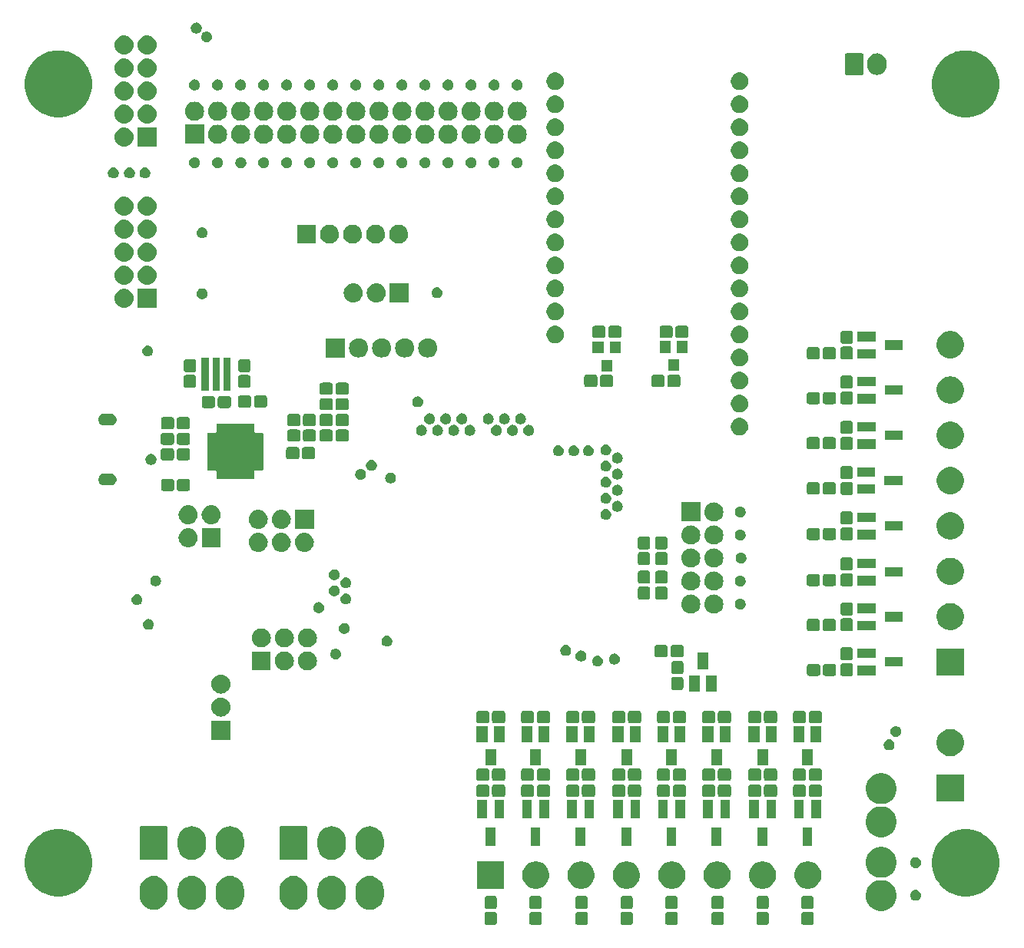
<source format=gbr>
G04 #@! TF.GenerationSoftware,KiCad,Pcbnew,(5.0.1)-3*
G04 #@! TF.CreationDate,2019-01-31T23:57:13-07:00*
G04 #@! TF.ProjectId,Snack Machine,536E61636B204D616368696E652E6B69,rev?*
G04 #@! TF.SameCoordinates,Original*
G04 #@! TF.FileFunction,Soldermask,Bot*
G04 #@! TF.FilePolarity,Negative*
%FSLAX46Y46*%
G04 Gerber Fmt 4.6, Leading zero omitted, Abs format (unit mm)*
G04 Created by KiCad (PCBNEW (5.0.1)-3) date 1/31/2019 11:57:13 PM*
%MOMM*%
%LPD*%
G01*
G04 APERTURE LIST*
%ADD10C,0.100000*%
G04 APERTURE END LIST*
D10*
G36*
X179015530Y-148364877D02*
X179067010Y-148380493D01*
X179114442Y-148405846D01*
X179156027Y-148439973D01*
X179190154Y-148481558D01*
X179215507Y-148528990D01*
X179231123Y-148580470D01*
X179237000Y-148640140D01*
X179237000Y-149527860D01*
X179231123Y-149587530D01*
X179215507Y-149639010D01*
X179190154Y-149686442D01*
X179156027Y-149728027D01*
X179114442Y-149762154D01*
X179067010Y-149787507D01*
X179015530Y-149803123D01*
X178955860Y-149809000D01*
X178168140Y-149809000D01*
X178108470Y-149803123D01*
X178056990Y-149787507D01*
X178009558Y-149762154D01*
X177967973Y-149728027D01*
X177933846Y-149686442D01*
X177908493Y-149639010D01*
X177892877Y-149587530D01*
X177887000Y-149527860D01*
X177887000Y-148640140D01*
X177892877Y-148580470D01*
X177908493Y-148528990D01*
X177933846Y-148481558D01*
X177967973Y-148439973D01*
X178009558Y-148405846D01*
X178056990Y-148380493D01*
X178108470Y-148364877D01*
X178168140Y-148359000D01*
X178955860Y-148359000D01*
X179015530Y-148364877D01*
X179015530Y-148364877D01*
G37*
G36*
X174062530Y-148364877D02*
X174114010Y-148380493D01*
X174161442Y-148405846D01*
X174203027Y-148439973D01*
X174237154Y-148481558D01*
X174262507Y-148528990D01*
X174278123Y-148580470D01*
X174284000Y-148640140D01*
X174284000Y-149527860D01*
X174278123Y-149587530D01*
X174262507Y-149639010D01*
X174237154Y-149686442D01*
X174203027Y-149728027D01*
X174161442Y-149762154D01*
X174114010Y-149787507D01*
X174062530Y-149803123D01*
X174002860Y-149809000D01*
X173215140Y-149809000D01*
X173155470Y-149803123D01*
X173103990Y-149787507D01*
X173056558Y-149762154D01*
X173014973Y-149728027D01*
X172980846Y-149686442D01*
X172955493Y-149639010D01*
X172939877Y-149587530D01*
X172934000Y-149527860D01*
X172934000Y-148640140D01*
X172939877Y-148580470D01*
X172955493Y-148528990D01*
X172980846Y-148481558D01*
X173014973Y-148439973D01*
X173056558Y-148405846D01*
X173103990Y-148380493D01*
X173155470Y-148364877D01*
X173215140Y-148359000D01*
X174002860Y-148359000D01*
X174062530Y-148364877D01*
X174062530Y-148364877D01*
G37*
G36*
X144090530Y-148364877D02*
X144142010Y-148380493D01*
X144189442Y-148405846D01*
X144231027Y-148439973D01*
X144265154Y-148481558D01*
X144290507Y-148528990D01*
X144306123Y-148580470D01*
X144312000Y-148640140D01*
X144312000Y-149527860D01*
X144306123Y-149587530D01*
X144290507Y-149639010D01*
X144265154Y-149686442D01*
X144231027Y-149728027D01*
X144189442Y-149762154D01*
X144142010Y-149787507D01*
X144090530Y-149803123D01*
X144030860Y-149809000D01*
X143243140Y-149809000D01*
X143183470Y-149803123D01*
X143131990Y-149787507D01*
X143084558Y-149762154D01*
X143042973Y-149728027D01*
X143008846Y-149686442D01*
X142983493Y-149639010D01*
X142967877Y-149587530D01*
X142962000Y-149527860D01*
X142962000Y-148640140D01*
X142967877Y-148580470D01*
X142983493Y-148528990D01*
X143008846Y-148481558D01*
X143042973Y-148439973D01*
X143084558Y-148405846D01*
X143131990Y-148380493D01*
X143183470Y-148364877D01*
X143243140Y-148359000D01*
X144030860Y-148359000D01*
X144090530Y-148364877D01*
X144090530Y-148364877D01*
G37*
G36*
X149043530Y-148364877D02*
X149095010Y-148380493D01*
X149142442Y-148405846D01*
X149184027Y-148439973D01*
X149218154Y-148481558D01*
X149243507Y-148528990D01*
X149259123Y-148580470D01*
X149265000Y-148640140D01*
X149265000Y-149527860D01*
X149259123Y-149587530D01*
X149243507Y-149639010D01*
X149218154Y-149686442D01*
X149184027Y-149728027D01*
X149142442Y-149762154D01*
X149095010Y-149787507D01*
X149043530Y-149803123D01*
X148983860Y-149809000D01*
X148196140Y-149809000D01*
X148136470Y-149803123D01*
X148084990Y-149787507D01*
X148037558Y-149762154D01*
X147995973Y-149728027D01*
X147961846Y-149686442D01*
X147936493Y-149639010D01*
X147920877Y-149587530D01*
X147915000Y-149527860D01*
X147915000Y-148640140D01*
X147920877Y-148580470D01*
X147936493Y-148528990D01*
X147961846Y-148481558D01*
X147995973Y-148439973D01*
X148037558Y-148405846D01*
X148084990Y-148380493D01*
X148136470Y-148364877D01*
X148196140Y-148359000D01*
X148983860Y-148359000D01*
X149043530Y-148364877D01*
X149043530Y-148364877D01*
G37*
G36*
X154123530Y-148364877D02*
X154175010Y-148380493D01*
X154222442Y-148405846D01*
X154264027Y-148439973D01*
X154298154Y-148481558D01*
X154323507Y-148528990D01*
X154339123Y-148580470D01*
X154345000Y-148640140D01*
X154345000Y-149527860D01*
X154339123Y-149587530D01*
X154323507Y-149639010D01*
X154298154Y-149686442D01*
X154264027Y-149728027D01*
X154222442Y-149762154D01*
X154175010Y-149787507D01*
X154123530Y-149803123D01*
X154063860Y-149809000D01*
X153276140Y-149809000D01*
X153216470Y-149803123D01*
X153164990Y-149787507D01*
X153117558Y-149762154D01*
X153075973Y-149728027D01*
X153041846Y-149686442D01*
X153016493Y-149639010D01*
X153000877Y-149587530D01*
X152995000Y-149527860D01*
X152995000Y-148640140D01*
X153000877Y-148580470D01*
X153016493Y-148528990D01*
X153041846Y-148481558D01*
X153075973Y-148439973D01*
X153117558Y-148405846D01*
X153164990Y-148380493D01*
X153216470Y-148364877D01*
X153276140Y-148359000D01*
X154063860Y-148359000D01*
X154123530Y-148364877D01*
X154123530Y-148364877D01*
G37*
G36*
X164029530Y-148364877D02*
X164081010Y-148380493D01*
X164128442Y-148405846D01*
X164170027Y-148439973D01*
X164204154Y-148481558D01*
X164229507Y-148528990D01*
X164245123Y-148580470D01*
X164251000Y-148640140D01*
X164251000Y-149527860D01*
X164245123Y-149587530D01*
X164229507Y-149639010D01*
X164204154Y-149686442D01*
X164170027Y-149728027D01*
X164128442Y-149762154D01*
X164081010Y-149787507D01*
X164029530Y-149803123D01*
X163969860Y-149809000D01*
X163182140Y-149809000D01*
X163122470Y-149803123D01*
X163070990Y-149787507D01*
X163023558Y-149762154D01*
X162981973Y-149728027D01*
X162947846Y-149686442D01*
X162922493Y-149639010D01*
X162906877Y-149587530D01*
X162901000Y-149527860D01*
X162901000Y-148640140D01*
X162906877Y-148580470D01*
X162922493Y-148528990D01*
X162947846Y-148481558D01*
X162981973Y-148439973D01*
X163023558Y-148405846D01*
X163070990Y-148380493D01*
X163122470Y-148364877D01*
X163182140Y-148359000D01*
X163969860Y-148359000D01*
X164029530Y-148364877D01*
X164029530Y-148364877D01*
G37*
G36*
X159076530Y-148364877D02*
X159128010Y-148380493D01*
X159175442Y-148405846D01*
X159217027Y-148439973D01*
X159251154Y-148481558D01*
X159276507Y-148528990D01*
X159292123Y-148580470D01*
X159298000Y-148640140D01*
X159298000Y-149527860D01*
X159292123Y-149587530D01*
X159276507Y-149639010D01*
X159251154Y-149686442D01*
X159217027Y-149728027D01*
X159175442Y-149762154D01*
X159128010Y-149787507D01*
X159076530Y-149803123D01*
X159016860Y-149809000D01*
X158229140Y-149809000D01*
X158169470Y-149803123D01*
X158117990Y-149787507D01*
X158070558Y-149762154D01*
X158028973Y-149728027D01*
X157994846Y-149686442D01*
X157969493Y-149639010D01*
X157953877Y-149587530D01*
X157948000Y-149527860D01*
X157948000Y-148640140D01*
X157953877Y-148580470D01*
X157969493Y-148528990D01*
X157994846Y-148481558D01*
X158028973Y-148439973D01*
X158070558Y-148405846D01*
X158117990Y-148380493D01*
X158169470Y-148364877D01*
X158229140Y-148359000D01*
X159016860Y-148359000D01*
X159076530Y-148364877D01*
X159076530Y-148364877D01*
G37*
G36*
X169109530Y-148364877D02*
X169161010Y-148380493D01*
X169208442Y-148405846D01*
X169250027Y-148439973D01*
X169284154Y-148481558D01*
X169309507Y-148528990D01*
X169325123Y-148580470D01*
X169331000Y-148640140D01*
X169331000Y-149527860D01*
X169325123Y-149587530D01*
X169309507Y-149639010D01*
X169284154Y-149686442D01*
X169250027Y-149728027D01*
X169208442Y-149762154D01*
X169161010Y-149787507D01*
X169109530Y-149803123D01*
X169049860Y-149809000D01*
X168262140Y-149809000D01*
X168202470Y-149803123D01*
X168150990Y-149787507D01*
X168103558Y-149762154D01*
X168061973Y-149728027D01*
X168027846Y-149686442D01*
X168002493Y-149639010D01*
X167986877Y-149587530D01*
X167981000Y-149527860D01*
X167981000Y-148640140D01*
X167986877Y-148580470D01*
X168002493Y-148528990D01*
X168027846Y-148481558D01*
X168061973Y-148439973D01*
X168103558Y-148405846D01*
X168150990Y-148380493D01*
X168202470Y-148364877D01*
X168262140Y-148359000D01*
X169049860Y-148359000D01*
X169109530Y-148364877D01*
X169109530Y-148364877D01*
G37*
G36*
X187060993Y-144906753D02*
X187170472Y-144928530D01*
X187479852Y-145056679D01*
X187758287Y-145242723D01*
X187995077Y-145479513D01*
X188181121Y-145757948D01*
X188309196Y-146067150D01*
X188309270Y-146067329D01*
X188374600Y-146395763D01*
X188374600Y-146730637D01*
X188347882Y-146864955D01*
X188309270Y-147059072D01*
X188181121Y-147368452D01*
X187995077Y-147646887D01*
X187758287Y-147883677D01*
X187479852Y-148069721D01*
X187170472Y-148197870D01*
X187060993Y-148219647D01*
X186842037Y-148263200D01*
X186507163Y-148263200D01*
X186288207Y-148219647D01*
X186178728Y-148197870D01*
X185869348Y-148069721D01*
X185590913Y-147883677D01*
X185354123Y-147646887D01*
X185168079Y-147368452D01*
X185039930Y-147059072D01*
X185001318Y-146864955D01*
X184974600Y-146730637D01*
X184974600Y-146395763D01*
X185039930Y-146067329D01*
X185040004Y-146067150D01*
X185168079Y-145757948D01*
X185354123Y-145479513D01*
X185590913Y-145242723D01*
X185869348Y-145056679D01*
X186178728Y-144928530D01*
X186288207Y-144906753D01*
X186507163Y-144863200D01*
X186842037Y-144863200D01*
X187060993Y-144906753D01*
X187060993Y-144906753D01*
G37*
G36*
X115207769Y-144433528D02*
X115499942Y-144522159D01*
X115769217Y-144666089D01*
X115856273Y-144737534D01*
X116005234Y-144859783D01*
X116198929Y-145095801D01*
X116284662Y-145256197D01*
X116342858Y-145365074D01*
X116431489Y-145657247D01*
X116453916Y-145884959D01*
X116453916Y-146637242D01*
X116431489Y-146864949D01*
X116431488Y-146864952D01*
X116431488Y-146864953D01*
X116342857Y-147157130D01*
X116198929Y-147426401D01*
X116005234Y-147662419D01*
X115769216Y-147856114D01*
X115541132Y-147978027D01*
X115499943Y-148000043D01*
X115207770Y-148088674D01*
X114903916Y-148118600D01*
X114600063Y-148088674D01*
X114307890Y-148000043D01*
X114038615Y-147856113D01*
X113802598Y-147662419D01*
X113608904Y-147426402D01*
X113464974Y-147157128D01*
X113376343Y-146864955D01*
X113353916Y-146637243D01*
X113353916Y-145884960D01*
X113376343Y-145657248D01*
X113464974Y-145365075D01*
X113608904Y-145095800D01*
X113802598Y-144859783D01*
X113951560Y-144737533D01*
X114038616Y-144666088D01*
X114307887Y-144522160D01*
X114307889Y-144522159D01*
X114600062Y-144433528D01*
X114903916Y-144403602D01*
X115207769Y-144433528D01*
X115207769Y-144433528D01*
G37*
G36*
X111007769Y-144433528D02*
X111299942Y-144522159D01*
X111569217Y-144666089D01*
X111656273Y-144737534D01*
X111805234Y-144859783D01*
X111998929Y-145095801D01*
X112084662Y-145256197D01*
X112142858Y-145365074D01*
X112231489Y-145657247D01*
X112253916Y-145884959D01*
X112253916Y-146637242D01*
X112231489Y-146864949D01*
X112231488Y-146864952D01*
X112231488Y-146864953D01*
X112142857Y-147157130D01*
X111998929Y-147426401D01*
X111805234Y-147662419D01*
X111569216Y-147856114D01*
X111341132Y-147978027D01*
X111299943Y-148000043D01*
X111007770Y-148088674D01*
X110703916Y-148118600D01*
X110400063Y-148088674D01*
X110107890Y-148000043D01*
X109838615Y-147856113D01*
X109602598Y-147662419D01*
X109408904Y-147426402D01*
X109264974Y-147157128D01*
X109176343Y-146864955D01*
X109153916Y-146637243D01*
X109153916Y-145884960D01*
X109176343Y-145657248D01*
X109264974Y-145365075D01*
X109408904Y-145095800D01*
X109602598Y-144859783D01*
X109751560Y-144737533D01*
X109838616Y-144666088D01*
X110107887Y-144522160D01*
X110107889Y-144522159D01*
X110400062Y-144433528D01*
X110703916Y-144403602D01*
X111007769Y-144433528D01*
X111007769Y-144433528D01*
G37*
G36*
X130607769Y-144433528D02*
X130899942Y-144522159D01*
X131169217Y-144666089D01*
X131256273Y-144737534D01*
X131405234Y-144859783D01*
X131598929Y-145095801D01*
X131684662Y-145256197D01*
X131742858Y-145365074D01*
X131831489Y-145657247D01*
X131853916Y-145884959D01*
X131853916Y-146637242D01*
X131831489Y-146864949D01*
X131831488Y-146864952D01*
X131831488Y-146864953D01*
X131742857Y-147157130D01*
X131598929Y-147426401D01*
X131405234Y-147662419D01*
X131169216Y-147856114D01*
X130941132Y-147978027D01*
X130899943Y-148000043D01*
X130607770Y-148088674D01*
X130303916Y-148118600D01*
X130000063Y-148088674D01*
X129707890Y-148000043D01*
X129438615Y-147856113D01*
X129202598Y-147662419D01*
X129008904Y-147426402D01*
X128864974Y-147157128D01*
X128776343Y-146864955D01*
X128753916Y-146637243D01*
X128753916Y-145884960D01*
X128776343Y-145657248D01*
X128864974Y-145365075D01*
X129008904Y-145095800D01*
X129202598Y-144859783D01*
X129351560Y-144737533D01*
X129438616Y-144666088D01*
X129707887Y-144522160D01*
X129707889Y-144522159D01*
X130000062Y-144433528D01*
X130303916Y-144403602D01*
X130607769Y-144433528D01*
X130607769Y-144433528D01*
G37*
G36*
X126407769Y-144433528D02*
X126699942Y-144522159D01*
X126969217Y-144666089D01*
X127056273Y-144737534D01*
X127205234Y-144859783D01*
X127398929Y-145095801D01*
X127484662Y-145256197D01*
X127542858Y-145365074D01*
X127631489Y-145657247D01*
X127653916Y-145884959D01*
X127653916Y-146637242D01*
X127631489Y-146864949D01*
X127631488Y-146864952D01*
X127631488Y-146864953D01*
X127542857Y-147157130D01*
X127398929Y-147426401D01*
X127205234Y-147662419D01*
X126969216Y-147856114D01*
X126741132Y-147978027D01*
X126699943Y-148000043D01*
X126407770Y-148088674D01*
X126103916Y-148118600D01*
X125800063Y-148088674D01*
X125507890Y-148000043D01*
X125238615Y-147856113D01*
X125002598Y-147662419D01*
X124808904Y-147426402D01*
X124664974Y-147157128D01*
X124576343Y-146864955D01*
X124553916Y-146637243D01*
X124553916Y-145884960D01*
X124576343Y-145657248D01*
X124664974Y-145365075D01*
X124808904Y-145095800D01*
X125002598Y-144859783D01*
X125151560Y-144737533D01*
X125238616Y-144666088D01*
X125507887Y-144522160D01*
X125507889Y-144522159D01*
X125800062Y-144433528D01*
X126103916Y-144403602D01*
X126407769Y-144433528D01*
X126407769Y-144433528D01*
G37*
G36*
X106807769Y-144433528D02*
X107099942Y-144522159D01*
X107369217Y-144666089D01*
X107456273Y-144737534D01*
X107605234Y-144859783D01*
X107798929Y-145095801D01*
X107884662Y-145256197D01*
X107942858Y-145365074D01*
X108031489Y-145657247D01*
X108053916Y-145884959D01*
X108053916Y-146637242D01*
X108031489Y-146864949D01*
X108031488Y-146864952D01*
X108031488Y-146864953D01*
X107942857Y-147157130D01*
X107798929Y-147426401D01*
X107605234Y-147662419D01*
X107369216Y-147856114D01*
X107141132Y-147978027D01*
X107099943Y-148000043D01*
X106807770Y-148088674D01*
X106503916Y-148118600D01*
X106200063Y-148088674D01*
X105907890Y-148000043D01*
X105638615Y-147856113D01*
X105402598Y-147662419D01*
X105208904Y-147426402D01*
X105064974Y-147157128D01*
X104976343Y-146864955D01*
X104953916Y-146637243D01*
X104953916Y-145884960D01*
X104976343Y-145657248D01*
X105064974Y-145365075D01*
X105208904Y-145095800D01*
X105402598Y-144859783D01*
X105551560Y-144737533D01*
X105638616Y-144666088D01*
X105907887Y-144522160D01*
X105907889Y-144522159D01*
X106200062Y-144433528D01*
X106503916Y-144403602D01*
X106807769Y-144433528D01*
X106807769Y-144433528D01*
G37*
G36*
X122207769Y-144433528D02*
X122499942Y-144522159D01*
X122769217Y-144666089D01*
X122856273Y-144737534D01*
X123005234Y-144859783D01*
X123198929Y-145095801D01*
X123284662Y-145256197D01*
X123342858Y-145365074D01*
X123431489Y-145657247D01*
X123453916Y-145884959D01*
X123453916Y-146637242D01*
X123431489Y-146864949D01*
X123431488Y-146864952D01*
X123431488Y-146864953D01*
X123342857Y-147157130D01*
X123198929Y-147426401D01*
X123005234Y-147662419D01*
X122769216Y-147856114D01*
X122541132Y-147978027D01*
X122499943Y-148000043D01*
X122207770Y-148088674D01*
X121903916Y-148118600D01*
X121600063Y-148088674D01*
X121307890Y-148000043D01*
X121038615Y-147856113D01*
X120802598Y-147662419D01*
X120608904Y-147426402D01*
X120464974Y-147157128D01*
X120376343Y-146864955D01*
X120353916Y-146637243D01*
X120353916Y-145884960D01*
X120376343Y-145657248D01*
X120464974Y-145365075D01*
X120608904Y-145095800D01*
X120802598Y-144859783D01*
X120951560Y-144737533D01*
X121038616Y-144666088D01*
X121307887Y-144522160D01*
X121307889Y-144522159D01*
X121600062Y-144433528D01*
X121903916Y-144403602D01*
X122207769Y-144433528D01*
X122207769Y-144433528D01*
G37*
G36*
X169109530Y-146614877D02*
X169161010Y-146630493D01*
X169208442Y-146655846D01*
X169250027Y-146689973D01*
X169284154Y-146731558D01*
X169309507Y-146778990D01*
X169325123Y-146830470D01*
X169331000Y-146890140D01*
X169331000Y-147777860D01*
X169325123Y-147837530D01*
X169309507Y-147889010D01*
X169284154Y-147936442D01*
X169250027Y-147978027D01*
X169208442Y-148012154D01*
X169161010Y-148037507D01*
X169109530Y-148053123D01*
X169049860Y-148059000D01*
X168262140Y-148059000D01*
X168202470Y-148053123D01*
X168150990Y-148037507D01*
X168103558Y-148012154D01*
X168061973Y-147978027D01*
X168027846Y-147936442D01*
X168002493Y-147889010D01*
X167986877Y-147837530D01*
X167981000Y-147777860D01*
X167981000Y-146890140D01*
X167986877Y-146830470D01*
X168002493Y-146778990D01*
X168027846Y-146731558D01*
X168061973Y-146689973D01*
X168103558Y-146655846D01*
X168150990Y-146630493D01*
X168202470Y-146614877D01*
X168262140Y-146609000D01*
X169049860Y-146609000D01*
X169109530Y-146614877D01*
X169109530Y-146614877D01*
G37*
G36*
X179015530Y-146614877D02*
X179067010Y-146630493D01*
X179114442Y-146655846D01*
X179156027Y-146689973D01*
X179190154Y-146731558D01*
X179215507Y-146778990D01*
X179231123Y-146830470D01*
X179237000Y-146890140D01*
X179237000Y-147777860D01*
X179231123Y-147837530D01*
X179215507Y-147889010D01*
X179190154Y-147936442D01*
X179156027Y-147978027D01*
X179114442Y-148012154D01*
X179067010Y-148037507D01*
X179015530Y-148053123D01*
X178955860Y-148059000D01*
X178168140Y-148059000D01*
X178108470Y-148053123D01*
X178056990Y-148037507D01*
X178009558Y-148012154D01*
X177967973Y-147978027D01*
X177933846Y-147936442D01*
X177908493Y-147889010D01*
X177892877Y-147837530D01*
X177887000Y-147777860D01*
X177887000Y-146890140D01*
X177892877Y-146830470D01*
X177908493Y-146778990D01*
X177933846Y-146731558D01*
X177967973Y-146689973D01*
X178009558Y-146655846D01*
X178056990Y-146630493D01*
X178108470Y-146614877D01*
X178168140Y-146609000D01*
X178955860Y-146609000D01*
X179015530Y-146614877D01*
X179015530Y-146614877D01*
G37*
G36*
X174062530Y-146614877D02*
X174114010Y-146630493D01*
X174161442Y-146655846D01*
X174203027Y-146689973D01*
X174237154Y-146731558D01*
X174262507Y-146778990D01*
X174278123Y-146830470D01*
X174284000Y-146890140D01*
X174284000Y-147777860D01*
X174278123Y-147837530D01*
X174262507Y-147889010D01*
X174237154Y-147936442D01*
X174203027Y-147978027D01*
X174161442Y-148012154D01*
X174114010Y-148037507D01*
X174062530Y-148053123D01*
X174002860Y-148059000D01*
X173215140Y-148059000D01*
X173155470Y-148053123D01*
X173103990Y-148037507D01*
X173056558Y-148012154D01*
X173014973Y-147978027D01*
X172980846Y-147936442D01*
X172955493Y-147889010D01*
X172939877Y-147837530D01*
X172934000Y-147777860D01*
X172934000Y-146890140D01*
X172939877Y-146830470D01*
X172955493Y-146778990D01*
X172980846Y-146731558D01*
X173014973Y-146689973D01*
X173056558Y-146655846D01*
X173103990Y-146630493D01*
X173155470Y-146614877D01*
X173215140Y-146609000D01*
X174002860Y-146609000D01*
X174062530Y-146614877D01*
X174062530Y-146614877D01*
G37*
G36*
X144090530Y-146614877D02*
X144142010Y-146630493D01*
X144189442Y-146655846D01*
X144231027Y-146689973D01*
X144265154Y-146731558D01*
X144290507Y-146778990D01*
X144306123Y-146830470D01*
X144312000Y-146890140D01*
X144312000Y-147777860D01*
X144306123Y-147837530D01*
X144290507Y-147889010D01*
X144265154Y-147936442D01*
X144231027Y-147978027D01*
X144189442Y-148012154D01*
X144142010Y-148037507D01*
X144090530Y-148053123D01*
X144030860Y-148059000D01*
X143243140Y-148059000D01*
X143183470Y-148053123D01*
X143131990Y-148037507D01*
X143084558Y-148012154D01*
X143042973Y-147978027D01*
X143008846Y-147936442D01*
X142983493Y-147889010D01*
X142967877Y-147837530D01*
X142962000Y-147777860D01*
X142962000Y-146890140D01*
X142967877Y-146830470D01*
X142983493Y-146778990D01*
X143008846Y-146731558D01*
X143042973Y-146689973D01*
X143084558Y-146655846D01*
X143131990Y-146630493D01*
X143183470Y-146614877D01*
X143243140Y-146609000D01*
X144030860Y-146609000D01*
X144090530Y-146614877D01*
X144090530Y-146614877D01*
G37*
G36*
X164029530Y-146614877D02*
X164081010Y-146630493D01*
X164128442Y-146655846D01*
X164170027Y-146689973D01*
X164204154Y-146731558D01*
X164229507Y-146778990D01*
X164245123Y-146830470D01*
X164251000Y-146890140D01*
X164251000Y-147777860D01*
X164245123Y-147837530D01*
X164229507Y-147889010D01*
X164204154Y-147936442D01*
X164170027Y-147978027D01*
X164128442Y-148012154D01*
X164081010Y-148037507D01*
X164029530Y-148053123D01*
X163969860Y-148059000D01*
X163182140Y-148059000D01*
X163122470Y-148053123D01*
X163070990Y-148037507D01*
X163023558Y-148012154D01*
X162981973Y-147978027D01*
X162947846Y-147936442D01*
X162922493Y-147889010D01*
X162906877Y-147837530D01*
X162901000Y-147777860D01*
X162901000Y-146890140D01*
X162906877Y-146830470D01*
X162922493Y-146778990D01*
X162947846Y-146731558D01*
X162981973Y-146689973D01*
X163023558Y-146655846D01*
X163070990Y-146630493D01*
X163122470Y-146614877D01*
X163182140Y-146609000D01*
X163969860Y-146609000D01*
X164029530Y-146614877D01*
X164029530Y-146614877D01*
G37*
G36*
X149043530Y-146614877D02*
X149095010Y-146630493D01*
X149142442Y-146655846D01*
X149184027Y-146689973D01*
X149218154Y-146731558D01*
X149243507Y-146778990D01*
X149259123Y-146830470D01*
X149265000Y-146890140D01*
X149265000Y-147777860D01*
X149259123Y-147837530D01*
X149243507Y-147889010D01*
X149218154Y-147936442D01*
X149184027Y-147978027D01*
X149142442Y-148012154D01*
X149095010Y-148037507D01*
X149043530Y-148053123D01*
X148983860Y-148059000D01*
X148196140Y-148059000D01*
X148136470Y-148053123D01*
X148084990Y-148037507D01*
X148037558Y-148012154D01*
X147995973Y-147978027D01*
X147961846Y-147936442D01*
X147936493Y-147889010D01*
X147920877Y-147837530D01*
X147915000Y-147777860D01*
X147915000Y-146890140D01*
X147920877Y-146830470D01*
X147936493Y-146778990D01*
X147961846Y-146731558D01*
X147995973Y-146689973D01*
X148037558Y-146655846D01*
X148084990Y-146630493D01*
X148136470Y-146614877D01*
X148196140Y-146609000D01*
X148983860Y-146609000D01*
X149043530Y-146614877D01*
X149043530Y-146614877D01*
G37*
G36*
X159076530Y-146614877D02*
X159128010Y-146630493D01*
X159175442Y-146655846D01*
X159217027Y-146689973D01*
X159251154Y-146731558D01*
X159276507Y-146778990D01*
X159292123Y-146830470D01*
X159298000Y-146890140D01*
X159298000Y-147777860D01*
X159292123Y-147837530D01*
X159276507Y-147889010D01*
X159251154Y-147936442D01*
X159217027Y-147978027D01*
X159175442Y-148012154D01*
X159128010Y-148037507D01*
X159076530Y-148053123D01*
X159016860Y-148059000D01*
X158229140Y-148059000D01*
X158169470Y-148053123D01*
X158117990Y-148037507D01*
X158070558Y-148012154D01*
X158028973Y-147978027D01*
X157994846Y-147936442D01*
X157969493Y-147889010D01*
X157953877Y-147837530D01*
X157948000Y-147777860D01*
X157948000Y-146890140D01*
X157953877Y-146830470D01*
X157969493Y-146778990D01*
X157994846Y-146731558D01*
X158028973Y-146689973D01*
X158070558Y-146655846D01*
X158117990Y-146630493D01*
X158169470Y-146614877D01*
X158229140Y-146609000D01*
X159016860Y-146609000D01*
X159076530Y-146614877D01*
X159076530Y-146614877D01*
G37*
G36*
X154123530Y-146614877D02*
X154175010Y-146630493D01*
X154222442Y-146655846D01*
X154264027Y-146689973D01*
X154298154Y-146731558D01*
X154323507Y-146778990D01*
X154339123Y-146830470D01*
X154345000Y-146890140D01*
X154345000Y-147777860D01*
X154339123Y-147837530D01*
X154323507Y-147889010D01*
X154298154Y-147936442D01*
X154264027Y-147978027D01*
X154222442Y-148012154D01*
X154175010Y-148037507D01*
X154123530Y-148053123D01*
X154063860Y-148059000D01*
X153276140Y-148059000D01*
X153216470Y-148053123D01*
X153164990Y-148037507D01*
X153117558Y-148012154D01*
X153075973Y-147978027D01*
X153041846Y-147936442D01*
X153016493Y-147889010D01*
X153000877Y-147837530D01*
X152995000Y-147777860D01*
X152995000Y-146890140D01*
X153000877Y-146830470D01*
X153016493Y-146778990D01*
X153041846Y-146731558D01*
X153075973Y-146689973D01*
X153117558Y-146655846D01*
X153164990Y-146630493D01*
X153216470Y-146614877D01*
X153276140Y-146609000D01*
X154063860Y-146609000D01*
X154123530Y-146614877D01*
X154123530Y-146614877D01*
G37*
G36*
X190649612Y-145956257D02*
X190758807Y-146001487D01*
X190857081Y-146067152D01*
X190940648Y-146150719D01*
X191006313Y-146248993D01*
X191051543Y-146358188D01*
X191074600Y-146474104D01*
X191074600Y-146592296D01*
X191051543Y-146708212D01*
X191006313Y-146817407D01*
X190940648Y-146915681D01*
X190857081Y-146999248D01*
X190758807Y-147064913D01*
X190649612Y-147110143D01*
X190533696Y-147133200D01*
X190415504Y-147133200D01*
X190299588Y-147110143D01*
X190190393Y-147064913D01*
X190092119Y-146999248D01*
X190008552Y-146915681D01*
X189942887Y-146817407D01*
X189897657Y-146708212D01*
X189874600Y-146592296D01*
X189874600Y-146474104D01*
X189897657Y-146358188D01*
X189942887Y-146248993D01*
X190008552Y-146150719D01*
X190092119Y-146067152D01*
X190190393Y-146001487D01*
X190299588Y-145956257D01*
X190415504Y-145933200D01*
X190533696Y-145933200D01*
X190649612Y-145956257D01*
X190649612Y-145956257D01*
G37*
G36*
X97079249Y-139392188D02*
X97380303Y-139516889D01*
X97752607Y-139671102D01*
X98042908Y-139865075D01*
X98358616Y-140076024D01*
X98873976Y-140591384D01*
X98873978Y-140591387D01*
X99278898Y-141197393D01*
X99278898Y-141197394D01*
X99557812Y-141870751D01*
X99700000Y-142585580D01*
X99700000Y-143314420D01*
X99557812Y-144029249D01*
X99477278Y-144223674D01*
X99278898Y-144702607D01*
X98918004Y-145242723D01*
X98873976Y-145308616D01*
X98358616Y-145823976D01*
X98358613Y-145823978D01*
X97752607Y-146228898D01*
X97473693Y-146344428D01*
X97079249Y-146507812D01*
X96364420Y-146650000D01*
X95635580Y-146650000D01*
X94920751Y-146507812D01*
X94526307Y-146344428D01*
X94247393Y-146228898D01*
X93641387Y-145823978D01*
X93641384Y-145823976D01*
X93126024Y-145308616D01*
X93081996Y-145242723D01*
X92721102Y-144702607D01*
X92522722Y-144223674D01*
X92442188Y-144029249D01*
X92300000Y-143314420D01*
X92300000Y-142585580D01*
X92442188Y-141870751D01*
X92721102Y-141197394D01*
X92721102Y-141197393D01*
X93126022Y-140591387D01*
X93126024Y-140591384D01*
X93641384Y-140076024D01*
X93957092Y-139865075D01*
X94247393Y-139671102D01*
X94619697Y-139516889D01*
X94920751Y-139392188D01*
X95635580Y-139250000D01*
X96364420Y-139250000D01*
X97079249Y-139392188D01*
X97079249Y-139392188D01*
G37*
G36*
X197079249Y-139392188D02*
X197380303Y-139516889D01*
X197752607Y-139671102D01*
X198042908Y-139865075D01*
X198358616Y-140076024D01*
X198873976Y-140591384D01*
X198873978Y-140591387D01*
X199278898Y-141197393D01*
X199278898Y-141197394D01*
X199557812Y-141870751D01*
X199700000Y-142585580D01*
X199700000Y-143314420D01*
X199557812Y-144029249D01*
X199477278Y-144223674D01*
X199278898Y-144702607D01*
X198918004Y-145242723D01*
X198873976Y-145308616D01*
X198358616Y-145823976D01*
X198358613Y-145823978D01*
X197752607Y-146228898D01*
X197473693Y-146344428D01*
X197079249Y-146507812D01*
X196364420Y-146650000D01*
X195635580Y-146650000D01*
X194920751Y-146507812D01*
X194526307Y-146344428D01*
X194247393Y-146228898D01*
X193641387Y-145823978D01*
X193641384Y-145823976D01*
X193126024Y-145308616D01*
X193081996Y-145242723D01*
X192721102Y-144702607D01*
X192522722Y-144223674D01*
X192442188Y-144029249D01*
X192300000Y-143314420D01*
X192300000Y-142585580D01*
X192442188Y-141870751D01*
X192721102Y-141197394D01*
X192721102Y-141197393D01*
X193126022Y-140591387D01*
X193126024Y-140591384D01*
X193641384Y-140076024D01*
X193957092Y-139865075D01*
X194247393Y-139671102D01*
X194619697Y-139516889D01*
X194920751Y-139392188D01*
X195635580Y-139250000D01*
X196364420Y-139250000D01*
X197079249Y-139392188D01*
X197079249Y-139392188D01*
G37*
G36*
X168940935Y-142838429D02*
X169037534Y-142857644D01*
X169310517Y-142970717D01*
X169342812Y-142992296D01*
X169556197Y-143134876D01*
X169765124Y-143343803D01*
X169765126Y-143343806D01*
X169891676Y-143533200D01*
X169929284Y-143589485D01*
X170042356Y-143862467D01*
X170100000Y-144152261D01*
X170100000Y-144447739D01*
X170069077Y-144603200D01*
X170042356Y-144737534D01*
X169963243Y-144928530D01*
X169929284Y-145010515D01*
X169765124Y-145256197D01*
X169556197Y-145465124D01*
X169556194Y-145465126D01*
X169310517Y-145629283D01*
X169037534Y-145742356D01*
X168959147Y-145757948D01*
X168747739Y-145800000D01*
X168452261Y-145800000D01*
X168240853Y-145757948D01*
X168162466Y-145742356D01*
X167889483Y-145629283D01*
X167643806Y-145465126D01*
X167643803Y-145465124D01*
X167434876Y-145256197D01*
X167270716Y-145010515D01*
X167236757Y-144928530D01*
X167157644Y-144737534D01*
X167130923Y-144603200D01*
X167100000Y-144447739D01*
X167100000Y-144152261D01*
X167157644Y-143862467D01*
X167270716Y-143589485D01*
X167308325Y-143533200D01*
X167434874Y-143343806D01*
X167434876Y-143343803D01*
X167643803Y-143134876D01*
X167857188Y-142992296D01*
X167889483Y-142970717D01*
X168162466Y-142857644D01*
X168259065Y-142838429D01*
X168452261Y-142800000D01*
X168747739Y-142800000D01*
X168940935Y-142838429D01*
X168940935Y-142838429D01*
G37*
G36*
X178940935Y-142838429D02*
X179037534Y-142857644D01*
X179310517Y-142970717D01*
X179342812Y-142992296D01*
X179556197Y-143134876D01*
X179765124Y-143343803D01*
X179765126Y-143343806D01*
X179891676Y-143533200D01*
X179929284Y-143589485D01*
X180042356Y-143862467D01*
X180100000Y-144152261D01*
X180100000Y-144447739D01*
X180069077Y-144603200D01*
X180042356Y-144737534D01*
X179963243Y-144928530D01*
X179929284Y-145010515D01*
X179765124Y-145256197D01*
X179556197Y-145465124D01*
X179556194Y-145465126D01*
X179310517Y-145629283D01*
X179037534Y-145742356D01*
X178959147Y-145757948D01*
X178747739Y-145800000D01*
X178452261Y-145800000D01*
X178240853Y-145757948D01*
X178162466Y-145742356D01*
X177889483Y-145629283D01*
X177643806Y-145465126D01*
X177643803Y-145465124D01*
X177434876Y-145256197D01*
X177270716Y-145010515D01*
X177236757Y-144928530D01*
X177157644Y-144737534D01*
X177130923Y-144603200D01*
X177100000Y-144447739D01*
X177100000Y-144152261D01*
X177157644Y-143862467D01*
X177270716Y-143589485D01*
X177308325Y-143533200D01*
X177434874Y-143343806D01*
X177434876Y-143343803D01*
X177643803Y-143134876D01*
X177857188Y-142992296D01*
X177889483Y-142970717D01*
X178162466Y-142857644D01*
X178259065Y-142838429D01*
X178452261Y-142800000D01*
X178747739Y-142800000D01*
X178940935Y-142838429D01*
X178940935Y-142838429D01*
G37*
G36*
X145100000Y-145800000D02*
X142100000Y-145800000D01*
X142100000Y-142800000D01*
X145100000Y-142800000D01*
X145100000Y-145800000D01*
X145100000Y-145800000D01*
G37*
G36*
X148940935Y-142838429D02*
X149037534Y-142857644D01*
X149310517Y-142970717D01*
X149342812Y-142992296D01*
X149556197Y-143134876D01*
X149765124Y-143343803D01*
X149765126Y-143343806D01*
X149891676Y-143533200D01*
X149929284Y-143589485D01*
X150042356Y-143862467D01*
X150100000Y-144152261D01*
X150100000Y-144447739D01*
X150069077Y-144603200D01*
X150042356Y-144737534D01*
X149963243Y-144928530D01*
X149929284Y-145010515D01*
X149765124Y-145256197D01*
X149556197Y-145465124D01*
X149556194Y-145465126D01*
X149310517Y-145629283D01*
X149037534Y-145742356D01*
X148959147Y-145757948D01*
X148747739Y-145800000D01*
X148452261Y-145800000D01*
X148240853Y-145757948D01*
X148162466Y-145742356D01*
X147889483Y-145629283D01*
X147643806Y-145465126D01*
X147643803Y-145465124D01*
X147434876Y-145256197D01*
X147270716Y-145010515D01*
X147236757Y-144928530D01*
X147157644Y-144737534D01*
X147130923Y-144603200D01*
X147100000Y-144447739D01*
X147100000Y-144152261D01*
X147157644Y-143862467D01*
X147270716Y-143589485D01*
X147308325Y-143533200D01*
X147434874Y-143343806D01*
X147434876Y-143343803D01*
X147643803Y-143134876D01*
X147857188Y-142992296D01*
X147889483Y-142970717D01*
X148162466Y-142857644D01*
X148259065Y-142838429D01*
X148452261Y-142800000D01*
X148747739Y-142800000D01*
X148940935Y-142838429D01*
X148940935Y-142838429D01*
G37*
G36*
X153940935Y-142838429D02*
X154037534Y-142857644D01*
X154310517Y-142970717D01*
X154342812Y-142992296D01*
X154556197Y-143134876D01*
X154765124Y-143343803D01*
X154765126Y-143343806D01*
X154891676Y-143533200D01*
X154929284Y-143589485D01*
X155042356Y-143862467D01*
X155100000Y-144152261D01*
X155100000Y-144447739D01*
X155069077Y-144603200D01*
X155042356Y-144737534D01*
X154963243Y-144928530D01*
X154929284Y-145010515D01*
X154765124Y-145256197D01*
X154556197Y-145465124D01*
X154556194Y-145465126D01*
X154310517Y-145629283D01*
X154037534Y-145742356D01*
X153959147Y-145757948D01*
X153747739Y-145800000D01*
X153452261Y-145800000D01*
X153240853Y-145757948D01*
X153162466Y-145742356D01*
X152889483Y-145629283D01*
X152643806Y-145465126D01*
X152643803Y-145465124D01*
X152434876Y-145256197D01*
X152270716Y-145010515D01*
X152236757Y-144928530D01*
X152157644Y-144737534D01*
X152130923Y-144603200D01*
X152100000Y-144447739D01*
X152100000Y-144152261D01*
X152157644Y-143862467D01*
X152270716Y-143589485D01*
X152308325Y-143533200D01*
X152434874Y-143343806D01*
X152434876Y-143343803D01*
X152643803Y-143134876D01*
X152857188Y-142992296D01*
X152889483Y-142970717D01*
X153162466Y-142857644D01*
X153259065Y-142838429D01*
X153452261Y-142800000D01*
X153747739Y-142800000D01*
X153940935Y-142838429D01*
X153940935Y-142838429D01*
G37*
G36*
X158940935Y-142838429D02*
X159037534Y-142857644D01*
X159310517Y-142970717D01*
X159342812Y-142992296D01*
X159556197Y-143134876D01*
X159765124Y-143343803D01*
X159765126Y-143343806D01*
X159891676Y-143533200D01*
X159929284Y-143589485D01*
X160042356Y-143862467D01*
X160100000Y-144152261D01*
X160100000Y-144447739D01*
X160069077Y-144603200D01*
X160042356Y-144737534D01*
X159963243Y-144928530D01*
X159929284Y-145010515D01*
X159765124Y-145256197D01*
X159556197Y-145465124D01*
X159556194Y-145465126D01*
X159310517Y-145629283D01*
X159037534Y-145742356D01*
X158959147Y-145757948D01*
X158747739Y-145800000D01*
X158452261Y-145800000D01*
X158240853Y-145757948D01*
X158162466Y-145742356D01*
X157889483Y-145629283D01*
X157643806Y-145465126D01*
X157643803Y-145465124D01*
X157434876Y-145256197D01*
X157270716Y-145010515D01*
X157236757Y-144928530D01*
X157157644Y-144737534D01*
X157130923Y-144603200D01*
X157100000Y-144447739D01*
X157100000Y-144152261D01*
X157157644Y-143862467D01*
X157270716Y-143589485D01*
X157308325Y-143533200D01*
X157434874Y-143343806D01*
X157434876Y-143343803D01*
X157643803Y-143134876D01*
X157857188Y-142992296D01*
X157889483Y-142970717D01*
X158162466Y-142857644D01*
X158259065Y-142838429D01*
X158452261Y-142800000D01*
X158747739Y-142800000D01*
X158940935Y-142838429D01*
X158940935Y-142838429D01*
G37*
G36*
X163940935Y-142838429D02*
X164037534Y-142857644D01*
X164310517Y-142970717D01*
X164342812Y-142992296D01*
X164556197Y-143134876D01*
X164765124Y-143343803D01*
X164765126Y-143343806D01*
X164891676Y-143533200D01*
X164929284Y-143589485D01*
X165042356Y-143862467D01*
X165100000Y-144152261D01*
X165100000Y-144447739D01*
X165069077Y-144603200D01*
X165042356Y-144737534D01*
X164963243Y-144928530D01*
X164929284Y-145010515D01*
X164765124Y-145256197D01*
X164556197Y-145465124D01*
X164556194Y-145465126D01*
X164310517Y-145629283D01*
X164037534Y-145742356D01*
X163959147Y-145757948D01*
X163747739Y-145800000D01*
X163452261Y-145800000D01*
X163240853Y-145757948D01*
X163162466Y-145742356D01*
X162889483Y-145629283D01*
X162643806Y-145465126D01*
X162643803Y-145465124D01*
X162434876Y-145256197D01*
X162270716Y-145010515D01*
X162236757Y-144928530D01*
X162157644Y-144737534D01*
X162130923Y-144603200D01*
X162100000Y-144447739D01*
X162100000Y-144152261D01*
X162157644Y-143862467D01*
X162270716Y-143589485D01*
X162308325Y-143533200D01*
X162434874Y-143343806D01*
X162434876Y-143343803D01*
X162643803Y-143134876D01*
X162857188Y-142992296D01*
X162889483Y-142970717D01*
X163162466Y-142857644D01*
X163259065Y-142838429D01*
X163452261Y-142800000D01*
X163747739Y-142800000D01*
X163940935Y-142838429D01*
X163940935Y-142838429D01*
G37*
G36*
X173940935Y-142838429D02*
X174037534Y-142857644D01*
X174310517Y-142970717D01*
X174342812Y-142992296D01*
X174556197Y-143134876D01*
X174765124Y-143343803D01*
X174765126Y-143343806D01*
X174891676Y-143533200D01*
X174929284Y-143589485D01*
X175042356Y-143862467D01*
X175100000Y-144152261D01*
X175100000Y-144447739D01*
X175069077Y-144603200D01*
X175042356Y-144737534D01*
X174963243Y-144928530D01*
X174929284Y-145010515D01*
X174765124Y-145256197D01*
X174556197Y-145465124D01*
X174556194Y-145465126D01*
X174310517Y-145629283D01*
X174037534Y-145742356D01*
X173959147Y-145757948D01*
X173747739Y-145800000D01*
X173452261Y-145800000D01*
X173240853Y-145757948D01*
X173162466Y-145742356D01*
X172889483Y-145629283D01*
X172643806Y-145465126D01*
X172643803Y-145465124D01*
X172434876Y-145256197D01*
X172270716Y-145010515D01*
X172236757Y-144928530D01*
X172157644Y-144737534D01*
X172130923Y-144603200D01*
X172100000Y-144447739D01*
X172100000Y-144152261D01*
X172157644Y-143862467D01*
X172270716Y-143589485D01*
X172308325Y-143533200D01*
X172434874Y-143343806D01*
X172434876Y-143343803D01*
X172643803Y-143134876D01*
X172857188Y-142992296D01*
X172889483Y-142970717D01*
X173162466Y-142857644D01*
X173259065Y-142838429D01*
X173452261Y-142800000D01*
X173747739Y-142800000D01*
X173940935Y-142838429D01*
X173940935Y-142838429D01*
G37*
G36*
X187060993Y-141246753D02*
X187170472Y-141268530D01*
X187479852Y-141396679D01*
X187758287Y-141582723D01*
X187995077Y-141819513D01*
X188181121Y-142097948D01*
X188309270Y-142407328D01*
X188309270Y-142407329D01*
X188374600Y-142735763D01*
X188374600Y-143070637D01*
X188367125Y-143108214D01*
X188309270Y-143399072D01*
X188181121Y-143708452D01*
X187995077Y-143986887D01*
X187758287Y-144223677D01*
X187479852Y-144409721D01*
X187170472Y-144537870D01*
X187060993Y-144559647D01*
X186842037Y-144603200D01*
X186507163Y-144603200D01*
X186288207Y-144559647D01*
X186178728Y-144537870D01*
X185869348Y-144409721D01*
X185590913Y-144223677D01*
X185354123Y-143986887D01*
X185168079Y-143708452D01*
X185039930Y-143399072D01*
X184982075Y-143108214D01*
X184974600Y-143070637D01*
X184974600Y-142735763D01*
X185039930Y-142407329D01*
X185039930Y-142407328D01*
X185168079Y-142097948D01*
X185354123Y-141819513D01*
X185590913Y-141582723D01*
X185869348Y-141396679D01*
X186178728Y-141268530D01*
X186288207Y-141246753D01*
X186507163Y-141203200D01*
X186842037Y-141203200D01*
X187060993Y-141246753D01*
X187060993Y-141246753D01*
G37*
G36*
X190649612Y-142356257D02*
X190758807Y-142401487D01*
X190857081Y-142467152D01*
X190940648Y-142550719D01*
X191006313Y-142648993D01*
X191051543Y-142758188D01*
X191074600Y-142874104D01*
X191074600Y-142992296D01*
X191051543Y-143108212D01*
X191006313Y-143217407D01*
X190940648Y-143315681D01*
X190857081Y-143399248D01*
X190758807Y-143464913D01*
X190649612Y-143510143D01*
X190533696Y-143533200D01*
X190415504Y-143533200D01*
X190299588Y-143510143D01*
X190190393Y-143464913D01*
X190092119Y-143399248D01*
X190008552Y-143315681D01*
X189942887Y-143217407D01*
X189897657Y-143108212D01*
X189874600Y-142992296D01*
X189874600Y-142874104D01*
X189897657Y-142758188D01*
X189942887Y-142648993D01*
X190008552Y-142550719D01*
X190092119Y-142467152D01*
X190190393Y-142401487D01*
X190299588Y-142356257D01*
X190415504Y-142333200D01*
X190533696Y-142333200D01*
X190649612Y-142356257D01*
X190649612Y-142356257D01*
G37*
G36*
X130607769Y-138933528D02*
X130899942Y-139022159D01*
X131169217Y-139166089D01*
X131405234Y-139359783D01*
X131598929Y-139595801D01*
X131683315Y-139753677D01*
X131742858Y-139865074D01*
X131831489Y-140157247D01*
X131853916Y-140384959D01*
X131853916Y-141137242D01*
X131831489Y-141364949D01*
X131831488Y-141364952D01*
X131831488Y-141364953D01*
X131742857Y-141657130D01*
X131598929Y-141926401D01*
X131405234Y-142162419D01*
X131169216Y-142356114D01*
X130961478Y-142467152D01*
X130899943Y-142500043D01*
X130607770Y-142588674D01*
X130303916Y-142618600D01*
X130000063Y-142588674D01*
X129707890Y-142500043D01*
X129438615Y-142356113D01*
X129202598Y-142162419D01*
X129008904Y-141926402D01*
X128951771Y-141819513D01*
X128864975Y-141657130D01*
X128864974Y-141657128D01*
X128776343Y-141364955D01*
X128753916Y-141137243D01*
X128753916Y-140384960D01*
X128776343Y-140157248D01*
X128864974Y-139865075D01*
X129008904Y-139595800D01*
X129202598Y-139359783D01*
X129438615Y-139166089D01*
X129438614Y-139166089D01*
X129438616Y-139166088D01*
X129707887Y-139022160D01*
X129707889Y-139022159D01*
X130000062Y-138933528D01*
X130303916Y-138903602D01*
X130607769Y-138933528D01*
X130607769Y-138933528D01*
G37*
G36*
X126407769Y-138933528D02*
X126699942Y-139022159D01*
X126969217Y-139166089D01*
X127205234Y-139359783D01*
X127398929Y-139595801D01*
X127483315Y-139753677D01*
X127542858Y-139865074D01*
X127631489Y-140157247D01*
X127653916Y-140384959D01*
X127653916Y-141137242D01*
X127631489Y-141364949D01*
X127631488Y-141364952D01*
X127631488Y-141364953D01*
X127542857Y-141657130D01*
X127398929Y-141926401D01*
X127205234Y-142162419D01*
X126969216Y-142356114D01*
X126761478Y-142467152D01*
X126699943Y-142500043D01*
X126407770Y-142588674D01*
X126103916Y-142618600D01*
X125800063Y-142588674D01*
X125507890Y-142500043D01*
X125238615Y-142356113D01*
X125002598Y-142162419D01*
X124808904Y-141926402D01*
X124751771Y-141819513D01*
X124664975Y-141657130D01*
X124664974Y-141657128D01*
X124576343Y-141364955D01*
X124553916Y-141137243D01*
X124553916Y-140384960D01*
X124576343Y-140157248D01*
X124664974Y-139865075D01*
X124808904Y-139595800D01*
X125002598Y-139359783D01*
X125238615Y-139166089D01*
X125238614Y-139166089D01*
X125238616Y-139166088D01*
X125507887Y-139022160D01*
X125507889Y-139022159D01*
X125800062Y-138933528D01*
X126103916Y-138903602D01*
X126407769Y-138933528D01*
X126407769Y-138933528D01*
G37*
G36*
X115207769Y-138933528D02*
X115499942Y-139022159D01*
X115769217Y-139166089D01*
X116005234Y-139359783D01*
X116198929Y-139595801D01*
X116283315Y-139753677D01*
X116342858Y-139865074D01*
X116431489Y-140157247D01*
X116453916Y-140384959D01*
X116453916Y-141137242D01*
X116431489Y-141364949D01*
X116431488Y-141364952D01*
X116431488Y-141364953D01*
X116342857Y-141657130D01*
X116198929Y-141926401D01*
X116005234Y-142162419D01*
X115769216Y-142356114D01*
X115561478Y-142467152D01*
X115499943Y-142500043D01*
X115207770Y-142588674D01*
X114903916Y-142618600D01*
X114600063Y-142588674D01*
X114307890Y-142500043D01*
X114038615Y-142356113D01*
X113802598Y-142162419D01*
X113608904Y-141926402D01*
X113551771Y-141819513D01*
X113464975Y-141657130D01*
X113464974Y-141657128D01*
X113376343Y-141364955D01*
X113353916Y-141137243D01*
X113353916Y-140384960D01*
X113376343Y-140157248D01*
X113464974Y-139865075D01*
X113608904Y-139595800D01*
X113802598Y-139359783D01*
X114038615Y-139166089D01*
X114038614Y-139166089D01*
X114038616Y-139166088D01*
X114307887Y-139022160D01*
X114307889Y-139022159D01*
X114600062Y-138933528D01*
X114903916Y-138903602D01*
X115207769Y-138933528D01*
X115207769Y-138933528D01*
G37*
G36*
X111007769Y-138933528D02*
X111299942Y-139022159D01*
X111569217Y-139166089D01*
X111805234Y-139359783D01*
X111998929Y-139595801D01*
X112083315Y-139753677D01*
X112142858Y-139865074D01*
X112231489Y-140157247D01*
X112253916Y-140384959D01*
X112253916Y-141137242D01*
X112231489Y-141364949D01*
X112231488Y-141364952D01*
X112231488Y-141364953D01*
X112142857Y-141657130D01*
X111998929Y-141926401D01*
X111805234Y-142162419D01*
X111569216Y-142356114D01*
X111361478Y-142467152D01*
X111299943Y-142500043D01*
X111007770Y-142588674D01*
X110703916Y-142618600D01*
X110400063Y-142588674D01*
X110107890Y-142500043D01*
X109838615Y-142356113D01*
X109602598Y-142162419D01*
X109408904Y-141926402D01*
X109351771Y-141819513D01*
X109264975Y-141657130D01*
X109264974Y-141657128D01*
X109176343Y-141364955D01*
X109153916Y-141137243D01*
X109153916Y-140384960D01*
X109176343Y-140157248D01*
X109264974Y-139865075D01*
X109408904Y-139595800D01*
X109602598Y-139359783D01*
X109838615Y-139166089D01*
X109838614Y-139166089D01*
X109838616Y-139166088D01*
X110107887Y-139022160D01*
X110107889Y-139022159D01*
X110400062Y-138933528D01*
X110703916Y-138903602D01*
X111007769Y-138933528D01*
X111007769Y-138933528D01*
G37*
G36*
X107904739Y-138915252D02*
X107939367Y-138925757D01*
X107971278Y-138942813D01*
X107999249Y-138965768D01*
X108022204Y-138993739D01*
X108039260Y-139025650D01*
X108049765Y-139060278D01*
X108053916Y-139102427D01*
X108053916Y-142419775D01*
X108049765Y-142461924D01*
X108039260Y-142496552D01*
X108022204Y-142528463D01*
X107999249Y-142556434D01*
X107971278Y-142579389D01*
X107939367Y-142596445D01*
X107904739Y-142606950D01*
X107862590Y-142611101D01*
X105145242Y-142611101D01*
X105103093Y-142606950D01*
X105068465Y-142596445D01*
X105036554Y-142579389D01*
X105008583Y-142556434D01*
X104985628Y-142528463D01*
X104968572Y-142496552D01*
X104958067Y-142461924D01*
X104953916Y-142419775D01*
X104953916Y-139102427D01*
X104958067Y-139060278D01*
X104968572Y-139025650D01*
X104985628Y-138993739D01*
X105008583Y-138965768D01*
X105036554Y-138942813D01*
X105068465Y-138925757D01*
X105103093Y-138915252D01*
X105145242Y-138911101D01*
X107862590Y-138911101D01*
X107904739Y-138915252D01*
X107904739Y-138915252D01*
G37*
G36*
X123304739Y-138915252D02*
X123339367Y-138925757D01*
X123371278Y-138942813D01*
X123399249Y-138965768D01*
X123422204Y-138993739D01*
X123439260Y-139025650D01*
X123449765Y-139060278D01*
X123453916Y-139102427D01*
X123453916Y-142419775D01*
X123449765Y-142461924D01*
X123439260Y-142496552D01*
X123422204Y-142528463D01*
X123399249Y-142556434D01*
X123371278Y-142579389D01*
X123339367Y-142596445D01*
X123304739Y-142606950D01*
X123262590Y-142611101D01*
X120545242Y-142611101D01*
X120503093Y-142606950D01*
X120468465Y-142596445D01*
X120436554Y-142579389D01*
X120408583Y-142556434D01*
X120385628Y-142528463D01*
X120368572Y-142496552D01*
X120358067Y-142461924D01*
X120353916Y-142419775D01*
X120353916Y-139102427D01*
X120358067Y-139060278D01*
X120368572Y-139025650D01*
X120385628Y-138993739D01*
X120408583Y-138965768D01*
X120436554Y-138942813D01*
X120468465Y-138925757D01*
X120503093Y-138915252D01*
X120545242Y-138911101D01*
X123262590Y-138911101D01*
X123304739Y-138915252D01*
X123304739Y-138915252D01*
G37*
G36*
X169054000Y-141067000D02*
X168004000Y-141067000D01*
X168004000Y-139067000D01*
X169054000Y-139067000D01*
X169054000Y-141067000D01*
X169054000Y-141067000D01*
G37*
G36*
X174134000Y-141067000D02*
X173084000Y-141067000D01*
X173084000Y-139067000D01*
X174134000Y-139067000D01*
X174134000Y-141067000D01*
X174134000Y-141067000D01*
G37*
G36*
X144162000Y-141067000D02*
X143112000Y-141067000D01*
X143112000Y-139067000D01*
X144162000Y-139067000D01*
X144162000Y-141067000D01*
X144162000Y-141067000D01*
G37*
G36*
X159148000Y-141067000D02*
X158098000Y-141067000D01*
X158098000Y-139067000D01*
X159148000Y-139067000D01*
X159148000Y-141067000D01*
X159148000Y-141067000D01*
G37*
G36*
X154068000Y-141067000D02*
X153018000Y-141067000D01*
X153018000Y-139067000D01*
X154068000Y-139067000D01*
X154068000Y-141067000D01*
X154068000Y-141067000D01*
G37*
G36*
X149115000Y-141067000D02*
X148065000Y-141067000D01*
X148065000Y-139067000D01*
X149115000Y-139067000D01*
X149115000Y-141067000D01*
X149115000Y-141067000D01*
G37*
G36*
X164101000Y-141067000D02*
X163051000Y-141067000D01*
X163051000Y-139067000D01*
X164101000Y-139067000D01*
X164101000Y-141067000D01*
X164101000Y-141067000D01*
G37*
G36*
X179087000Y-141067000D02*
X178037000Y-141067000D01*
X178037000Y-139067000D01*
X179087000Y-139067000D01*
X179087000Y-141067000D01*
X179087000Y-141067000D01*
G37*
G36*
X187060993Y-136776753D02*
X187170472Y-136798530D01*
X187479852Y-136926679D01*
X187758287Y-137112723D01*
X187995077Y-137349513D01*
X188181121Y-137627948D01*
X188309270Y-137937328D01*
X188374600Y-138265765D01*
X188374600Y-138600635D01*
X188309270Y-138929072D01*
X188181121Y-139238452D01*
X187995077Y-139516887D01*
X187758287Y-139753677D01*
X187479852Y-139939721D01*
X187170472Y-140067870D01*
X187060993Y-140089647D01*
X186842037Y-140133200D01*
X186507163Y-140133200D01*
X186288207Y-140089647D01*
X186178728Y-140067870D01*
X185869348Y-139939721D01*
X185590913Y-139753677D01*
X185354123Y-139516887D01*
X185168079Y-139238452D01*
X185039930Y-138929072D01*
X184974600Y-138600635D01*
X184974600Y-138265765D01*
X185039930Y-137937328D01*
X185168079Y-137627948D01*
X185354123Y-137349513D01*
X185590913Y-137112723D01*
X185869348Y-136926679D01*
X186178728Y-136798530D01*
X186288207Y-136776753D01*
X186507163Y-136733200D01*
X186842037Y-136733200D01*
X187060993Y-136776753D01*
X187060993Y-136776753D01*
G37*
G36*
X180037000Y-138047000D02*
X178987000Y-138047000D01*
X178987000Y-136047000D01*
X180037000Y-136047000D01*
X180037000Y-138047000D01*
X180037000Y-138047000D01*
G37*
G36*
X148165000Y-138047000D02*
X147115000Y-138047000D01*
X147115000Y-136047000D01*
X148165000Y-136047000D01*
X148165000Y-138047000D01*
X148165000Y-138047000D01*
G37*
G36*
X150065000Y-138047000D02*
X149015000Y-138047000D01*
X149015000Y-136047000D01*
X150065000Y-136047000D01*
X150065000Y-138047000D01*
X150065000Y-138047000D01*
G37*
G36*
X153118000Y-138047000D02*
X152068000Y-138047000D01*
X152068000Y-136047000D01*
X153118000Y-136047000D01*
X153118000Y-138047000D01*
X153118000Y-138047000D01*
G37*
G36*
X155018000Y-138047000D02*
X153968000Y-138047000D01*
X153968000Y-136047000D01*
X155018000Y-136047000D01*
X155018000Y-138047000D01*
X155018000Y-138047000D01*
G37*
G36*
X160098000Y-138047000D02*
X159048000Y-138047000D01*
X159048000Y-136047000D01*
X160098000Y-136047000D01*
X160098000Y-138047000D01*
X160098000Y-138047000D01*
G37*
G36*
X158198000Y-138047000D02*
X157148000Y-138047000D01*
X157148000Y-136047000D01*
X158198000Y-136047000D01*
X158198000Y-138047000D01*
X158198000Y-138047000D01*
G37*
G36*
X145112000Y-138047000D02*
X144062000Y-138047000D01*
X144062000Y-136047000D01*
X145112000Y-136047000D01*
X145112000Y-138047000D01*
X145112000Y-138047000D01*
G37*
G36*
X165051000Y-138047000D02*
X164001000Y-138047000D01*
X164001000Y-136047000D01*
X165051000Y-136047000D01*
X165051000Y-138047000D01*
X165051000Y-138047000D01*
G37*
G36*
X163151000Y-138047000D02*
X162101000Y-138047000D01*
X162101000Y-136047000D01*
X163151000Y-136047000D01*
X163151000Y-138047000D01*
X163151000Y-138047000D01*
G37*
G36*
X168104000Y-138047000D02*
X167054000Y-138047000D01*
X167054000Y-136047000D01*
X168104000Y-136047000D01*
X168104000Y-138047000D01*
X168104000Y-138047000D01*
G37*
G36*
X170004000Y-138047000D02*
X168954000Y-138047000D01*
X168954000Y-136047000D01*
X170004000Y-136047000D01*
X170004000Y-138047000D01*
X170004000Y-138047000D01*
G37*
G36*
X173184000Y-138047000D02*
X172134000Y-138047000D01*
X172134000Y-136047000D01*
X173184000Y-136047000D01*
X173184000Y-138047000D01*
X173184000Y-138047000D01*
G37*
G36*
X175084000Y-138047000D02*
X174034000Y-138047000D01*
X174034000Y-136047000D01*
X175084000Y-136047000D01*
X175084000Y-138047000D01*
X175084000Y-138047000D01*
G37*
G36*
X178137000Y-138047000D02*
X177087000Y-138047000D01*
X177087000Y-136047000D01*
X178137000Y-136047000D01*
X178137000Y-138047000D01*
X178137000Y-138047000D01*
G37*
G36*
X143212000Y-138047000D02*
X142162000Y-138047000D01*
X142162000Y-136047000D01*
X143212000Y-136047000D01*
X143212000Y-138047000D01*
X143212000Y-138047000D01*
G37*
G36*
X187060993Y-133116753D02*
X187170472Y-133138530D01*
X187479852Y-133266679D01*
X187758287Y-133452723D01*
X187995077Y-133689513D01*
X188181121Y-133967948D01*
X188309270Y-134277328D01*
X188309270Y-134277329D01*
X188372988Y-134597657D01*
X188374600Y-134605765D01*
X188374600Y-134940635D01*
X188309270Y-135269072D01*
X188181121Y-135578452D01*
X187995077Y-135856887D01*
X187758287Y-136093677D01*
X187479852Y-136279721D01*
X187170472Y-136407870D01*
X187060993Y-136429647D01*
X186842037Y-136473200D01*
X186507163Y-136473200D01*
X186288207Y-136429647D01*
X186178728Y-136407870D01*
X185869348Y-136279721D01*
X185590913Y-136093677D01*
X185354123Y-135856887D01*
X185168079Y-135578452D01*
X185039930Y-135269072D01*
X184974600Y-134940635D01*
X184974600Y-134605765D01*
X184976213Y-134597657D01*
X185039930Y-134277329D01*
X185039930Y-134277328D01*
X185168079Y-133967948D01*
X185354123Y-133689513D01*
X185590913Y-133452723D01*
X185869348Y-133266679D01*
X186178728Y-133138530D01*
X186288207Y-133116753D01*
X186507163Y-133073200D01*
X186842037Y-133073200D01*
X187060993Y-133116753D01*
X187060993Y-133116753D01*
G37*
G36*
X195800000Y-136200000D02*
X192800000Y-136200000D01*
X192800000Y-133200000D01*
X195800000Y-133200000D01*
X195800000Y-136200000D01*
X195800000Y-136200000D01*
G37*
G36*
X154921530Y-134331877D02*
X154973010Y-134347493D01*
X155020442Y-134372846D01*
X155062027Y-134406973D01*
X155096154Y-134448558D01*
X155121507Y-134495990D01*
X155137123Y-134547470D01*
X155143000Y-134607140D01*
X155143000Y-135394860D01*
X155137123Y-135454530D01*
X155121507Y-135506010D01*
X155096154Y-135553442D01*
X155062027Y-135595027D01*
X155020442Y-135629154D01*
X154973010Y-135654507D01*
X154921530Y-135670123D01*
X154861860Y-135676000D01*
X153974140Y-135676000D01*
X153914470Y-135670123D01*
X153862990Y-135654507D01*
X153815558Y-135629154D01*
X153773973Y-135595027D01*
X153739846Y-135553442D01*
X153714493Y-135506010D01*
X153698877Y-135454530D01*
X153693000Y-135394860D01*
X153693000Y-134607140D01*
X153698877Y-134547470D01*
X153714493Y-134495990D01*
X153739846Y-134448558D01*
X153773973Y-134406973D01*
X153815558Y-134372846D01*
X153862990Y-134347493D01*
X153914470Y-134331877D01*
X153974140Y-134326000D01*
X154861860Y-134326000D01*
X154921530Y-134331877D01*
X154921530Y-134331877D01*
G37*
G36*
X153171530Y-134331877D02*
X153223010Y-134347493D01*
X153270442Y-134372846D01*
X153312027Y-134406973D01*
X153346154Y-134448558D01*
X153371507Y-134495990D01*
X153387123Y-134547470D01*
X153393000Y-134607140D01*
X153393000Y-135394860D01*
X153387123Y-135454530D01*
X153371507Y-135506010D01*
X153346154Y-135553442D01*
X153312027Y-135595027D01*
X153270442Y-135629154D01*
X153223010Y-135654507D01*
X153171530Y-135670123D01*
X153111860Y-135676000D01*
X152224140Y-135676000D01*
X152164470Y-135670123D01*
X152112990Y-135654507D01*
X152065558Y-135629154D01*
X152023973Y-135595027D01*
X151989846Y-135553442D01*
X151964493Y-135506010D01*
X151948877Y-135454530D01*
X151943000Y-135394860D01*
X151943000Y-134607140D01*
X151948877Y-134547470D01*
X151964493Y-134495990D01*
X151989846Y-134448558D01*
X152023973Y-134406973D01*
X152065558Y-134372846D01*
X152112990Y-134347493D01*
X152164470Y-134331877D01*
X152224140Y-134326000D01*
X153111860Y-134326000D01*
X153171530Y-134331877D01*
X153171530Y-134331877D01*
G37*
G36*
X148218530Y-134331877D02*
X148270010Y-134347493D01*
X148317442Y-134372846D01*
X148359027Y-134406973D01*
X148393154Y-134448558D01*
X148418507Y-134495990D01*
X148434123Y-134547470D01*
X148440000Y-134607140D01*
X148440000Y-135394860D01*
X148434123Y-135454530D01*
X148418507Y-135506010D01*
X148393154Y-135553442D01*
X148359027Y-135595027D01*
X148317442Y-135629154D01*
X148270010Y-135654507D01*
X148218530Y-135670123D01*
X148158860Y-135676000D01*
X147271140Y-135676000D01*
X147211470Y-135670123D01*
X147159990Y-135654507D01*
X147112558Y-135629154D01*
X147070973Y-135595027D01*
X147036846Y-135553442D01*
X147011493Y-135506010D01*
X146995877Y-135454530D01*
X146990000Y-135394860D01*
X146990000Y-134607140D01*
X146995877Y-134547470D01*
X147011493Y-134495990D01*
X147036846Y-134448558D01*
X147070973Y-134406973D01*
X147112558Y-134372846D01*
X147159990Y-134347493D01*
X147211470Y-134331877D01*
X147271140Y-134326000D01*
X148158860Y-134326000D01*
X148218530Y-134331877D01*
X148218530Y-134331877D01*
G37*
G36*
X164954530Y-134331877D02*
X165006010Y-134347493D01*
X165053442Y-134372846D01*
X165095027Y-134406973D01*
X165129154Y-134448558D01*
X165154507Y-134495990D01*
X165170123Y-134547470D01*
X165176000Y-134607140D01*
X165176000Y-135394860D01*
X165170123Y-135454530D01*
X165154507Y-135506010D01*
X165129154Y-135553442D01*
X165095027Y-135595027D01*
X165053442Y-135629154D01*
X165006010Y-135654507D01*
X164954530Y-135670123D01*
X164894860Y-135676000D01*
X164007140Y-135676000D01*
X163947470Y-135670123D01*
X163895990Y-135654507D01*
X163848558Y-135629154D01*
X163806973Y-135595027D01*
X163772846Y-135553442D01*
X163747493Y-135506010D01*
X163731877Y-135454530D01*
X163726000Y-135394860D01*
X163726000Y-134607140D01*
X163731877Y-134547470D01*
X163747493Y-134495990D01*
X163772846Y-134448558D01*
X163806973Y-134406973D01*
X163848558Y-134372846D01*
X163895990Y-134347493D01*
X163947470Y-134331877D01*
X164007140Y-134326000D01*
X164894860Y-134326000D01*
X164954530Y-134331877D01*
X164954530Y-134331877D01*
G37*
G36*
X163204530Y-134331877D02*
X163256010Y-134347493D01*
X163303442Y-134372846D01*
X163345027Y-134406973D01*
X163379154Y-134448558D01*
X163404507Y-134495990D01*
X163420123Y-134547470D01*
X163426000Y-134607140D01*
X163426000Y-135394860D01*
X163420123Y-135454530D01*
X163404507Y-135506010D01*
X163379154Y-135553442D01*
X163345027Y-135595027D01*
X163303442Y-135629154D01*
X163256010Y-135654507D01*
X163204530Y-135670123D01*
X163144860Y-135676000D01*
X162257140Y-135676000D01*
X162197470Y-135670123D01*
X162145990Y-135654507D01*
X162098558Y-135629154D01*
X162056973Y-135595027D01*
X162022846Y-135553442D01*
X161997493Y-135506010D01*
X161981877Y-135454530D01*
X161976000Y-135394860D01*
X161976000Y-134607140D01*
X161981877Y-134547470D01*
X161997493Y-134495990D01*
X162022846Y-134448558D01*
X162056973Y-134406973D01*
X162098558Y-134372846D01*
X162145990Y-134347493D01*
X162197470Y-134331877D01*
X162257140Y-134326000D01*
X163144860Y-134326000D01*
X163204530Y-134331877D01*
X163204530Y-134331877D01*
G37*
G36*
X168157530Y-134331877D02*
X168209010Y-134347493D01*
X168256442Y-134372846D01*
X168298027Y-134406973D01*
X168332154Y-134448558D01*
X168357507Y-134495990D01*
X168373123Y-134547470D01*
X168379000Y-134607140D01*
X168379000Y-135394860D01*
X168373123Y-135454530D01*
X168357507Y-135506010D01*
X168332154Y-135553442D01*
X168298027Y-135595027D01*
X168256442Y-135629154D01*
X168209010Y-135654507D01*
X168157530Y-135670123D01*
X168097860Y-135676000D01*
X167210140Y-135676000D01*
X167150470Y-135670123D01*
X167098990Y-135654507D01*
X167051558Y-135629154D01*
X167009973Y-135595027D01*
X166975846Y-135553442D01*
X166950493Y-135506010D01*
X166934877Y-135454530D01*
X166929000Y-135394860D01*
X166929000Y-134607140D01*
X166934877Y-134547470D01*
X166950493Y-134495990D01*
X166975846Y-134448558D01*
X167009973Y-134406973D01*
X167051558Y-134372846D01*
X167098990Y-134347493D01*
X167150470Y-134331877D01*
X167210140Y-134326000D01*
X168097860Y-134326000D01*
X168157530Y-134331877D01*
X168157530Y-134331877D01*
G37*
G36*
X169907530Y-134331877D02*
X169959010Y-134347493D01*
X170006442Y-134372846D01*
X170048027Y-134406973D01*
X170082154Y-134448558D01*
X170107507Y-134495990D01*
X170123123Y-134547470D01*
X170129000Y-134607140D01*
X170129000Y-135394860D01*
X170123123Y-135454530D01*
X170107507Y-135506010D01*
X170082154Y-135553442D01*
X170048027Y-135595027D01*
X170006442Y-135629154D01*
X169959010Y-135654507D01*
X169907530Y-135670123D01*
X169847860Y-135676000D01*
X168960140Y-135676000D01*
X168900470Y-135670123D01*
X168848990Y-135654507D01*
X168801558Y-135629154D01*
X168759973Y-135595027D01*
X168725846Y-135553442D01*
X168700493Y-135506010D01*
X168684877Y-135454530D01*
X168679000Y-135394860D01*
X168679000Y-134607140D01*
X168684877Y-134547470D01*
X168700493Y-134495990D01*
X168725846Y-134448558D01*
X168759973Y-134406973D01*
X168801558Y-134372846D01*
X168848990Y-134347493D01*
X168900470Y-134331877D01*
X168960140Y-134326000D01*
X169847860Y-134326000D01*
X169907530Y-134331877D01*
X169907530Y-134331877D01*
G37*
G36*
X173237530Y-134331877D02*
X173289010Y-134347493D01*
X173336442Y-134372846D01*
X173378027Y-134406973D01*
X173412154Y-134448558D01*
X173437507Y-134495990D01*
X173453123Y-134547470D01*
X173459000Y-134607140D01*
X173459000Y-135394860D01*
X173453123Y-135454530D01*
X173437507Y-135506010D01*
X173412154Y-135553442D01*
X173378027Y-135595027D01*
X173336442Y-135629154D01*
X173289010Y-135654507D01*
X173237530Y-135670123D01*
X173177860Y-135676000D01*
X172290140Y-135676000D01*
X172230470Y-135670123D01*
X172178990Y-135654507D01*
X172131558Y-135629154D01*
X172089973Y-135595027D01*
X172055846Y-135553442D01*
X172030493Y-135506010D01*
X172014877Y-135454530D01*
X172009000Y-135394860D01*
X172009000Y-134607140D01*
X172014877Y-134547470D01*
X172030493Y-134495990D01*
X172055846Y-134448558D01*
X172089973Y-134406973D01*
X172131558Y-134372846D01*
X172178990Y-134347493D01*
X172230470Y-134331877D01*
X172290140Y-134326000D01*
X173177860Y-134326000D01*
X173237530Y-134331877D01*
X173237530Y-134331877D01*
G37*
G36*
X174987530Y-134331877D02*
X175039010Y-134347493D01*
X175086442Y-134372846D01*
X175128027Y-134406973D01*
X175162154Y-134448558D01*
X175187507Y-134495990D01*
X175203123Y-134547470D01*
X175209000Y-134607140D01*
X175209000Y-135394860D01*
X175203123Y-135454530D01*
X175187507Y-135506010D01*
X175162154Y-135553442D01*
X175128027Y-135595027D01*
X175086442Y-135629154D01*
X175039010Y-135654507D01*
X174987530Y-135670123D01*
X174927860Y-135676000D01*
X174040140Y-135676000D01*
X173980470Y-135670123D01*
X173928990Y-135654507D01*
X173881558Y-135629154D01*
X173839973Y-135595027D01*
X173805846Y-135553442D01*
X173780493Y-135506010D01*
X173764877Y-135454530D01*
X173759000Y-135394860D01*
X173759000Y-134607140D01*
X173764877Y-134547470D01*
X173780493Y-134495990D01*
X173805846Y-134448558D01*
X173839973Y-134406973D01*
X173881558Y-134372846D01*
X173928990Y-134347493D01*
X173980470Y-134331877D01*
X174040140Y-134326000D01*
X174927860Y-134326000D01*
X174987530Y-134331877D01*
X174987530Y-134331877D01*
G37*
G36*
X178190530Y-134331877D02*
X178242010Y-134347493D01*
X178289442Y-134372846D01*
X178331027Y-134406973D01*
X178365154Y-134448558D01*
X178390507Y-134495990D01*
X178406123Y-134547470D01*
X178412000Y-134607140D01*
X178412000Y-135394860D01*
X178406123Y-135454530D01*
X178390507Y-135506010D01*
X178365154Y-135553442D01*
X178331027Y-135595027D01*
X178289442Y-135629154D01*
X178242010Y-135654507D01*
X178190530Y-135670123D01*
X178130860Y-135676000D01*
X177243140Y-135676000D01*
X177183470Y-135670123D01*
X177131990Y-135654507D01*
X177084558Y-135629154D01*
X177042973Y-135595027D01*
X177008846Y-135553442D01*
X176983493Y-135506010D01*
X176967877Y-135454530D01*
X176962000Y-135394860D01*
X176962000Y-134607140D01*
X176967877Y-134547470D01*
X176983493Y-134495990D01*
X177008846Y-134448558D01*
X177042973Y-134406973D01*
X177084558Y-134372846D01*
X177131990Y-134347493D01*
X177183470Y-134331877D01*
X177243140Y-134326000D01*
X178130860Y-134326000D01*
X178190530Y-134331877D01*
X178190530Y-134331877D01*
G37*
G36*
X179940530Y-134331877D02*
X179992010Y-134347493D01*
X180039442Y-134372846D01*
X180081027Y-134406973D01*
X180115154Y-134448558D01*
X180140507Y-134495990D01*
X180156123Y-134547470D01*
X180162000Y-134607140D01*
X180162000Y-135394860D01*
X180156123Y-135454530D01*
X180140507Y-135506010D01*
X180115154Y-135553442D01*
X180081027Y-135595027D01*
X180039442Y-135629154D01*
X179992010Y-135654507D01*
X179940530Y-135670123D01*
X179880860Y-135676000D01*
X178993140Y-135676000D01*
X178933470Y-135670123D01*
X178881990Y-135654507D01*
X178834558Y-135629154D01*
X178792973Y-135595027D01*
X178758846Y-135553442D01*
X178733493Y-135506010D01*
X178717877Y-135454530D01*
X178712000Y-135394860D01*
X178712000Y-134607140D01*
X178717877Y-134547470D01*
X178733493Y-134495990D01*
X178758846Y-134448558D01*
X178792973Y-134406973D01*
X178834558Y-134372846D01*
X178881990Y-134347493D01*
X178933470Y-134331877D01*
X178993140Y-134326000D01*
X179880860Y-134326000D01*
X179940530Y-134331877D01*
X179940530Y-134331877D01*
G37*
G36*
X145015530Y-134331877D02*
X145067010Y-134347493D01*
X145114442Y-134372846D01*
X145156027Y-134406973D01*
X145190154Y-134448558D01*
X145215507Y-134495990D01*
X145231123Y-134547470D01*
X145237000Y-134607140D01*
X145237000Y-135394860D01*
X145231123Y-135454530D01*
X145215507Y-135506010D01*
X145190154Y-135553442D01*
X145156027Y-135595027D01*
X145114442Y-135629154D01*
X145067010Y-135654507D01*
X145015530Y-135670123D01*
X144955860Y-135676000D01*
X144068140Y-135676000D01*
X144008470Y-135670123D01*
X143956990Y-135654507D01*
X143909558Y-135629154D01*
X143867973Y-135595027D01*
X143833846Y-135553442D01*
X143808493Y-135506010D01*
X143792877Y-135454530D01*
X143787000Y-135394860D01*
X143787000Y-134607140D01*
X143792877Y-134547470D01*
X143808493Y-134495990D01*
X143833846Y-134448558D01*
X143867973Y-134406973D01*
X143909558Y-134372846D01*
X143956990Y-134347493D01*
X144008470Y-134331877D01*
X144068140Y-134326000D01*
X144955860Y-134326000D01*
X145015530Y-134331877D01*
X145015530Y-134331877D01*
G37*
G36*
X143265530Y-134331877D02*
X143317010Y-134347493D01*
X143364442Y-134372846D01*
X143406027Y-134406973D01*
X143440154Y-134448558D01*
X143465507Y-134495990D01*
X143481123Y-134547470D01*
X143487000Y-134607140D01*
X143487000Y-135394860D01*
X143481123Y-135454530D01*
X143465507Y-135506010D01*
X143440154Y-135553442D01*
X143406027Y-135595027D01*
X143364442Y-135629154D01*
X143317010Y-135654507D01*
X143265530Y-135670123D01*
X143205860Y-135676000D01*
X142318140Y-135676000D01*
X142258470Y-135670123D01*
X142206990Y-135654507D01*
X142159558Y-135629154D01*
X142117973Y-135595027D01*
X142083846Y-135553442D01*
X142058493Y-135506010D01*
X142042877Y-135454530D01*
X142037000Y-135394860D01*
X142037000Y-134607140D01*
X142042877Y-134547470D01*
X142058493Y-134495990D01*
X142083846Y-134448558D01*
X142117973Y-134406973D01*
X142159558Y-134372846D01*
X142206990Y-134347493D01*
X142258470Y-134331877D01*
X142318140Y-134326000D01*
X143205860Y-134326000D01*
X143265530Y-134331877D01*
X143265530Y-134331877D01*
G37*
G36*
X160001530Y-134331877D02*
X160053010Y-134347493D01*
X160100442Y-134372846D01*
X160142027Y-134406973D01*
X160176154Y-134448558D01*
X160201507Y-134495990D01*
X160217123Y-134547470D01*
X160223000Y-134607140D01*
X160223000Y-135394860D01*
X160217123Y-135454530D01*
X160201507Y-135506010D01*
X160176154Y-135553442D01*
X160142027Y-135595027D01*
X160100442Y-135629154D01*
X160053010Y-135654507D01*
X160001530Y-135670123D01*
X159941860Y-135676000D01*
X159054140Y-135676000D01*
X158994470Y-135670123D01*
X158942990Y-135654507D01*
X158895558Y-135629154D01*
X158853973Y-135595027D01*
X158819846Y-135553442D01*
X158794493Y-135506010D01*
X158778877Y-135454530D01*
X158773000Y-135394860D01*
X158773000Y-134607140D01*
X158778877Y-134547470D01*
X158794493Y-134495990D01*
X158819846Y-134448558D01*
X158853973Y-134406973D01*
X158895558Y-134372846D01*
X158942990Y-134347493D01*
X158994470Y-134331877D01*
X159054140Y-134326000D01*
X159941860Y-134326000D01*
X160001530Y-134331877D01*
X160001530Y-134331877D01*
G37*
G36*
X158251530Y-134331877D02*
X158303010Y-134347493D01*
X158350442Y-134372846D01*
X158392027Y-134406973D01*
X158426154Y-134448558D01*
X158451507Y-134495990D01*
X158467123Y-134547470D01*
X158473000Y-134607140D01*
X158473000Y-135394860D01*
X158467123Y-135454530D01*
X158451507Y-135506010D01*
X158426154Y-135553442D01*
X158392027Y-135595027D01*
X158350442Y-135629154D01*
X158303010Y-135654507D01*
X158251530Y-135670123D01*
X158191860Y-135676000D01*
X157304140Y-135676000D01*
X157244470Y-135670123D01*
X157192990Y-135654507D01*
X157145558Y-135629154D01*
X157103973Y-135595027D01*
X157069846Y-135553442D01*
X157044493Y-135506010D01*
X157028877Y-135454530D01*
X157023000Y-135394860D01*
X157023000Y-134607140D01*
X157028877Y-134547470D01*
X157044493Y-134495990D01*
X157069846Y-134448558D01*
X157103973Y-134406973D01*
X157145558Y-134372846D01*
X157192990Y-134347493D01*
X157244470Y-134331877D01*
X157304140Y-134326000D01*
X158191860Y-134326000D01*
X158251530Y-134331877D01*
X158251530Y-134331877D01*
G37*
G36*
X149968530Y-134331877D02*
X150020010Y-134347493D01*
X150067442Y-134372846D01*
X150109027Y-134406973D01*
X150143154Y-134448558D01*
X150168507Y-134495990D01*
X150184123Y-134547470D01*
X150190000Y-134607140D01*
X150190000Y-135394860D01*
X150184123Y-135454530D01*
X150168507Y-135506010D01*
X150143154Y-135553442D01*
X150109027Y-135595027D01*
X150067442Y-135629154D01*
X150020010Y-135654507D01*
X149968530Y-135670123D01*
X149908860Y-135676000D01*
X149021140Y-135676000D01*
X148961470Y-135670123D01*
X148909990Y-135654507D01*
X148862558Y-135629154D01*
X148820973Y-135595027D01*
X148786846Y-135553442D01*
X148761493Y-135506010D01*
X148745877Y-135454530D01*
X148740000Y-135394860D01*
X148740000Y-134607140D01*
X148745877Y-134547470D01*
X148761493Y-134495990D01*
X148786846Y-134448558D01*
X148820973Y-134406973D01*
X148862558Y-134372846D01*
X148909990Y-134347493D01*
X148961470Y-134331877D01*
X149021140Y-134326000D01*
X149908860Y-134326000D01*
X149968530Y-134331877D01*
X149968530Y-134331877D01*
G37*
G36*
X174987530Y-132553877D02*
X175039010Y-132569493D01*
X175086442Y-132594846D01*
X175128027Y-132628973D01*
X175162154Y-132670558D01*
X175187507Y-132717990D01*
X175203123Y-132769470D01*
X175209000Y-132829140D01*
X175209000Y-133616860D01*
X175203123Y-133676530D01*
X175187507Y-133728010D01*
X175162154Y-133775442D01*
X175128027Y-133817027D01*
X175086442Y-133851154D01*
X175039010Y-133876507D01*
X174987530Y-133892123D01*
X174927860Y-133898000D01*
X174040140Y-133898000D01*
X173980470Y-133892123D01*
X173928990Y-133876507D01*
X173881558Y-133851154D01*
X173839973Y-133817027D01*
X173805846Y-133775442D01*
X173780493Y-133728010D01*
X173764877Y-133676530D01*
X173759000Y-133616860D01*
X173759000Y-132829140D01*
X173764877Y-132769470D01*
X173780493Y-132717990D01*
X173805846Y-132670558D01*
X173839973Y-132628973D01*
X173881558Y-132594846D01*
X173928990Y-132569493D01*
X173980470Y-132553877D01*
X174040140Y-132548000D01*
X174927860Y-132548000D01*
X174987530Y-132553877D01*
X174987530Y-132553877D01*
G37*
G36*
X173237530Y-132553877D02*
X173289010Y-132569493D01*
X173336442Y-132594846D01*
X173378027Y-132628973D01*
X173412154Y-132670558D01*
X173437507Y-132717990D01*
X173453123Y-132769470D01*
X173459000Y-132829140D01*
X173459000Y-133616860D01*
X173453123Y-133676530D01*
X173437507Y-133728010D01*
X173412154Y-133775442D01*
X173378027Y-133817027D01*
X173336442Y-133851154D01*
X173289010Y-133876507D01*
X173237530Y-133892123D01*
X173177860Y-133898000D01*
X172290140Y-133898000D01*
X172230470Y-133892123D01*
X172178990Y-133876507D01*
X172131558Y-133851154D01*
X172089973Y-133817027D01*
X172055846Y-133775442D01*
X172030493Y-133728010D01*
X172014877Y-133676530D01*
X172009000Y-133616860D01*
X172009000Y-132829140D01*
X172014877Y-132769470D01*
X172030493Y-132717990D01*
X172055846Y-132670558D01*
X172089973Y-132628973D01*
X172131558Y-132594846D01*
X172178990Y-132569493D01*
X172230470Y-132553877D01*
X172290140Y-132548000D01*
X173177860Y-132548000D01*
X173237530Y-132553877D01*
X173237530Y-132553877D01*
G37*
G36*
X178190530Y-132553877D02*
X178242010Y-132569493D01*
X178289442Y-132594846D01*
X178331027Y-132628973D01*
X178365154Y-132670558D01*
X178390507Y-132717990D01*
X178406123Y-132769470D01*
X178412000Y-132829140D01*
X178412000Y-133616860D01*
X178406123Y-133676530D01*
X178390507Y-133728010D01*
X178365154Y-133775442D01*
X178331027Y-133817027D01*
X178289442Y-133851154D01*
X178242010Y-133876507D01*
X178190530Y-133892123D01*
X178130860Y-133898000D01*
X177243140Y-133898000D01*
X177183470Y-133892123D01*
X177131990Y-133876507D01*
X177084558Y-133851154D01*
X177042973Y-133817027D01*
X177008846Y-133775442D01*
X176983493Y-133728010D01*
X176967877Y-133676530D01*
X176962000Y-133616860D01*
X176962000Y-132829140D01*
X176967877Y-132769470D01*
X176983493Y-132717990D01*
X177008846Y-132670558D01*
X177042973Y-132628973D01*
X177084558Y-132594846D01*
X177131990Y-132569493D01*
X177183470Y-132553877D01*
X177243140Y-132548000D01*
X178130860Y-132548000D01*
X178190530Y-132553877D01*
X178190530Y-132553877D01*
G37*
G36*
X169907530Y-132553877D02*
X169959010Y-132569493D01*
X170006442Y-132594846D01*
X170048027Y-132628973D01*
X170082154Y-132670558D01*
X170107507Y-132717990D01*
X170123123Y-132769470D01*
X170129000Y-132829140D01*
X170129000Y-133616860D01*
X170123123Y-133676530D01*
X170107507Y-133728010D01*
X170082154Y-133775442D01*
X170048027Y-133817027D01*
X170006442Y-133851154D01*
X169959010Y-133876507D01*
X169907530Y-133892123D01*
X169847860Y-133898000D01*
X168960140Y-133898000D01*
X168900470Y-133892123D01*
X168848990Y-133876507D01*
X168801558Y-133851154D01*
X168759973Y-133817027D01*
X168725846Y-133775442D01*
X168700493Y-133728010D01*
X168684877Y-133676530D01*
X168679000Y-133616860D01*
X168679000Y-132829140D01*
X168684877Y-132769470D01*
X168700493Y-132717990D01*
X168725846Y-132670558D01*
X168759973Y-132628973D01*
X168801558Y-132594846D01*
X168848990Y-132569493D01*
X168900470Y-132553877D01*
X168960140Y-132548000D01*
X169847860Y-132548000D01*
X169907530Y-132553877D01*
X169907530Y-132553877D01*
G37*
G36*
X168157530Y-132553877D02*
X168209010Y-132569493D01*
X168256442Y-132594846D01*
X168298027Y-132628973D01*
X168332154Y-132670558D01*
X168357507Y-132717990D01*
X168373123Y-132769470D01*
X168379000Y-132829140D01*
X168379000Y-133616860D01*
X168373123Y-133676530D01*
X168357507Y-133728010D01*
X168332154Y-133775442D01*
X168298027Y-133817027D01*
X168256442Y-133851154D01*
X168209010Y-133876507D01*
X168157530Y-133892123D01*
X168097860Y-133898000D01*
X167210140Y-133898000D01*
X167150470Y-133892123D01*
X167098990Y-133876507D01*
X167051558Y-133851154D01*
X167009973Y-133817027D01*
X166975846Y-133775442D01*
X166950493Y-133728010D01*
X166934877Y-133676530D01*
X166929000Y-133616860D01*
X166929000Y-132829140D01*
X166934877Y-132769470D01*
X166950493Y-132717990D01*
X166975846Y-132670558D01*
X167009973Y-132628973D01*
X167051558Y-132594846D01*
X167098990Y-132569493D01*
X167150470Y-132553877D01*
X167210140Y-132548000D01*
X168097860Y-132548000D01*
X168157530Y-132553877D01*
X168157530Y-132553877D01*
G37*
G36*
X164954530Y-132553877D02*
X165006010Y-132569493D01*
X165053442Y-132594846D01*
X165095027Y-132628973D01*
X165129154Y-132670558D01*
X165154507Y-132717990D01*
X165170123Y-132769470D01*
X165176000Y-132829140D01*
X165176000Y-133616860D01*
X165170123Y-133676530D01*
X165154507Y-133728010D01*
X165129154Y-133775442D01*
X165095027Y-133817027D01*
X165053442Y-133851154D01*
X165006010Y-133876507D01*
X164954530Y-133892123D01*
X164894860Y-133898000D01*
X164007140Y-133898000D01*
X163947470Y-133892123D01*
X163895990Y-133876507D01*
X163848558Y-133851154D01*
X163806973Y-133817027D01*
X163772846Y-133775442D01*
X163747493Y-133728010D01*
X163731877Y-133676530D01*
X163726000Y-133616860D01*
X163726000Y-132829140D01*
X163731877Y-132769470D01*
X163747493Y-132717990D01*
X163772846Y-132670558D01*
X163806973Y-132628973D01*
X163848558Y-132594846D01*
X163895990Y-132569493D01*
X163947470Y-132553877D01*
X164007140Y-132548000D01*
X164894860Y-132548000D01*
X164954530Y-132553877D01*
X164954530Y-132553877D01*
G37*
G36*
X163204530Y-132553877D02*
X163256010Y-132569493D01*
X163303442Y-132594846D01*
X163345027Y-132628973D01*
X163379154Y-132670558D01*
X163404507Y-132717990D01*
X163420123Y-132769470D01*
X163426000Y-132829140D01*
X163426000Y-133616860D01*
X163420123Y-133676530D01*
X163404507Y-133728010D01*
X163379154Y-133775442D01*
X163345027Y-133817027D01*
X163303442Y-133851154D01*
X163256010Y-133876507D01*
X163204530Y-133892123D01*
X163144860Y-133898000D01*
X162257140Y-133898000D01*
X162197470Y-133892123D01*
X162145990Y-133876507D01*
X162098558Y-133851154D01*
X162056973Y-133817027D01*
X162022846Y-133775442D01*
X161997493Y-133728010D01*
X161981877Y-133676530D01*
X161976000Y-133616860D01*
X161976000Y-132829140D01*
X161981877Y-132769470D01*
X161997493Y-132717990D01*
X162022846Y-132670558D01*
X162056973Y-132628973D01*
X162098558Y-132594846D01*
X162145990Y-132569493D01*
X162197470Y-132553877D01*
X162257140Y-132548000D01*
X163144860Y-132548000D01*
X163204530Y-132553877D01*
X163204530Y-132553877D01*
G37*
G36*
X160001530Y-132553877D02*
X160053010Y-132569493D01*
X160100442Y-132594846D01*
X160142027Y-132628973D01*
X160176154Y-132670558D01*
X160201507Y-132717990D01*
X160217123Y-132769470D01*
X160223000Y-132829140D01*
X160223000Y-133616860D01*
X160217123Y-133676530D01*
X160201507Y-133728010D01*
X160176154Y-133775442D01*
X160142027Y-133817027D01*
X160100442Y-133851154D01*
X160053010Y-133876507D01*
X160001530Y-133892123D01*
X159941860Y-133898000D01*
X159054140Y-133898000D01*
X158994470Y-133892123D01*
X158942990Y-133876507D01*
X158895558Y-133851154D01*
X158853973Y-133817027D01*
X158819846Y-133775442D01*
X158794493Y-133728010D01*
X158778877Y-133676530D01*
X158773000Y-133616860D01*
X158773000Y-132829140D01*
X158778877Y-132769470D01*
X158794493Y-132717990D01*
X158819846Y-132670558D01*
X158853973Y-132628973D01*
X158895558Y-132594846D01*
X158942990Y-132569493D01*
X158994470Y-132553877D01*
X159054140Y-132548000D01*
X159941860Y-132548000D01*
X160001530Y-132553877D01*
X160001530Y-132553877D01*
G37*
G36*
X153171530Y-132553877D02*
X153223010Y-132569493D01*
X153270442Y-132594846D01*
X153312027Y-132628973D01*
X153346154Y-132670558D01*
X153371507Y-132717990D01*
X153387123Y-132769470D01*
X153393000Y-132829140D01*
X153393000Y-133616860D01*
X153387123Y-133676530D01*
X153371507Y-133728010D01*
X153346154Y-133775442D01*
X153312027Y-133817027D01*
X153270442Y-133851154D01*
X153223010Y-133876507D01*
X153171530Y-133892123D01*
X153111860Y-133898000D01*
X152224140Y-133898000D01*
X152164470Y-133892123D01*
X152112990Y-133876507D01*
X152065558Y-133851154D01*
X152023973Y-133817027D01*
X151989846Y-133775442D01*
X151964493Y-133728010D01*
X151948877Y-133676530D01*
X151943000Y-133616860D01*
X151943000Y-132829140D01*
X151948877Y-132769470D01*
X151964493Y-132717990D01*
X151989846Y-132670558D01*
X152023973Y-132628973D01*
X152065558Y-132594846D01*
X152112990Y-132569493D01*
X152164470Y-132553877D01*
X152224140Y-132548000D01*
X153111860Y-132548000D01*
X153171530Y-132553877D01*
X153171530Y-132553877D01*
G37*
G36*
X158251530Y-132553877D02*
X158303010Y-132569493D01*
X158350442Y-132594846D01*
X158392027Y-132628973D01*
X158426154Y-132670558D01*
X158451507Y-132717990D01*
X158467123Y-132769470D01*
X158473000Y-132829140D01*
X158473000Y-133616860D01*
X158467123Y-133676530D01*
X158451507Y-133728010D01*
X158426154Y-133775442D01*
X158392027Y-133817027D01*
X158350442Y-133851154D01*
X158303010Y-133876507D01*
X158251530Y-133892123D01*
X158191860Y-133898000D01*
X157304140Y-133898000D01*
X157244470Y-133892123D01*
X157192990Y-133876507D01*
X157145558Y-133851154D01*
X157103973Y-133817027D01*
X157069846Y-133775442D01*
X157044493Y-133728010D01*
X157028877Y-133676530D01*
X157023000Y-133616860D01*
X157023000Y-132829140D01*
X157028877Y-132769470D01*
X157044493Y-132717990D01*
X157069846Y-132670558D01*
X157103973Y-132628973D01*
X157145558Y-132594846D01*
X157192990Y-132569493D01*
X157244470Y-132553877D01*
X157304140Y-132548000D01*
X158191860Y-132548000D01*
X158251530Y-132553877D01*
X158251530Y-132553877D01*
G37*
G36*
X179940530Y-132553877D02*
X179992010Y-132569493D01*
X180039442Y-132594846D01*
X180081027Y-132628973D01*
X180115154Y-132670558D01*
X180140507Y-132717990D01*
X180156123Y-132769470D01*
X180162000Y-132829140D01*
X180162000Y-133616860D01*
X180156123Y-133676530D01*
X180140507Y-133728010D01*
X180115154Y-133775442D01*
X180081027Y-133817027D01*
X180039442Y-133851154D01*
X179992010Y-133876507D01*
X179940530Y-133892123D01*
X179880860Y-133898000D01*
X178993140Y-133898000D01*
X178933470Y-133892123D01*
X178881990Y-133876507D01*
X178834558Y-133851154D01*
X178792973Y-133817027D01*
X178758846Y-133775442D01*
X178733493Y-133728010D01*
X178717877Y-133676530D01*
X178712000Y-133616860D01*
X178712000Y-132829140D01*
X178717877Y-132769470D01*
X178733493Y-132717990D01*
X178758846Y-132670558D01*
X178792973Y-132628973D01*
X178834558Y-132594846D01*
X178881990Y-132569493D01*
X178933470Y-132553877D01*
X178993140Y-132548000D01*
X179880860Y-132548000D01*
X179940530Y-132553877D01*
X179940530Y-132553877D01*
G37*
G36*
X148218530Y-132553877D02*
X148270010Y-132569493D01*
X148317442Y-132594846D01*
X148359027Y-132628973D01*
X148393154Y-132670558D01*
X148418507Y-132717990D01*
X148434123Y-132769470D01*
X148440000Y-132829140D01*
X148440000Y-133616860D01*
X148434123Y-133676530D01*
X148418507Y-133728010D01*
X148393154Y-133775442D01*
X148359027Y-133817027D01*
X148317442Y-133851154D01*
X148270010Y-133876507D01*
X148218530Y-133892123D01*
X148158860Y-133898000D01*
X147271140Y-133898000D01*
X147211470Y-133892123D01*
X147159990Y-133876507D01*
X147112558Y-133851154D01*
X147070973Y-133817027D01*
X147036846Y-133775442D01*
X147011493Y-133728010D01*
X146995877Y-133676530D01*
X146990000Y-133616860D01*
X146990000Y-132829140D01*
X146995877Y-132769470D01*
X147011493Y-132717990D01*
X147036846Y-132670558D01*
X147070973Y-132628973D01*
X147112558Y-132594846D01*
X147159990Y-132569493D01*
X147211470Y-132553877D01*
X147271140Y-132548000D01*
X148158860Y-132548000D01*
X148218530Y-132553877D01*
X148218530Y-132553877D01*
G37*
G36*
X143265530Y-132553877D02*
X143317010Y-132569493D01*
X143364442Y-132594846D01*
X143406027Y-132628973D01*
X143440154Y-132670558D01*
X143465507Y-132717990D01*
X143481123Y-132769470D01*
X143487000Y-132829140D01*
X143487000Y-133616860D01*
X143481123Y-133676530D01*
X143465507Y-133728010D01*
X143440154Y-133775442D01*
X143406027Y-133817027D01*
X143364442Y-133851154D01*
X143317010Y-133876507D01*
X143265530Y-133892123D01*
X143205860Y-133898000D01*
X142318140Y-133898000D01*
X142258470Y-133892123D01*
X142206990Y-133876507D01*
X142159558Y-133851154D01*
X142117973Y-133817027D01*
X142083846Y-133775442D01*
X142058493Y-133728010D01*
X142042877Y-133676530D01*
X142037000Y-133616860D01*
X142037000Y-132829140D01*
X142042877Y-132769470D01*
X142058493Y-132717990D01*
X142083846Y-132670558D01*
X142117973Y-132628973D01*
X142159558Y-132594846D01*
X142206990Y-132569493D01*
X142258470Y-132553877D01*
X142318140Y-132548000D01*
X143205860Y-132548000D01*
X143265530Y-132553877D01*
X143265530Y-132553877D01*
G37*
G36*
X149968530Y-132553877D02*
X150020010Y-132569493D01*
X150067442Y-132594846D01*
X150109027Y-132628973D01*
X150143154Y-132670558D01*
X150168507Y-132717990D01*
X150184123Y-132769470D01*
X150190000Y-132829140D01*
X150190000Y-133616860D01*
X150184123Y-133676530D01*
X150168507Y-133728010D01*
X150143154Y-133775442D01*
X150109027Y-133817027D01*
X150067442Y-133851154D01*
X150020010Y-133876507D01*
X149968530Y-133892123D01*
X149908860Y-133898000D01*
X149021140Y-133898000D01*
X148961470Y-133892123D01*
X148909990Y-133876507D01*
X148862558Y-133851154D01*
X148820973Y-133817027D01*
X148786846Y-133775442D01*
X148761493Y-133728010D01*
X148745877Y-133676530D01*
X148740000Y-133616860D01*
X148740000Y-132829140D01*
X148745877Y-132769470D01*
X148761493Y-132717990D01*
X148786846Y-132670558D01*
X148820973Y-132628973D01*
X148862558Y-132594846D01*
X148909990Y-132569493D01*
X148961470Y-132553877D01*
X149021140Y-132548000D01*
X149908860Y-132548000D01*
X149968530Y-132553877D01*
X149968530Y-132553877D01*
G37*
G36*
X145015530Y-132553877D02*
X145067010Y-132569493D01*
X145114442Y-132594846D01*
X145156027Y-132628973D01*
X145190154Y-132670558D01*
X145215507Y-132717990D01*
X145231123Y-132769470D01*
X145237000Y-132829140D01*
X145237000Y-133616860D01*
X145231123Y-133676530D01*
X145215507Y-133728010D01*
X145190154Y-133775442D01*
X145156027Y-133817027D01*
X145114442Y-133851154D01*
X145067010Y-133876507D01*
X145015530Y-133892123D01*
X144955860Y-133898000D01*
X144068140Y-133898000D01*
X144008470Y-133892123D01*
X143956990Y-133876507D01*
X143909558Y-133851154D01*
X143867973Y-133817027D01*
X143833846Y-133775442D01*
X143808493Y-133728010D01*
X143792877Y-133676530D01*
X143787000Y-133616860D01*
X143787000Y-132829140D01*
X143792877Y-132769470D01*
X143808493Y-132717990D01*
X143833846Y-132670558D01*
X143867973Y-132628973D01*
X143909558Y-132594846D01*
X143956990Y-132569493D01*
X144008470Y-132553877D01*
X144068140Y-132548000D01*
X144955860Y-132548000D01*
X145015530Y-132553877D01*
X145015530Y-132553877D01*
G37*
G36*
X154921530Y-132553877D02*
X154973010Y-132569493D01*
X155020442Y-132594846D01*
X155062027Y-132628973D01*
X155096154Y-132670558D01*
X155121507Y-132717990D01*
X155137123Y-132769470D01*
X155143000Y-132829140D01*
X155143000Y-133616860D01*
X155137123Y-133676530D01*
X155121507Y-133728010D01*
X155096154Y-133775442D01*
X155062027Y-133817027D01*
X155020442Y-133851154D01*
X154973010Y-133876507D01*
X154921530Y-133892123D01*
X154861860Y-133898000D01*
X153974140Y-133898000D01*
X153914470Y-133892123D01*
X153862990Y-133876507D01*
X153815558Y-133851154D01*
X153773973Y-133817027D01*
X153739846Y-133775442D01*
X153714493Y-133728010D01*
X153698877Y-133676530D01*
X153693000Y-133616860D01*
X153693000Y-132829140D01*
X153698877Y-132769470D01*
X153714493Y-132717990D01*
X153739846Y-132670558D01*
X153773973Y-132628973D01*
X153815558Y-132594846D01*
X153862990Y-132569493D01*
X153914470Y-132553877D01*
X153974140Y-132548000D01*
X154861860Y-132548000D01*
X154921530Y-132553877D01*
X154921530Y-132553877D01*
G37*
G36*
X164176000Y-132198000D02*
X162976000Y-132198000D01*
X162976000Y-130398000D01*
X164176000Y-130398000D01*
X164176000Y-132198000D01*
X164176000Y-132198000D01*
G37*
G36*
X179162000Y-132198000D02*
X177962000Y-132198000D01*
X177962000Y-130398000D01*
X179162000Y-130398000D01*
X179162000Y-132198000D01*
X179162000Y-132198000D01*
G37*
G36*
X159223000Y-132198000D02*
X158023000Y-132198000D01*
X158023000Y-130398000D01*
X159223000Y-130398000D01*
X159223000Y-132198000D01*
X159223000Y-132198000D01*
G37*
G36*
X154143000Y-132198000D02*
X152943000Y-132198000D01*
X152943000Y-130398000D01*
X154143000Y-130398000D01*
X154143000Y-132198000D01*
X154143000Y-132198000D01*
G37*
G36*
X149190000Y-132198000D02*
X147990000Y-132198000D01*
X147990000Y-130398000D01*
X149190000Y-130398000D01*
X149190000Y-132198000D01*
X149190000Y-132198000D01*
G37*
G36*
X144237000Y-132198000D02*
X143037000Y-132198000D01*
X143037000Y-130398000D01*
X144237000Y-130398000D01*
X144237000Y-132198000D01*
X144237000Y-132198000D01*
G37*
G36*
X169129000Y-132198000D02*
X167929000Y-132198000D01*
X167929000Y-130398000D01*
X169129000Y-130398000D01*
X169129000Y-132198000D01*
X169129000Y-132198000D01*
G37*
G36*
X174209000Y-132198000D02*
X173009000Y-132198000D01*
X173009000Y-130398000D01*
X174209000Y-130398000D01*
X174209000Y-132198000D01*
X174209000Y-132198000D01*
G37*
G36*
X194640935Y-128238429D02*
X194737534Y-128257644D01*
X195010517Y-128370717D01*
X195233327Y-128519595D01*
X195256197Y-128534876D01*
X195465124Y-128743803D01*
X195629284Y-128989485D01*
X195742356Y-129262467D01*
X195799793Y-129551219D01*
X195800000Y-129552263D01*
X195800000Y-129847737D01*
X195742356Y-130137534D01*
X195629283Y-130410517D01*
X195546974Y-130533700D01*
X195465124Y-130656197D01*
X195256197Y-130865124D01*
X195256194Y-130865126D01*
X195010517Y-131029283D01*
X194737534Y-131142356D01*
X194640935Y-131161571D01*
X194447739Y-131200000D01*
X194152261Y-131200000D01*
X193959065Y-131161571D01*
X193862466Y-131142356D01*
X193589483Y-131029283D01*
X193343806Y-130865126D01*
X193343803Y-130865124D01*
X193134876Y-130656197D01*
X193053026Y-130533700D01*
X192970717Y-130410517D01*
X192857644Y-130137534D01*
X192800000Y-129847737D01*
X192800000Y-129552263D01*
X192800208Y-129551219D01*
X192857644Y-129262467D01*
X192970716Y-128989485D01*
X193134876Y-128743803D01*
X193343803Y-128534876D01*
X193366673Y-128519595D01*
X193589483Y-128370717D01*
X193862466Y-128257644D01*
X193959065Y-128238429D01*
X194152261Y-128200000D01*
X194447739Y-128200000D01*
X194640935Y-128238429D01*
X194640935Y-128238429D01*
G37*
G36*
X187728612Y-129356757D02*
X187837807Y-129401987D01*
X187936081Y-129467652D01*
X188019648Y-129551219D01*
X188085313Y-129649493D01*
X188130543Y-129758688D01*
X188153600Y-129874604D01*
X188153600Y-129992796D01*
X188130543Y-130108712D01*
X188085313Y-130217907D01*
X188019648Y-130316181D01*
X187936081Y-130399748D01*
X187837807Y-130465413D01*
X187728612Y-130510643D01*
X187612696Y-130533700D01*
X187494504Y-130533700D01*
X187378588Y-130510643D01*
X187269393Y-130465413D01*
X187171119Y-130399748D01*
X187087552Y-130316181D01*
X187021887Y-130217907D01*
X186976657Y-130108712D01*
X186953600Y-129992796D01*
X186953600Y-129874604D01*
X186976657Y-129758688D01*
X187021887Y-129649493D01*
X187087552Y-129551219D01*
X187171119Y-129467652D01*
X187269393Y-129401987D01*
X187378588Y-129356757D01*
X187494504Y-129333700D01*
X187612696Y-129333700D01*
X187728612Y-129356757D01*
X187728612Y-129356757D01*
G37*
G36*
X143287000Y-129698000D02*
X142087000Y-129698000D01*
X142087000Y-127898000D01*
X143287000Y-127898000D01*
X143287000Y-129698000D01*
X143287000Y-129698000D01*
G37*
G36*
X180112000Y-129698000D02*
X178912000Y-129698000D01*
X178912000Y-127898000D01*
X180112000Y-127898000D01*
X180112000Y-129698000D01*
X180112000Y-129698000D01*
G37*
G36*
X175159000Y-129698000D02*
X173959000Y-129698000D01*
X173959000Y-127898000D01*
X175159000Y-127898000D01*
X175159000Y-129698000D01*
X175159000Y-129698000D01*
G37*
G36*
X173259000Y-129698000D02*
X172059000Y-129698000D01*
X172059000Y-127898000D01*
X173259000Y-127898000D01*
X173259000Y-129698000D01*
X173259000Y-129698000D01*
G37*
G36*
X170079000Y-129698000D02*
X168879000Y-129698000D01*
X168879000Y-127898000D01*
X170079000Y-127898000D01*
X170079000Y-129698000D01*
X170079000Y-129698000D01*
G37*
G36*
X168179000Y-129698000D02*
X166979000Y-129698000D01*
X166979000Y-127898000D01*
X168179000Y-127898000D01*
X168179000Y-129698000D01*
X168179000Y-129698000D01*
G37*
G36*
X163226000Y-129698000D02*
X162026000Y-129698000D01*
X162026000Y-127898000D01*
X163226000Y-127898000D01*
X163226000Y-129698000D01*
X163226000Y-129698000D01*
G37*
G36*
X165126000Y-129698000D02*
X163926000Y-129698000D01*
X163926000Y-127898000D01*
X165126000Y-127898000D01*
X165126000Y-129698000D01*
X165126000Y-129698000D01*
G37*
G36*
X158273000Y-129698000D02*
X157073000Y-129698000D01*
X157073000Y-127898000D01*
X158273000Y-127898000D01*
X158273000Y-129698000D01*
X158273000Y-129698000D01*
G37*
G36*
X160173000Y-129698000D02*
X158973000Y-129698000D01*
X158973000Y-127898000D01*
X160173000Y-127898000D01*
X160173000Y-129698000D01*
X160173000Y-129698000D01*
G37*
G36*
X153193000Y-129698000D02*
X151993000Y-129698000D01*
X151993000Y-127898000D01*
X153193000Y-127898000D01*
X153193000Y-129698000D01*
X153193000Y-129698000D01*
G37*
G36*
X155093000Y-129698000D02*
X153893000Y-129698000D01*
X153893000Y-127898000D01*
X155093000Y-127898000D01*
X155093000Y-129698000D01*
X155093000Y-129698000D01*
G37*
G36*
X150140000Y-129698000D02*
X148940000Y-129698000D01*
X148940000Y-127898000D01*
X150140000Y-127898000D01*
X150140000Y-129698000D01*
X150140000Y-129698000D01*
G37*
G36*
X148240000Y-129698000D02*
X147040000Y-129698000D01*
X147040000Y-127898000D01*
X148240000Y-127898000D01*
X148240000Y-129698000D01*
X148240000Y-129698000D01*
G37*
G36*
X145187000Y-129698000D02*
X143987000Y-129698000D01*
X143987000Y-127898000D01*
X145187000Y-127898000D01*
X145187000Y-129698000D01*
X145187000Y-129698000D01*
G37*
G36*
X178212000Y-129698000D02*
X177012000Y-129698000D01*
X177012000Y-127898000D01*
X178212000Y-127898000D01*
X178212000Y-129698000D01*
X178212000Y-129698000D01*
G37*
G36*
X114950972Y-129366046D02*
X112850972Y-129366046D01*
X112850972Y-127266046D01*
X114950972Y-127266046D01*
X114950972Y-129366046D01*
X114950972Y-129366046D01*
G37*
G36*
X188465212Y-127883557D02*
X188574407Y-127928787D01*
X188672681Y-127994452D01*
X188756248Y-128078019D01*
X188821913Y-128176293D01*
X188867143Y-128285488D01*
X188890200Y-128401404D01*
X188890200Y-128519596D01*
X188867143Y-128635512D01*
X188821913Y-128744707D01*
X188756248Y-128842981D01*
X188672681Y-128926548D01*
X188574407Y-128992213D01*
X188465212Y-129037443D01*
X188349296Y-129060500D01*
X188231104Y-129060500D01*
X188115188Y-129037443D01*
X188005993Y-128992213D01*
X187907719Y-128926548D01*
X187824152Y-128842981D01*
X187758487Y-128744707D01*
X187713257Y-128635512D01*
X187690200Y-128519596D01*
X187690200Y-128401404D01*
X187713257Y-128285488D01*
X187758487Y-128176293D01*
X187824152Y-128078019D01*
X187907719Y-127994452D01*
X188005993Y-127928787D01*
X188115188Y-127883557D01*
X188231104Y-127860500D01*
X188349296Y-127860500D01*
X188465212Y-127883557D01*
X188465212Y-127883557D01*
G37*
G36*
X163204530Y-126203877D02*
X163256010Y-126219493D01*
X163303442Y-126244846D01*
X163345027Y-126278973D01*
X163379154Y-126320558D01*
X163404507Y-126367990D01*
X163420123Y-126419470D01*
X163426000Y-126479140D01*
X163426000Y-127266860D01*
X163420123Y-127326530D01*
X163404507Y-127378010D01*
X163379154Y-127425442D01*
X163345027Y-127467027D01*
X163303442Y-127501154D01*
X163256010Y-127526507D01*
X163204530Y-127542123D01*
X163144860Y-127548000D01*
X162257140Y-127548000D01*
X162197470Y-127542123D01*
X162145990Y-127526507D01*
X162098558Y-127501154D01*
X162056973Y-127467027D01*
X162022846Y-127425442D01*
X161997493Y-127378010D01*
X161981877Y-127326530D01*
X161976000Y-127266860D01*
X161976000Y-126479140D01*
X161981877Y-126419470D01*
X161997493Y-126367990D01*
X162022846Y-126320558D01*
X162056973Y-126278973D01*
X162098558Y-126244846D01*
X162145990Y-126219493D01*
X162197470Y-126203877D01*
X162257140Y-126198000D01*
X163144860Y-126198000D01*
X163204530Y-126203877D01*
X163204530Y-126203877D01*
G37*
G36*
X179940530Y-126203877D02*
X179992010Y-126219493D01*
X180039442Y-126244846D01*
X180081027Y-126278973D01*
X180115154Y-126320558D01*
X180140507Y-126367990D01*
X180156123Y-126419470D01*
X180162000Y-126479140D01*
X180162000Y-127266860D01*
X180156123Y-127326530D01*
X180140507Y-127378010D01*
X180115154Y-127425442D01*
X180081027Y-127467027D01*
X180039442Y-127501154D01*
X179992010Y-127526507D01*
X179940530Y-127542123D01*
X179880860Y-127548000D01*
X178993140Y-127548000D01*
X178933470Y-127542123D01*
X178881990Y-127526507D01*
X178834558Y-127501154D01*
X178792973Y-127467027D01*
X178758846Y-127425442D01*
X178733493Y-127378010D01*
X178717877Y-127326530D01*
X178712000Y-127266860D01*
X178712000Y-126479140D01*
X178717877Y-126419470D01*
X178733493Y-126367990D01*
X178758846Y-126320558D01*
X178792973Y-126278973D01*
X178834558Y-126244846D01*
X178881990Y-126219493D01*
X178933470Y-126203877D01*
X178993140Y-126198000D01*
X179880860Y-126198000D01*
X179940530Y-126203877D01*
X179940530Y-126203877D01*
G37*
G36*
X178190530Y-126203877D02*
X178242010Y-126219493D01*
X178289442Y-126244846D01*
X178331027Y-126278973D01*
X178365154Y-126320558D01*
X178390507Y-126367990D01*
X178406123Y-126419470D01*
X178412000Y-126479140D01*
X178412000Y-127266860D01*
X178406123Y-127326530D01*
X178390507Y-127378010D01*
X178365154Y-127425442D01*
X178331027Y-127467027D01*
X178289442Y-127501154D01*
X178242010Y-127526507D01*
X178190530Y-127542123D01*
X178130860Y-127548000D01*
X177243140Y-127548000D01*
X177183470Y-127542123D01*
X177131990Y-127526507D01*
X177084558Y-127501154D01*
X177042973Y-127467027D01*
X177008846Y-127425442D01*
X176983493Y-127378010D01*
X176967877Y-127326530D01*
X176962000Y-127266860D01*
X176962000Y-126479140D01*
X176967877Y-126419470D01*
X176983493Y-126367990D01*
X177008846Y-126320558D01*
X177042973Y-126278973D01*
X177084558Y-126244846D01*
X177131990Y-126219493D01*
X177183470Y-126203877D01*
X177243140Y-126198000D01*
X178130860Y-126198000D01*
X178190530Y-126203877D01*
X178190530Y-126203877D01*
G37*
G36*
X174987530Y-126203877D02*
X175039010Y-126219493D01*
X175086442Y-126244846D01*
X175128027Y-126278973D01*
X175162154Y-126320558D01*
X175187507Y-126367990D01*
X175203123Y-126419470D01*
X175209000Y-126479140D01*
X175209000Y-127266860D01*
X175203123Y-127326530D01*
X175187507Y-127378010D01*
X175162154Y-127425442D01*
X175128027Y-127467027D01*
X175086442Y-127501154D01*
X175039010Y-127526507D01*
X174987530Y-127542123D01*
X174927860Y-127548000D01*
X174040140Y-127548000D01*
X173980470Y-127542123D01*
X173928990Y-127526507D01*
X173881558Y-127501154D01*
X173839973Y-127467027D01*
X173805846Y-127425442D01*
X173780493Y-127378010D01*
X173764877Y-127326530D01*
X173759000Y-127266860D01*
X173759000Y-126479140D01*
X173764877Y-126419470D01*
X173780493Y-126367990D01*
X173805846Y-126320558D01*
X173839973Y-126278973D01*
X173881558Y-126244846D01*
X173928990Y-126219493D01*
X173980470Y-126203877D01*
X174040140Y-126198000D01*
X174927860Y-126198000D01*
X174987530Y-126203877D01*
X174987530Y-126203877D01*
G37*
G36*
X173237530Y-126203877D02*
X173289010Y-126219493D01*
X173336442Y-126244846D01*
X173378027Y-126278973D01*
X173412154Y-126320558D01*
X173437507Y-126367990D01*
X173453123Y-126419470D01*
X173459000Y-126479140D01*
X173459000Y-127266860D01*
X173453123Y-127326530D01*
X173437507Y-127378010D01*
X173412154Y-127425442D01*
X173378027Y-127467027D01*
X173336442Y-127501154D01*
X173289010Y-127526507D01*
X173237530Y-127542123D01*
X173177860Y-127548000D01*
X172290140Y-127548000D01*
X172230470Y-127542123D01*
X172178990Y-127526507D01*
X172131558Y-127501154D01*
X172089973Y-127467027D01*
X172055846Y-127425442D01*
X172030493Y-127378010D01*
X172014877Y-127326530D01*
X172009000Y-127266860D01*
X172009000Y-126479140D01*
X172014877Y-126419470D01*
X172030493Y-126367990D01*
X172055846Y-126320558D01*
X172089973Y-126278973D01*
X172131558Y-126244846D01*
X172178990Y-126219493D01*
X172230470Y-126203877D01*
X172290140Y-126198000D01*
X173177860Y-126198000D01*
X173237530Y-126203877D01*
X173237530Y-126203877D01*
G37*
G36*
X169907530Y-126203877D02*
X169959010Y-126219493D01*
X170006442Y-126244846D01*
X170048027Y-126278973D01*
X170082154Y-126320558D01*
X170107507Y-126367990D01*
X170123123Y-126419470D01*
X170129000Y-126479140D01*
X170129000Y-127266860D01*
X170123123Y-127326530D01*
X170107507Y-127378010D01*
X170082154Y-127425442D01*
X170048027Y-127467027D01*
X170006442Y-127501154D01*
X169959010Y-127526507D01*
X169907530Y-127542123D01*
X169847860Y-127548000D01*
X168960140Y-127548000D01*
X168900470Y-127542123D01*
X168848990Y-127526507D01*
X168801558Y-127501154D01*
X168759973Y-127467027D01*
X168725846Y-127425442D01*
X168700493Y-127378010D01*
X168684877Y-127326530D01*
X168679000Y-127266860D01*
X168679000Y-126479140D01*
X168684877Y-126419470D01*
X168700493Y-126367990D01*
X168725846Y-126320558D01*
X168759973Y-126278973D01*
X168801558Y-126244846D01*
X168848990Y-126219493D01*
X168900470Y-126203877D01*
X168960140Y-126198000D01*
X169847860Y-126198000D01*
X169907530Y-126203877D01*
X169907530Y-126203877D01*
G37*
G36*
X168157530Y-126203877D02*
X168209010Y-126219493D01*
X168256442Y-126244846D01*
X168298027Y-126278973D01*
X168332154Y-126320558D01*
X168357507Y-126367990D01*
X168373123Y-126419470D01*
X168379000Y-126479140D01*
X168379000Y-127266860D01*
X168373123Y-127326530D01*
X168357507Y-127378010D01*
X168332154Y-127425442D01*
X168298027Y-127467027D01*
X168256442Y-127501154D01*
X168209010Y-127526507D01*
X168157530Y-127542123D01*
X168097860Y-127548000D01*
X167210140Y-127548000D01*
X167150470Y-127542123D01*
X167098990Y-127526507D01*
X167051558Y-127501154D01*
X167009973Y-127467027D01*
X166975846Y-127425442D01*
X166950493Y-127378010D01*
X166934877Y-127326530D01*
X166929000Y-127266860D01*
X166929000Y-126479140D01*
X166934877Y-126419470D01*
X166950493Y-126367990D01*
X166975846Y-126320558D01*
X167009973Y-126278973D01*
X167051558Y-126244846D01*
X167098990Y-126219493D01*
X167150470Y-126203877D01*
X167210140Y-126198000D01*
X168097860Y-126198000D01*
X168157530Y-126203877D01*
X168157530Y-126203877D01*
G37*
G36*
X164954530Y-126203877D02*
X165006010Y-126219493D01*
X165053442Y-126244846D01*
X165095027Y-126278973D01*
X165129154Y-126320558D01*
X165154507Y-126367990D01*
X165170123Y-126419470D01*
X165176000Y-126479140D01*
X165176000Y-127266860D01*
X165170123Y-127326530D01*
X165154507Y-127378010D01*
X165129154Y-127425442D01*
X165095027Y-127467027D01*
X165053442Y-127501154D01*
X165006010Y-127526507D01*
X164954530Y-127542123D01*
X164894860Y-127548000D01*
X164007140Y-127548000D01*
X163947470Y-127542123D01*
X163895990Y-127526507D01*
X163848558Y-127501154D01*
X163806973Y-127467027D01*
X163772846Y-127425442D01*
X163747493Y-127378010D01*
X163731877Y-127326530D01*
X163726000Y-127266860D01*
X163726000Y-126479140D01*
X163731877Y-126419470D01*
X163747493Y-126367990D01*
X163772846Y-126320558D01*
X163806973Y-126278973D01*
X163848558Y-126244846D01*
X163895990Y-126219493D01*
X163947470Y-126203877D01*
X164007140Y-126198000D01*
X164894860Y-126198000D01*
X164954530Y-126203877D01*
X164954530Y-126203877D01*
G37*
G36*
X158251530Y-126203877D02*
X158303010Y-126219493D01*
X158350442Y-126244846D01*
X158392027Y-126278973D01*
X158426154Y-126320558D01*
X158451507Y-126367990D01*
X158467123Y-126419470D01*
X158473000Y-126479140D01*
X158473000Y-127266860D01*
X158467123Y-127326530D01*
X158451507Y-127378010D01*
X158426154Y-127425442D01*
X158392027Y-127467027D01*
X158350442Y-127501154D01*
X158303010Y-127526507D01*
X158251530Y-127542123D01*
X158191860Y-127548000D01*
X157304140Y-127548000D01*
X157244470Y-127542123D01*
X157192990Y-127526507D01*
X157145558Y-127501154D01*
X157103973Y-127467027D01*
X157069846Y-127425442D01*
X157044493Y-127378010D01*
X157028877Y-127326530D01*
X157023000Y-127266860D01*
X157023000Y-126479140D01*
X157028877Y-126419470D01*
X157044493Y-126367990D01*
X157069846Y-126320558D01*
X157103973Y-126278973D01*
X157145558Y-126244846D01*
X157192990Y-126219493D01*
X157244470Y-126203877D01*
X157304140Y-126198000D01*
X158191860Y-126198000D01*
X158251530Y-126203877D01*
X158251530Y-126203877D01*
G37*
G36*
X160001530Y-126203877D02*
X160053010Y-126219493D01*
X160100442Y-126244846D01*
X160142027Y-126278973D01*
X160176154Y-126320558D01*
X160201507Y-126367990D01*
X160217123Y-126419470D01*
X160223000Y-126479140D01*
X160223000Y-127266860D01*
X160217123Y-127326530D01*
X160201507Y-127378010D01*
X160176154Y-127425442D01*
X160142027Y-127467027D01*
X160100442Y-127501154D01*
X160053010Y-127526507D01*
X160001530Y-127542123D01*
X159941860Y-127548000D01*
X159054140Y-127548000D01*
X158994470Y-127542123D01*
X158942990Y-127526507D01*
X158895558Y-127501154D01*
X158853973Y-127467027D01*
X158819846Y-127425442D01*
X158794493Y-127378010D01*
X158778877Y-127326530D01*
X158773000Y-127266860D01*
X158773000Y-126479140D01*
X158778877Y-126419470D01*
X158794493Y-126367990D01*
X158819846Y-126320558D01*
X158853973Y-126278973D01*
X158895558Y-126244846D01*
X158942990Y-126219493D01*
X158994470Y-126203877D01*
X159054140Y-126198000D01*
X159941860Y-126198000D01*
X160001530Y-126203877D01*
X160001530Y-126203877D01*
G37*
G36*
X143265530Y-126203877D02*
X143317010Y-126219493D01*
X143364442Y-126244846D01*
X143406027Y-126278973D01*
X143440154Y-126320558D01*
X143465507Y-126367990D01*
X143481123Y-126419470D01*
X143487000Y-126479140D01*
X143487000Y-127266860D01*
X143481123Y-127326530D01*
X143465507Y-127378010D01*
X143440154Y-127425442D01*
X143406027Y-127467027D01*
X143364442Y-127501154D01*
X143317010Y-127526507D01*
X143265530Y-127542123D01*
X143205860Y-127548000D01*
X142318140Y-127548000D01*
X142258470Y-127542123D01*
X142206990Y-127526507D01*
X142159558Y-127501154D01*
X142117973Y-127467027D01*
X142083846Y-127425442D01*
X142058493Y-127378010D01*
X142042877Y-127326530D01*
X142037000Y-127266860D01*
X142037000Y-126479140D01*
X142042877Y-126419470D01*
X142058493Y-126367990D01*
X142083846Y-126320558D01*
X142117973Y-126278973D01*
X142159558Y-126244846D01*
X142206990Y-126219493D01*
X142258470Y-126203877D01*
X142318140Y-126198000D01*
X143205860Y-126198000D01*
X143265530Y-126203877D01*
X143265530Y-126203877D01*
G37*
G36*
X145015530Y-126203877D02*
X145067010Y-126219493D01*
X145114442Y-126244846D01*
X145156027Y-126278973D01*
X145190154Y-126320558D01*
X145215507Y-126367990D01*
X145231123Y-126419470D01*
X145237000Y-126479140D01*
X145237000Y-127266860D01*
X145231123Y-127326530D01*
X145215507Y-127378010D01*
X145190154Y-127425442D01*
X145156027Y-127467027D01*
X145114442Y-127501154D01*
X145067010Y-127526507D01*
X145015530Y-127542123D01*
X144955860Y-127548000D01*
X144068140Y-127548000D01*
X144008470Y-127542123D01*
X143956990Y-127526507D01*
X143909558Y-127501154D01*
X143867973Y-127467027D01*
X143833846Y-127425442D01*
X143808493Y-127378010D01*
X143792877Y-127326530D01*
X143787000Y-127266860D01*
X143787000Y-126479140D01*
X143792877Y-126419470D01*
X143808493Y-126367990D01*
X143833846Y-126320558D01*
X143867973Y-126278973D01*
X143909558Y-126244846D01*
X143956990Y-126219493D01*
X144008470Y-126203877D01*
X144068140Y-126198000D01*
X144955860Y-126198000D01*
X145015530Y-126203877D01*
X145015530Y-126203877D01*
G37*
G36*
X148218530Y-126203877D02*
X148270010Y-126219493D01*
X148317442Y-126244846D01*
X148359027Y-126278973D01*
X148393154Y-126320558D01*
X148418507Y-126367990D01*
X148434123Y-126419470D01*
X148440000Y-126479140D01*
X148440000Y-127266860D01*
X148434123Y-127326530D01*
X148418507Y-127378010D01*
X148393154Y-127425442D01*
X148359027Y-127467027D01*
X148317442Y-127501154D01*
X148270010Y-127526507D01*
X148218530Y-127542123D01*
X148158860Y-127548000D01*
X147271140Y-127548000D01*
X147211470Y-127542123D01*
X147159990Y-127526507D01*
X147112558Y-127501154D01*
X147070973Y-127467027D01*
X147036846Y-127425442D01*
X147011493Y-127378010D01*
X146995877Y-127326530D01*
X146990000Y-127266860D01*
X146990000Y-126479140D01*
X146995877Y-126419470D01*
X147011493Y-126367990D01*
X147036846Y-126320558D01*
X147070973Y-126278973D01*
X147112558Y-126244846D01*
X147159990Y-126219493D01*
X147211470Y-126203877D01*
X147271140Y-126198000D01*
X148158860Y-126198000D01*
X148218530Y-126203877D01*
X148218530Y-126203877D01*
G37*
G36*
X153171530Y-126203877D02*
X153223010Y-126219493D01*
X153270442Y-126244846D01*
X153312027Y-126278973D01*
X153346154Y-126320558D01*
X153371507Y-126367990D01*
X153387123Y-126419470D01*
X153393000Y-126479140D01*
X153393000Y-127266860D01*
X153387123Y-127326530D01*
X153371507Y-127378010D01*
X153346154Y-127425442D01*
X153312027Y-127467027D01*
X153270442Y-127501154D01*
X153223010Y-127526507D01*
X153171530Y-127542123D01*
X153111860Y-127548000D01*
X152224140Y-127548000D01*
X152164470Y-127542123D01*
X152112990Y-127526507D01*
X152065558Y-127501154D01*
X152023973Y-127467027D01*
X151989846Y-127425442D01*
X151964493Y-127378010D01*
X151948877Y-127326530D01*
X151943000Y-127266860D01*
X151943000Y-126479140D01*
X151948877Y-126419470D01*
X151964493Y-126367990D01*
X151989846Y-126320558D01*
X152023973Y-126278973D01*
X152065558Y-126244846D01*
X152112990Y-126219493D01*
X152164470Y-126203877D01*
X152224140Y-126198000D01*
X153111860Y-126198000D01*
X153171530Y-126203877D01*
X153171530Y-126203877D01*
G37*
G36*
X154921530Y-126203877D02*
X154973010Y-126219493D01*
X155020442Y-126244846D01*
X155062027Y-126278973D01*
X155096154Y-126320558D01*
X155121507Y-126367990D01*
X155137123Y-126419470D01*
X155143000Y-126479140D01*
X155143000Y-127266860D01*
X155137123Y-127326530D01*
X155121507Y-127378010D01*
X155096154Y-127425442D01*
X155062027Y-127467027D01*
X155020442Y-127501154D01*
X154973010Y-127526507D01*
X154921530Y-127542123D01*
X154861860Y-127548000D01*
X153974140Y-127548000D01*
X153914470Y-127542123D01*
X153862990Y-127526507D01*
X153815558Y-127501154D01*
X153773973Y-127467027D01*
X153739846Y-127425442D01*
X153714493Y-127378010D01*
X153698877Y-127326530D01*
X153693000Y-127266860D01*
X153693000Y-126479140D01*
X153698877Y-126419470D01*
X153714493Y-126367990D01*
X153739846Y-126320558D01*
X153773973Y-126278973D01*
X153815558Y-126244846D01*
X153862990Y-126219493D01*
X153914470Y-126203877D01*
X153974140Y-126198000D01*
X154861860Y-126198000D01*
X154921530Y-126203877D01*
X154921530Y-126203877D01*
G37*
G36*
X149968530Y-126203877D02*
X150020010Y-126219493D01*
X150067442Y-126244846D01*
X150109027Y-126278973D01*
X150143154Y-126320558D01*
X150168507Y-126367990D01*
X150184123Y-126419470D01*
X150190000Y-126479140D01*
X150190000Y-127266860D01*
X150184123Y-127326530D01*
X150168507Y-127378010D01*
X150143154Y-127425442D01*
X150109027Y-127467027D01*
X150067442Y-127501154D01*
X150020010Y-127526507D01*
X149968530Y-127542123D01*
X149908860Y-127548000D01*
X149021140Y-127548000D01*
X148961470Y-127542123D01*
X148909990Y-127526507D01*
X148862558Y-127501154D01*
X148820973Y-127467027D01*
X148786846Y-127425442D01*
X148761493Y-127378010D01*
X148745877Y-127326530D01*
X148740000Y-127266860D01*
X148740000Y-126479140D01*
X148745877Y-126419470D01*
X148761493Y-126367990D01*
X148786846Y-126320558D01*
X148820973Y-126278973D01*
X148862558Y-126244846D01*
X148909990Y-126219493D01*
X148961470Y-126203877D01*
X149021140Y-126198000D01*
X149908860Y-126198000D01*
X149968530Y-126203877D01*
X149968530Y-126203877D01*
G37*
G36*
X114029679Y-124733642D02*
X114106808Y-124741239D01*
X114238759Y-124781266D01*
X114304735Y-124801279D01*
X114487144Y-124898779D01*
X114647026Y-125029992D01*
X114778239Y-125189874D01*
X114875739Y-125372283D01*
X114875739Y-125372284D01*
X114935779Y-125570210D01*
X114956052Y-125776046D01*
X114935779Y-125981882D01*
X114895752Y-126113833D01*
X114875739Y-126179809D01*
X114778239Y-126362218D01*
X114647026Y-126522100D01*
X114487144Y-126653313D01*
X114304735Y-126750813D01*
X114238759Y-126770826D01*
X114106808Y-126810853D01*
X114029679Y-126818450D01*
X113952552Y-126826046D01*
X113849392Y-126826046D01*
X113772265Y-126818450D01*
X113695136Y-126810853D01*
X113563185Y-126770826D01*
X113497209Y-126750813D01*
X113314800Y-126653313D01*
X113154918Y-126522100D01*
X113023705Y-126362218D01*
X112926205Y-126179809D01*
X112906192Y-126113833D01*
X112866165Y-125981882D01*
X112845892Y-125776046D01*
X112866165Y-125570210D01*
X112926205Y-125372284D01*
X112926205Y-125372283D01*
X113023705Y-125189874D01*
X113154918Y-125029992D01*
X113314800Y-124898779D01*
X113497209Y-124801279D01*
X113563185Y-124781266D01*
X113695136Y-124741239D01*
X113772265Y-124733642D01*
X113849392Y-124726046D01*
X113952552Y-124726046D01*
X114029679Y-124733642D01*
X114029679Y-124733642D01*
G37*
G36*
X114029679Y-122193642D02*
X114106808Y-122201239D01*
X114191747Y-122227005D01*
X114304735Y-122261279D01*
X114487144Y-122358779D01*
X114647026Y-122489992D01*
X114778239Y-122649874D01*
X114875739Y-122832283D01*
X114875739Y-122832284D01*
X114935779Y-123030210D01*
X114956052Y-123236046D01*
X114935779Y-123441882D01*
X114899190Y-123562500D01*
X114875739Y-123639809D01*
X114778239Y-123822218D01*
X114647026Y-123982100D01*
X114487144Y-124113313D01*
X114304735Y-124210813D01*
X114238759Y-124230826D01*
X114106808Y-124270853D01*
X114029679Y-124278449D01*
X113952552Y-124286046D01*
X113849392Y-124286046D01*
X113772265Y-124278449D01*
X113695136Y-124270853D01*
X113563185Y-124230826D01*
X113497209Y-124210813D01*
X113314800Y-124113313D01*
X113154918Y-123982100D01*
X113023705Y-123822218D01*
X112926205Y-123639809D01*
X112902754Y-123562500D01*
X112866165Y-123441882D01*
X112845892Y-123236046D01*
X112866165Y-123030210D01*
X112926205Y-122832284D01*
X112926205Y-122832283D01*
X113023705Y-122649874D01*
X113154918Y-122489992D01*
X113314800Y-122358779D01*
X113497209Y-122261279D01*
X113610197Y-122227005D01*
X113695136Y-122201239D01*
X113772265Y-122193642D01*
X113849392Y-122186046D01*
X113952552Y-122186046D01*
X114029679Y-122193642D01*
X114029679Y-122193642D01*
G37*
G36*
X168567537Y-124076530D02*
X167367537Y-124076530D01*
X167367537Y-122276530D01*
X168567537Y-122276530D01*
X168567537Y-124076530D01*
X168567537Y-124076530D01*
G37*
G36*
X166667537Y-124076530D02*
X165467537Y-124076530D01*
X165467537Y-122276530D01*
X166667537Y-122276530D01*
X166667537Y-124076530D01*
X166667537Y-124076530D01*
G37*
G36*
X164653530Y-122455877D02*
X164705010Y-122471493D01*
X164752442Y-122496846D01*
X164794027Y-122530973D01*
X164828154Y-122572558D01*
X164853507Y-122619990D01*
X164869123Y-122671470D01*
X164875000Y-122731140D01*
X164875000Y-123618860D01*
X164869123Y-123678530D01*
X164853507Y-123730010D01*
X164828154Y-123777442D01*
X164794027Y-123819027D01*
X164752442Y-123853154D01*
X164705010Y-123878507D01*
X164653530Y-123894123D01*
X164593860Y-123900000D01*
X163806140Y-123900000D01*
X163746470Y-123894123D01*
X163694990Y-123878507D01*
X163647558Y-123853154D01*
X163605973Y-123819027D01*
X163571846Y-123777442D01*
X163546493Y-123730010D01*
X163530877Y-123678530D01*
X163525000Y-123618860D01*
X163525000Y-122731140D01*
X163530877Y-122671470D01*
X163546493Y-122619990D01*
X163571846Y-122572558D01*
X163605973Y-122530973D01*
X163647558Y-122496846D01*
X163694990Y-122471493D01*
X163746470Y-122455877D01*
X163806140Y-122450000D01*
X164593860Y-122450000D01*
X164653530Y-122455877D01*
X164653530Y-122455877D01*
G37*
G36*
X183333530Y-120932877D02*
X183385010Y-120948493D01*
X183432442Y-120973846D01*
X183474027Y-121007973D01*
X183508154Y-121049558D01*
X183533507Y-121096990D01*
X183549123Y-121148470D01*
X183555000Y-121208140D01*
X183555000Y-122095860D01*
X183549123Y-122155530D01*
X183533507Y-122207010D01*
X183508154Y-122254442D01*
X183474027Y-122296027D01*
X183432442Y-122330154D01*
X183385010Y-122355507D01*
X183333530Y-122371123D01*
X183273860Y-122377000D01*
X182486140Y-122377000D01*
X182426470Y-122371123D01*
X182374990Y-122355507D01*
X182327558Y-122330154D01*
X182285973Y-122296027D01*
X182251846Y-122254442D01*
X182226493Y-122207010D01*
X182210877Y-122155530D01*
X182205000Y-122095860D01*
X182205000Y-121208140D01*
X182210877Y-121148470D01*
X182226493Y-121096990D01*
X182251846Y-121049558D01*
X182285973Y-121007973D01*
X182327558Y-120973846D01*
X182374990Y-120948493D01*
X182426470Y-120932877D01*
X182486140Y-120927000D01*
X183273860Y-120927000D01*
X183333530Y-120932877D01*
X183333530Y-120932877D01*
G37*
G36*
X179728530Y-120996877D02*
X179780010Y-121012493D01*
X179827442Y-121037846D01*
X179869027Y-121071973D01*
X179903154Y-121113558D01*
X179928507Y-121160990D01*
X179944123Y-121212470D01*
X179950000Y-121272140D01*
X179950000Y-122059860D01*
X179944123Y-122119530D01*
X179928507Y-122171010D01*
X179903154Y-122218442D01*
X179869027Y-122260027D01*
X179827442Y-122294154D01*
X179780010Y-122319507D01*
X179728530Y-122335123D01*
X179668860Y-122341000D01*
X178781140Y-122341000D01*
X178721470Y-122335123D01*
X178669990Y-122319507D01*
X178622558Y-122294154D01*
X178580973Y-122260027D01*
X178546846Y-122218442D01*
X178521493Y-122171010D01*
X178505877Y-122119530D01*
X178500000Y-122059860D01*
X178500000Y-121272140D01*
X178505877Y-121212470D01*
X178521493Y-121160990D01*
X178546846Y-121113558D01*
X178580973Y-121071973D01*
X178622558Y-121037846D01*
X178669990Y-121012493D01*
X178721470Y-120996877D01*
X178781140Y-120991000D01*
X179668860Y-120991000D01*
X179728530Y-120996877D01*
X179728530Y-120996877D01*
G37*
G36*
X181478530Y-120996877D02*
X181530010Y-121012493D01*
X181577442Y-121037846D01*
X181619027Y-121071973D01*
X181653154Y-121113558D01*
X181678507Y-121160990D01*
X181694123Y-121212470D01*
X181700000Y-121272140D01*
X181700000Y-122059860D01*
X181694123Y-122119530D01*
X181678507Y-122171010D01*
X181653154Y-122218442D01*
X181619027Y-122260027D01*
X181577442Y-122294154D01*
X181530010Y-122319507D01*
X181478530Y-122335123D01*
X181418860Y-122341000D01*
X180531140Y-122341000D01*
X180471470Y-122335123D01*
X180419990Y-122319507D01*
X180372558Y-122294154D01*
X180330973Y-122260027D01*
X180296846Y-122218442D01*
X180271493Y-122171010D01*
X180255877Y-122119530D01*
X180250000Y-122059860D01*
X180250000Y-121272140D01*
X180255877Y-121212470D01*
X180271493Y-121160990D01*
X180296846Y-121113558D01*
X180330973Y-121071973D01*
X180372558Y-121037846D01*
X180419990Y-121012493D01*
X180471470Y-120996877D01*
X180531140Y-120991000D01*
X181418860Y-120991000D01*
X181478530Y-120996877D01*
X181478530Y-120996877D01*
G37*
G36*
X195800000Y-122300000D02*
X192800000Y-122300000D01*
X192800000Y-119300000D01*
X195800000Y-119300000D01*
X195800000Y-122300000D01*
X195800000Y-122300000D01*
G37*
G36*
X186053000Y-122252000D02*
X184053000Y-122252000D01*
X184053000Y-121202000D01*
X186053000Y-121202000D01*
X186053000Y-122252000D01*
X186053000Y-122252000D01*
G37*
G36*
X164653530Y-120705877D02*
X164705010Y-120721493D01*
X164752442Y-120746846D01*
X164794027Y-120780973D01*
X164828154Y-120822558D01*
X164853507Y-120869990D01*
X164869123Y-120921470D01*
X164875000Y-120981140D01*
X164875000Y-121868860D01*
X164869123Y-121928530D01*
X164853507Y-121980010D01*
X164828154Y-122027442D01*
X164794027Y-122069027D01*
X164752442Y-122103154D01*
X164705010Y-122128507D01*
X164653530Y-122144123D01*
X164593860Y-122150000D01*
X163806140Y-122150000D01*
X163746470Y-122144123D01*
X163694990Y-122128507D01*
X163647558Y-122103154D01*
X163605973Y-122069027D01*
X163571846Y-122027442D01*
X163546493Y-121980010D01*
X163530877Y-121928530D01*
X163525000Y-121868860D01*
X163525000Y-120981140D01*
X163530877Y-120921470D01*
X163546493Y-120869990D01*
X163571846Y-120822558D01*
X163605973Y-120780973D01*
X163647558Y-120746846D01*
X163694990Y-120721493D01*
X163746470Y-120705877D01*
X163806140Y-120700000D01*
X164593860Y-120700000D01*
X164653530Y-120705877D01*
X164653530Y-120705877D01*
G37*
G36*
X123562707Y-119634597D02*
X123639836Y-119642193D01*
X123771787Y-119682220D01*
X123837763Y-119702233D01*
X124020172Y-119799733D01*
X124180054Y-119930946D01*
X124311267Y-120090828D01*
X124408767Y-120273237D01*
X124413700Y-120289500D01*
X124468807Y-120471164D01*
X124489080Y-120677000D01*
X124468807Y-120882836D01*
X124438987Y-120981140D01*
X124408767Y-121080763D01*
X124311267Y-121263172D01*
X124180054Y-121423054D01*
X124020172Y-121554267D01*
X123837763Y-121651767D01*
X123771787Y-121671780D01*
X123639836Y-121711807D01*
X123562707Y-121719404D01*
X123485580Y-121727000D01*
X123382420Y-121727000D01*
X123305293Y-121719404D01*
X123228164Y-121711807D01*
X123096213Y-121671780D01*
X123030237Y-121651767D01*
X122847828Y-121554267D01*
X122687946Y-121423054D01*
X122556733Y-121263172D01*
X122459233Y-121080763D01*
X122429013Y-120981140D01*
X122399193Y-120882836D01*
X122378920Y-120677000D01*
X122399193Y-120471164D01*
X122454300Y-120289500D01*
X122459233Y-120273237D01*
X122556733Y-120090828D01*
X122687946Y-119930946D01*
X122847828Y-119799733D01*
X123030237Y-119702233D01*
X123096213Y-119682220D01*
X123228164Y-119642193D01*
X123305293Y-119634597D01*
X123382420Y-119627000D01*
X123485580Y-119627000D01*
X123562707Y-119634597D01*
X123562707Y-119634597D01*
G37*
G36*
X121022707Y-119634597D02*
X121099836Y-119642193D01*
X121231787Y-119682220D01*
X121297763Y-119702233D01*
X121480172Y-119799733D01*
X121640054Y-119930946D01*
X121771267Y-120090828D01*
X121868767Y-120273237D01*
X121873700Y-120289500D01*
X121928807Y-120471164D01*
X121949080Y-120677000D01*
X121928807Y-120882836D01*
X121898987Y-120981140D01*
X121868767Y-121080763D01*
X121771267Y-121263172D01*
X121640054Y-121423054D01*
X121480172Y-121554267D01*
X121297763Y-121651767D01*
X121231787Y-121671780D01*
X121099836Y-121711807D01*
X121022707Y-121719404D01*
X120945580Y-121727000D01*
X120842420Y-121727000D01*
X120765293Y-121719404D01*
X120688164Y-121711807D01*
X120556213Y-121671780D01*
X120490237Y-121651767D01*
X120307828Y-121554267D01*
X120147946Y-121423054D01*
X120016733Y-121263172D01*
X119919233Y-121080763D01*
X119889013Y-120981140D01*
X119859193Y-120882836D01*
X119838920Y-120677000D01*
X119859193Y-120471164D01*
X119914300Y-120289500D01*
X119919233Y-120273237D01*
X120016733Y-120090828D01*
X120147946Y-119930946D01*
X120307828Y-119799733D01*
X120490237Y-119702233D01*
X120556213Y-119682220D01*
X120688164Y-119642193D01*
X120765293Y-119634597D01*
X120842420Y-119627000D01*
X120945580Y-119627000D01*
X121022707Y-119634597D01*
X121022707Y-119634597D01*
G37*
G36*
X119404000Y-121727000D02*
X117304000Y-121727000D01*
X117304000Y-119627000D01*
X119404000Y-119627000D01*
X119404000Y-121727000D01*
X119404000Y-121727000D01*
G37*
G36*
X167617537Y-121576530D02*
X166417537Y-121576530D01*
X166417537Y-119776530D01*
X167617537Y-119776530D01*
X167617537Y-121576530D01*
X167617537Y-121576530D01*
G37*
G36*
X189073000Y-121302000D02*
X187073000Y-121302000D01*
X187073000Y-120252000D01*
X189073000Y-120252000D01*
X189073000Y-121302000D01*
X189073000Y-121302000D01*
G37*
G36*
X155597612Y-120111157D02*
X155706807Y-120156387D01*
X155805081Y-120222052D01*
X155888648Y-120305619D01*
X155954313Y-120403893D01*
X155999543Y-120513088D01*
X156022600Y-120629004D01*
X156022600Y-120747196D01*
X155999543Y-120863112D01*
X155954313Y-120972307D01*
X155888648Y-121070581D01*
X155805081Y-121154148D01*
X155706807Y-121219813D01*
X155597612Y-121265043D01*
X155481696Y-121288100D01*
X155363504Y-121288100D01*
X155247588Y-121265043D01*
X155138393Y-121219813D01*
X155040119Y-121154148D01*
X154956552Y-121070581D01*
X154890887Y-120972307D01*
X154845657Y-120863112D01*
X154822600Y-120747196D01*
X154822600Y-120629004D01*
X154845657Y-120513088D01*
X154890887Y-120403893D01*
X154956552Y-120305619D01*
X155040119Y-120222052D01*
X155138393Y-120156387D01*
X155247588Y-120111157D01*
X155363504Y-120088100D01*
X155481696Y-120088100D01*
X155597612Y-120111157D01*
X155597612Y-120111157D01*
G37*
G36*
X157451812Y-119895257D02*
X157561007Y-119940487D01*
X157659281Y-120006152D01*
X157742848Y-120089719D01*
X157808513Y-120187993D01*
X157853743Y-120297188D01*
X157876800Y-120413104D01*
X157876800Y-120531296D01*
X157853743Y-120647212D01*
X157808513Y-120756407D01*
X157742848Y-120854681D01*
X157659281Y-120938248D01*
X157561007Y-121003913D01*
X157451812Y-121049143D01*
X157335896Y-121072200D01*
X157217704Y-121072200D01*
X157101788Y-121049143D01*
X156992593Y-121003913D01*
X156894319Y-120938248D01*
X156810752Y-120854681D01*
X156745087Y-120756407D01*
X156699857Y-120647212D01*
X156676800Y-120531296D01*
X156676800Y-120413104D01*
X156699857Y-120297188D01*
X156745087Y-120187993D01*
X156810752Y-120089719D01*
X156894319Y-120006152D01*
X156992593Y-119940487D01*
X157101788Y-119895257D01*
X157217704Y-119872200D01*
X157335896Y-119872200D01*
X157451812Y-119895257D01*
X157451812Y-119895257D01*
G37*
G36*
X153768812Y-119552357D02*
X153878007Y-119597587D01*
X153976281Y-119663252D01*
X154059848Y-119746819D01*
X154125513Y-119845093D01*
X154170743Y-119954288D01*
X154193800Y-120070204D01*
X154193800Y-120188396D01*
X154170743Y-120304312D01*
X154125513Y-120413507D01*
X154059848Y-120511781D01*
X153976281Y-120595348D01*
X153878007Y-120661013D01*
X153768812Y-120706243D01*
X153652896Y-120729300D01*
X153534704Y-120729300D01*
X153418788Y-120706243D01*
X153309593Y-120661013D01*
X153211319Y-120595348D01*
X153127752Y-120511781D01*
X153062087Y-120413507D01*
X153016857Y-120304312D01*
X152993800Y-120188396D01*
X152993800Y-120070204D01*
X153016857Y-119954288D01*
X153062087Y-119845093D01*
X153127752Y-119746819D01*
X153211319Y-119663252D01*
X153309593Y-119597587D01*
X153418788Y-119552357D01*
X153534704Y-119529300D01*
X153652896Y-119529300D01*
X153768812Y-119552357D01*
X153768812Y-119552357D01*
G37*
G36*
X183333530Y-119182877D02*
X183385010Y-119198493D01*
X183432442Y-119223846D01*
X183474027Y-119257973D01*
X183508154Y-119299558D01*
X183533507Y-119346990D01*
X183549123Y-119398470D01*
X183555000Y-119458140D01*
X183555000Y-120345860D01*
X183549123Y-120405530D01*
X183533507Y-120457010D01*
X183508154Y-120504442D01*
X183474027Y-120546027D01*
X183432442Y-120580154D01*
X183385010Y-120605507D01*
X183333530Y-120621123D01*
X183273860Y-120627000D01*
X182486140Y-120627000D01*
X182426470Y-120621123D01*
X182374990Y-120605507D01*
X182327558Y-120580154D01*
X182285973Y-120546027D01*
X182251846Y-120504442D01*
X182226493Y-120457010D01*
X182210877Y-120405530D01*
X182205000Y-120345860D01*
X182205000Y-119458140D01*
X182210877Y-119398470D01*
X182226493Y-119346990D01*
X182251846Y-119299558D01*
X182285973Y-119257973D01*
X182327558Y-119223846D01*
X182374990Y-119198493D01*
X182426470Y-119182877D01*
X182486140Y-119177000D01*
X183273860Y-119177000D01*
X183333530Y-119182877D01*
X183333530Y-119182877D01*
G37*
G36*
X126730512Y-119336457D02*
X126839707Y-119381687D01*
X126937981Y-119447352D01*
X127021548Y-119530919D01*
X127087213Y-119629193D01*
X127132443Y-119738388D01*
X127155500Y-119854304D01*
X127155500Y-119972496D01*
X127132443Y-120088412D01*
X127087213Y-120197607D01*
X127021548Y-120295881D01*
X126937981Y-120379448D01*
X126839707Y-120445113D01*
X126730512Y-120490343D01*
X126614596Y-120513400D01*
X126496404Y-120513400D01*
X126380488Y-120490343D01*
X126271293Y-120445113D01*
X126173019Y-120379448D01*
X126089452Y-120295881D01*
X126023787Y-120197607D01*
X125978557Y-120088412D01*
X125955500Y-119972496D01*
X125955500Y-119854304D01*
X125978557Y-119738388D01*
X126023787Y-119629193D01*
X126089452Y-119530919D01*
X126173019Y-119447352D01*
X126271293Y-119381687D01*
X126380488Y-119336457D01*
X126496404Y-119313400D01*
X126614596Y-119313400D01*
X126730512Y-119336457D01*
X126730512Y-119336457D01*
G37*
G36*
X186053000Y-120352000D02*
X184053000Y-120352000D01*
X184053000Y-119302000D01*
X186053000Y-119302000D01*
X186053000Y-120352000D01*
X186053000Y-120352000D01*
G37*
G36*
X164678530Y-118930877D02*
X164730010Y-118946493D01*
X164777442Y-118971846D01*
X164819027Y-119005973D01*
X164853154Y-119047558D01*
X164878507Y-119094990D01*
X164894123Y-119146470D01*
X164900000Y-119206140D01*
X164900000Y-119993860D01*
X164894123Y-120053530D01*
X164878507Y-120105010D01*
X164853154Y-120152442D01*
X164819027Y-120194027D01*
X164777442Y-120228154D01*
X164730010Y-120253507D01*
X164678530Y-120269123D01*
X164618860Y-120275000D01*
X163731140Y-120275000D01*
X163671470Y-120269123D01*
X163619990Y-120253507D01*
X163572558Y-120228154D01*
X163530973Y-120194027D01*
X163496846Y-120152442D01*
X163471493Y-120105010D01*
X163455877Y-120053530D01*
X163450000Y-119993860D01*
X163450000Y-119206140D01*
X163455877Y-119146470D01*
X163471493Y-119094990D01*
X163496846Y-119047558D01*
X163530973Y-119005973D01*
X163572558Y-118971846D01*
X163619990Y-118946493D01*
X163671470Y-118930877D01*
X163731140Y-118925000D01*
X164618860Y-118925000D01*
X164678530Y-118930877D01*
X164678530Y-118930877D01*
G37*
G36*
X162928530Y-118930877D02*
X162980010Y-118946493D01*
X163027442Y-118971846D01*
X163069027Y-119005973D01*
X163103154Y-119047558D01*
X163128507Y-119094990D01*
X163144123Y-119146470D01*
X163150000Y-119206140D01*
X163150000Y-119993860D01*
X163144123Y-120053530D01*
X163128507Y-120105010D01*
X163103154Y-120152442D01*
X163069027Y-120194027D01*
X163027442Y-120228154D01*
X162980010Y-120253507D01*
X162928530Y-120269123D01*
X162868860Y-120275000D01*
X161981140Y-120275000D01*
X161921470Y-120269123D01*
X161869990Y-120253507D01*
X161822558Y-120228154D01*
X161780973Y-120194027D01*
X161746846Y-120152442D01*
X161721493Y-120105010D01*
X161705877Y-120053530D01*
X161700000Y-119993860D01*
X161700000Y-119206140D01*
X161705877Y-119146470D01*
X161721493Y-119094990D01*
X161746846Y-119047558D01*
X161780973Y-119005973D01*
X161822558Y-118971846D01*
X161869990Y-118946493D01*
X161921470Y-118930877D01*
X161981140Y-118925000D01*
X162868860Y-118925000D01*
X162928530Y-118930877D01*
X162928530Y-118930877D01*
G37*
G36*
X152079712Y-118942757D02*
X152188907Y-118987987D01*
X152287181Y-119053652D01*
X152370748Y-119137219D01*
X152436413Y-119235493D01*
X152481643Y-119344688D01*
X152504700Y-119460604D01*
X152504700Y-119578796D01*
X152481643Y-119694712D01*
X152436413Y-119803907D01*
X152370748Y-119902181D01*
X152287181Y-119985748D01*
X152188907Y-120051413D01*
X152079712Y-120096643D01*
X151963796Y-120119700D01*
X151845604Y-120119700D01*
X151729688Y-120096643D01*
X151620493Y-120051413D01*
X151522219Y-119985748D01*
X151438652Y-119902181D01*
X151372987Y-119803907D01*
X151327757Y-119694712D01*
X151304700Y-119578796D01*
X151304700Y-119460604D01*
X151327757Y-119344688D01*
X151372987Y-119235493D01*
X151438652Y-119137219D01*
X151522219Y-119053652D01*
X151620493Y-118987987D01*
X151729688Y-118942757D01*
X151845604Y-118919700D01*
X151963796Y-118919700D01*
X152079712Y-118942757D01*
X152079712Y-118942757D01*
G37*
G36*
X118482707Y-117094597D02*
X118559836Y-117102193D01*
X118649143Y-117129284D01*
X118757763Y-117162233D01*
X118940172Y-117259733D01*
X119100054Y-117390946D01*
X119231267Y-117550828D01*
X119328767Y-117733237D01*
X119328767Y-117733238D01*
X119388807Y-117931164D01*
X119409080Y-118137000D01*
X119388807Y-118342836D01*
X119359058Y-118440904D01*
X119328767Y-118540763D01*
X119231267Y-118723172D01*
X119100054Y-118883054D01*
X118940172Y-119014267D01*
X118757763Y-119111767D01*
X118691787Y-119131780D01*
X118559836Y-119171807D01*
X118507110Y-119177000D01*
X118405580Y-119187000D01*
X118302420Y-119187000D01*
X118200890Y-119177000D01*
X118148164Y-119171807D01*
X118016213Y-119131780D01*
X117950237Y-119111767D01*
X117767828Y-119014267D01*
X117607946Y-118883054D01*
X117476733Y-118723172D01*
X117379233Y-118540763D01*
X117348942Y-118440904D01*
X117319193Y-118342836D01*
X117298920Y-118137000D01*
X117319193Y-117931164D01*
X117379233Y-117733238D01*
X117379233Y-117733237D01*
X117476733Y-117550828D01*
X117607946Y-117390946D01*
X117767828Y-117259733D01*
X117950237Y-117162233D01*
X118058857Y-117129284D01*
X118148164Y-117102193D01*
X118225293Y-117094597D01*
X118302420Y-117087000D01*
X118405580Y-117087000D01*
X118482707Y-117094597D01*
X118482707Y-117094597D01*
G37*
G36*
X123562707Y-117094597D02*
X123639836Y-117102193D01*
X123729143Y-117129284D01*
X123837763Y-117162233D01*
X124020172Y-117259733D01*
X124180054Y-117390946D01*
X124311267Y-117550828D01*
X124408767Y-117733237D01*
X124408767Y-117733238D01*
X124468807Y-117931164D01*
X124489080Y-118137000D01*
X124468807Y-118342836D01*
X124439058Y-118440904D01*
X124408767Y-118540763D01*
X124311267Y-118723172D01*
X124180054Y-118883054D01*
X124020172Y-119014267D01*
X123837763Y-119111767D01*
X123771787Y-119131780D01*
X123639836Y-119171807D01*
X123587110Y-119177000D01*
X123485580Y-119187000D01*
X123382420Y-119187000D01*
X123280890Y-119177000D01*
X123228164Y-119171807D01*
X123096213Y-119131780D01*
X123030237Y-119111767D01*
X122847828Y-119014267D01*
X122687946Y-118883054D01*
X122556733Y-118723172D01*
X122459233Y-118540763D01*
X122428942Y-118440904D01*
X122399193Y-118342836D01*
X122378920Y-118137000D01*
X122399193Y-117931164D01*
X122459233Y-117733238D01*
X122459233Y-117733237D01*
X122556733Y-117550828D01*
X122687946Y-117390946D01*
X122847828Y-117259733D01*
X123030237Y-117162233D01*
X123138857Y-117129284D01*
X123228164Y-117102193D01*
X123305293Y-117094597D01*
X123382420Y-117087000D01*
X123485580Y-117087000D01*
X123562707Y-117094597D01*
X123562707Y-117094597D01*
G37*
G36*
X121022707Y-117094597D02*
X121099836Y-117102193D01*
X121189143Y-117129284D01*
X121297763Y-117162233D01*
X121480172Y-117259733D01*
X121640054Y-117390946D01*
X121771267Y-117550828D01*
X121868767Y-117733237D01*
X121868767Y-117733238D01*
X121928807Y-117931164D01*
X121949080Y-118137000D01*
X121928807Y-118342836D01*
X121899058Y-118440904D01*
X121868767Y-118540763D01*
X121771267Y-118723172D01*
X121640054Y-118883054D01*
X121480172Y-119014267D01*
X121297763Y-119111767D01*
X121231787Y-119131780D01*
X121099836Y-119171807D01*
X121047110Y-119177000D01*
X120945580Y-119187000D01*
X120842420Y-119187000D01*
X120740890Y-119177000D01*
X120688164Y-119171807D01*
X120556213Y-119131780D01*
X120490237Y-119111767D01*
X120307828Y-119014267D01*
X120147946Y-118883054D01*
X120016733Y-118723172D01*
X119919233Y-118540763D01*
X119888942Y-118440904D01*
X119859193Y-118342836D01*
X119838920Y-118137000D01*
X119859193Y-117931164D01*
X119919233Y-117733238D01*
X119919233Y-117733237D01*
X120016733Y-117550828D01*
X120147946Y-117390946D01*
X120307828Y-117259733D01*
X120490237Y-117162233D01*
X120598857Y-117129284D01*
X120688164Y-117102193D01*
X120765293Y-117094597D01*
X120842420Y-117087000D01*
X120945580Y-117087000D01*
X121022707Y-117094597D01*
X121022707Y-117094597D01*
G37*
G36*
X132375012Y-117923057D02*
X132484207Y-117968287D01*
X132582481Y-118033952D01*
X132666048Y-118117519D01*
X132731713Y-118215793D01*
X132776943Y-118324988D01*
X132800000Y-118440904D01*
X132800000Y-118559096D01*
X132776943Y-118675012D01*
X132731713Y-118784207D01*
X132666048Y-118882481D01*
X132582481Y-118966048D01*
X132484207Y-119031713D01*
X132375012Y-119076943D01*
X132259096Y-119100000D01*
X132140904Y-119100000D01*
X132024988Y-119076943D01*
X131915793Y-119031713D01*
X131817519Y-118966048D01*
X131733952Y-118882481D01*
X131668287Y-118784207D01*
X131623057Y-118675012D01*
X131600000Y-118559096D01*
X131600000Y-118440904D01*
X131623057Y-118324988D01*
X131668287Y-118215793D01*
X131733952Y-118117519D01*
X131817519Y-118033952D01*
X131915793Y-117968287D01*
X132024988Y-117923057D01*
X132140904Y-117900000D01*
X132259096Y-117900000D01*
X132375012Y-117923057D01*
X132375012Y-117923057D01*
G37*
G36*
X127675012Y-116523057D02*
X127784207Y-116568287D01*
X127882481Y-116633952D01*
X127966048Y-116717519D01*
X128031713Y-116815793D01*
X128076943Y-116924988D01*
X128100000Y-117040904D01*
X128100000Y-117159096D01*
X128076943Y-117275012D01*
X128031713Y-117384207D01*
X127966048Y-117482481D01*
X127882481Y-117566048D01*
X127784207Y-117631713D01*
X127675012Y-117676943D01*
X127559096Y-117700000D01*
X127440904Y-117700000D01*
X127324988Y-117676943D01*
X127215793Y-117631713D01*
X127117519Y-117566048D01*
X127033952Y-117482481D01*
X126968287Y-117384207D01*
X126923057Y-117275012D01*
X126900000Y-117159096D01*
X126900000Y-117040904D01*
X126923057Y-116924988D01*
X126968287Y-116815793D01*
X127033952Y-116717519D01*
X127117519Y-116633952D01*
X127215793Y-116568287D01*
X127324988Y-116523057D01*
X127440904Y-116500000D01*
X127559096Y-116500000D01*
X127675012Y-116523057D01*
X127675012Y-116523057D01*
G37*
G36*
X183333530Y-115979877D02*
X183385010Y-115995493D01*
X183432442Y-116020846D01*
X183474027Y-116054973D01*
X183508154Y-116096558D01*
X183533507Y-116143990D01*
X183549123Y-116195470D01*
X183555000Y-116255140D01*
X183555000Y-117142860D01*
X183549123Y-117202530D01*
X183533507Y-117254010D01*
X183508154Y-117301442D01*
X183474027Y-117343027D01*
X183432442Y-117377154D01*
X183385010Y-117402507D01*
X183333530Y-117418123D01*
X183273860Y-117424000D01*
X182486140Y-117424000D01*
X182426470Y-117418123D01*
X182374990Y-117402507D01*
X182327558Y-117377154D01*
X182285973Y-117343027D01*
X182251846Y-117301442D01*
X182226493Y-117254010D01*
X182210877Y-117202530D01*
X182205000Y-117142860D01*
X182205000Y-116255140D01*
X182210877Y-116195470D01*
X182226493Y-116143990D01*
X182251846Y-116096558D01*
X182285973Y-116054973D01*
X182327558Y-116020846D01*
X182374990Y-115995493D01*
X182426470Y-115979877D01*
X182486140Y-115974000D01*
X183273860Y-115974000D01*
X183333530Y-115979877D01*
X183333530Y-115979877D01*
G37*
G36*
X179714530Y-116043877D02*
X179766010Y-116059493D01*
X179813442Y-116084846D01*
X179855027Y-116118973D01*
X179889154Y-116160558D01*
X179914507Y-116207990D01*
X179930123Y-116259470D01*
X179936000Y-116319140D01*
X179936000Y-117106860D01*
X179930123Y-117166530D01*
X179914507Y-117218010D01*
X179889154Y-117265442D01*
X179855027Y-117307027D01*
X179813442Y-117341154D01*
X179766010Y-117366507D01*
X179714530Y-117382123D01*
X179654860Y-117388000D01*
X178767140Y-117388000D01*
X178707470Y-117382123D01*
X178655990Y-117366507D01*
X178608558Y-117341154D01*
X178566973Y-117307027D01*
X178532846Y-117265442D01*
X178507493Y-117218010D01*
X178491877Y-117166530D01*
X178486000Y-117106860D01*
X178486000Y-116319140D01*
X178491877Y-116259470D01*
X178507493Y-116207990D01*
X178532846Y-116160558D01*
X178566973Y-116118973D01*
X178608558Y-116084846D01*
X178655990Y-116059493D01*
X178707470Y-116043877D01*
X178767140Y-116038000D01*
X179654860Y-116038000D01*
X179714530Y-116043877D01*
X179714530Y-116043877D01*
G37*
G36*
X181464530Y-116043877D02*
X181516010Y-116059493D01*
X181563442Y-116084846D01*
X181605027Y-116118973D01*
X181639154Y-116160558D01*
X181664507Y-116207990D01*
X181680123Y-116259470D01*
X181686000Y-116319140D01*
X181686000Y-117106860D01*
X181680123Y-117166530D01*
X181664507Y-117218010D01*
X181639154Y-117265442D01*
X181605027Y-117307027D01*
X181563442Y-117341154D01*
X181516010Y-117366507D01*
X181464530Y-117382123D01*
X181404860Y-117388000D01*
X180517140Y-117388000D01*
X180457470Y-117382123D01*
X180405990Y-117366507D01*
X180358558Y-117341154D01*
X180316973Y-117307027D01*
X180282846Y-117265442D01*
X180257493Y-117218010D01*
X180241877Y-117166530D01*
X180236000Y-117106860D01*
X180236000Y-116319140D01*
X180241877Y-116259470D01*
X180257493Y-116207990D01*
X180282846Y-116160558D01*
X180316973Y-116118973D01*
X180358558Y-116084846D01*
X180405990Y-116059493D01*
X180457470Y-116043877D01*
X180517140Y-116038000D01*
X181404860Y-116038000D01*
X181464530Y-116043877D01*
X181464530Y-116043877D01*
G37*
G36*
X194640935Y-114338429D02*
X194737534Y-114357644D01*
X194917876Y-114432344D01*
X195006602Y-114469095D01*
X195010517Y-114470717D01*
X195227699Y-114615834D01*
X195256197Y-114634876D01*
X195465124Y-114843803D01*
X195465126Y-114843806D01*
X195629283Y-115089483D01*
X195742356Y-115362466D01*
X195744301Y-115372243D01*
X195800000Y-115652261D01*
X195800000Y-115947739D01*
X195770732Y-116094879D01*
X195742356Y-116237534D01*
X195685209Y-116375500D01*
X195629284Y-116510515D01*
X195465124Y-116756197D01*
X195256197Y-116965124D01*
X195256194Y-116965126D01*
X195010517Y-117129283D01*
X194737534Y-117242356D01*
X194678945Y-117254010D01*
X194447739Y-117300000D01*
X194152261Y-117300000D01*
X193921055Y-117254010D01*
X193862466Y-117242356D01*
X193589483Y-117129283D01*
X193343806Y-116965126D01*
X193343803Y-116965124D01*
X193134876Y-116756197D01*
X192970716Y-116510515D01*
X192914791Y-116375500D01*
X192857644Y-116237534D01*
X192829268Y-116094879D01*
X192800000Y-115947739D01*
X192800000Y-115652261D01*
X192855699Y-115372243D01*
X192857644Y-115362466D01*
X192970717Y-115089483D01*
X193134874Y-114843806D01*
X193134876Y-114843803D01*
X193343803Y-114634876D01*
X193372301Y-114615834D01*
X193589483Y-114470717D01*
X193593399Y-114469095D01*
X193682124Y-114432344D01*
X193862466Y-114357644D01*
X193959065Y-114338429D01*
X194152261Y-114300000D01*
X194447739Y-114300000D01*
X194640935Y-114338429D01*
X194640935Y-114338429D01*
G37*
G36*
X186053000Y-117299000D02*
X184053000Y-117299000D01*
X184053000Y-116249000D01*
X186053000Y-116249000D01*
X186053000Y-117299000D01*
X186053000Y-117299000D01*
G37*
G36*
X106093012Y-116072557D02*
X106202207Y-116117787D01*
X106300481Y-116183452D01*
X106384048Y-116267019D01*
X106449713Y-116365293D01*
X106494943Y-116474488D01*
X106518000Y-116590404D01*
X106518000Y-116708596D01*
X106494943Y-116824512D01*
X106449713Y-116933707D01*
X106384048Y-117031981D01*
X106300481Y-117115548D01*
X106202207Y-117181213D01*
X106093012Y-117226443D01*
X105977096Y-117249500D01*
X105858904Y-117249500D01*
X105742988Y-117226443D01*
X105633793Y-117181213D01*
X105535519Y-117115548D01*
X105451952Y-117031981D01*
X105386287Y-116933707D01*
X105341057Y-116824512D01*
X105318000Y-116708596D01*
X105318000Y-116590404D01*
X105341057Y-116474488D01*
X105386287Y-116365293D01*
X105451952Y-116267019D01*
X105535519Y-116183452D01*
X105633793Y-116117787D01*
X105742988Y-116072557D01*
X105858904Y-116049500D01*
X105977096Y-116049500D01*
X106093012Y-116072557D01*
X106093012Y-116072557D01*
G37*
G36*
X189073000Y-116349000D02*
X187073000Y-116349000D01*
X187073000Y-115299000D01*
X189073000Y-115299000D01*
X189073000Y-116349000D01*
X189073000Y-116349000D01*
G37*
G36*
X183333530Y-114229877D02*
X183385010Y-114245493D01*
X183432442Y-114270846D01*
X183474027Y-114304973D01*
X183508154Y-114346558D01*
X183533507Y-114393990D01*
X183549123Y-114445470D01*
X183555000Y-114505140D01*
X183555000Y-115392860D01*
X183549123Y-115452530D01*
X183533507Y-115504010D01*
X183508154Y-115551442D01*
X183474027Y-115593027D01*
X183432442Y-115627154D01*
X183385010Y-115652507D01*
X183333530Y-115668123D01*
X183273860Y-115674000D01*
X182486140Y-115674000D01*
X182426470Y-115668123D01*
X182374990Y-115652507D01*
X182327558Y-115627154D01*
X182285973Y-115593027D01*
X182251846Y-115551442D01*
X182226493Y-115504010D01*
X182210877Y-115452530D01*
X182205000Y-115392860D01*
X182205000Y-114505140D01*
X182210877Y-114445470D01*
X182226493Y-114393990D01*
X182251846Y-114346558D01*
X182285973Y-114304973D01*
X182327558Y-114270846D01*
X182374990Y-114245493D01*
X182426470Y-114229877D01*
X182486140Y-114224000D01*
X183273860Y-114224000D01*
X183333530Y-114229877D01*
X183333530Y-114229877D01*
G37*
G36*
X168368707Y-113367597D02*
X168445836Y-113375193D01*
X168577787Y-113415220D01*
X168643763Y-113435233D01*
X168826172Y-113532733D01*
X168986054Y-113663946D01*
X169117267Y-113823828D01*
X169214767Y-114006237D01*
X169234780Y-114072213D01*
X169274807Y-114204164D01*
X169295080Y-114410000D01*
X169274807Y-114615836D01*
X169269031Y-114634876D01*
X169214767Y-114813763D01*
X169117267Y-114996172D01*
X168986054Y-115156054D01*
X168826172Y-115287267D01*
X168643763Y-115384767D01*
X168596842Y-115399000D01*
X168445836Y-115444807D01*
X168368707Y-115452403D01*
X168291580Y-115460000D01*
X168188420Y-115460000D01*
X168111293Y-115452403D01*
X168034164Y-115444807D01*
X167883158Y-115399000D01*
X167836237Y-115384767D01*
X167653828Y-115287267D01*
X167493946Y-115156054D01*
X167362733Y-114996172D01*
X167265233Y-114813763D01*
X167210969Y-114634876D01*
X167205193Y-114615836D01*
X167184920Y-114410000D01*
X167205193Y-114204164D01*
X167245220Y-114072213D01*
X167265233Y-114006237D01*
X167362733Y-113823828D01*
X167493946Y-113663946D01*
X167653828Y-113532733D01*
X167836237Y-113435233D01*
X167902213Y-113415220D01*
X168034164Y-113375193D01*
X168111293Y-113367597D01*
X168188420Y-113360000D01*
X168291580Y-113360000D01*
X168368707Y-113367597D01*
X168368707Y-113367597D01*
G37*
G36*
X165828707Y-113367597D02*
X165905836Y-113375193D01*
X166037787Y-113415220D01*
X166103763Y-113435233D01*
X166286172Y-113532733D01*
X166446054Y-113663946D01*
X166577267Y-113823828D01*
X166674767Y-114006237D01*
X166694780Y-114072213D01*
X166734807Y-114204164D01*
X166755080Y-114410000D01*
X166734807Y-114615836D01*
X166729031Y-114634876D01*
X166674767Y-114813763D01*
X166577267Y-114996172D01*
X166446054Y-115156054D01*
X166286172Y-115287267D01*
X166103763Y-115384767D01*
X166056842Y-115399000D01*
X165905836Y-115444807D01*
X165828707Y-115452403D01*
X165751580Y-115460000D01*
X165648420Y-115460000D01*
X165571293Y-115452403D01*
X165494164Y-115444807D01*
X165343158Y-115399000D01*
X165296237Y-115384767D01*
X165113828Y-115287267D01*
X164953946Y-115156054D01*
X164822733Y-114996172D01*
X164725233Y-114813763D01*
X164670969Y-114634876D01*
X164665193Y-114615836D01*
X164644920Y-114410000D01*
X164665193Y-114204164D01*
X164705220Y-114072213D01*
X164725233Y-114006237D01*
X164822733Y-113823828D01*
X164953946Y-113663946D01*
X165113828Y-113532733D01*
X165296237Y-113435233D01*
X165362213Y-113415220D01*
X165494164Y-113375193D01*
X165571293Y-113367597D01*
X165648420Y-113360000D01*
X165751580Y-113360000D01*
X165828707Y-113367597D01*
X165828707Y-113367597D01*
G37*
G36*
X186053000Y-115399000D02*
X184053000Y-115399000D01*
X184053000Y-114349000D01*
X186053000Y-114349000D01*
X186053000Y-115399000D01*
X186053000Y-115399000D01*
G37*
G36*
X124863612Y-114218357D02*
X124972807Y-114263587D01*
X125071081Y-114329252D01*
X125154648Y-114412819D01*
X125220313Y-114511093D01*
X125265543Y-114620288D01*
X125288600Y-114736204D01*
X125288600Y-114854396D01*
X125265543Y-114970312D01*
X125220313Y-115079507D01*
X125154648Y-115177781D01*
X125071081Y-115261348D01*
X124972807Y-115327013D01*
X124863612Y-115372243D01*
X124747696Y-115395300D01*
X124629504Y-115395300D01*
X124513588Y-115372243D01*
X124404393Y-115327013D01*
X124306119Y-115261348D01*
X124222552Y-115177781D01*
X124156887Y-115079507D01*
X124111657Y-114970312D01*
X124088600Y-114854396D01*
X124088600Y-114736204D01*
X124111657Y-114620288D01*
X124156887Y-114511093D01*
X124222552Y-114412819D01*
X124306119Y-114329252D01*
X124404393Y-114263587D01*
X124513588Y-114218357D01*
X124629504Y-114195300D01*
X124747696Y-114195300D01*
X124863612Y-114218357D01*
X124863612Y-114218357D01*
G37*
G36*
X171321012Y-113833057D02*
X171430207Y-113878287D01*
X171528481Y-113943952D01*
X171612048Y-114027519D01*
X171677713Y-114125793D01*
X171722943Y-114234988D01*
X171746000Y-114350904D01*
X171746000Y-114469096D01*
X171722943Y-114585012D01*
X171677713Y-114694207D01*
X171612048Y-114792481D01*
X171528481Y-114876048D01*
X171430207Y-114941713D01*
X171321012Y-114986943D01*
X171205096Y-115010000D01*
X171086904Y-115010000D01*
X170970988Y-114986943D01*
X170861793Y-114941713D01*
X170763519Y-114876048D01*
X170679952Y-114792481D01*
X170614287Y-114694207D01*
X170569057Y-114585012D01*
X170546000Y-114469096D01*
X170546000Y-114350904D01*
X170569057Y-114234988D01*
X170614287Y-114125793D01*
X170679952Y-114027519D01*
X170763519Y-113943952D01*
X170861793Y-113878287D01*
X170970988Y-113833057D01*
X171086904Y-113810000D01*
X171205096Y-113810000D01*
X171321012Y-113833057D01*
X171321012Y-113833057D01*
G37*
G36*
X104823012Y-113342057D02*
X104932207Y-113387287D01*
X105030481Y-113452952D01*
X105114048Y-113536519D01*
X105179713Y-113634793D01*
X105224943Y-113743988D01*
X105248000Y-113859904D01*
X105248000Y-113978096D01*
X105224943Y-114094012D01*
X105179713Y-114203207D01*
X105114048Y-114301481D01*
X105030481Y-114385048D01*
X104932207Y-114450713D01*
X104823012Y-114495943D01*
X104707096Y-114519000D01*
X104588904Y-114519000D01*
X104472988Y-114495943D01*
X104363793Y-114450713D01*
X104265519Y-114385048D01*
X104181952Y-114301481D01*
X104116287Y-114203207D01*
X104071057Y-114094012D01*
X104048000Y-113978096D01*
X104048000Y-113859904D01*
X104071057Y-113743988D01*
X104116287Y-113634793D01*
X104181952Y-113536519D01*
X104265519Y-113452952D01*
X104363793Y-113387287D01*
X104472988Y-113342057D01*
X104588904Y-113319000D01*
X104707096Y-113319000D01*
X104823012Y-113342057D01*
X104823012Y-113342057D01*
G37*
G36*
X127848112Y-113265857D02*
X127957307Y-113311087D01*
X128055581Y-113376752D01*
X128139148Y-113460319D01*
X128204813Y-113558593D01*
X128250043Y-113667788D01*
X128273100Y-113783704D01*
X128273100Y-113901896D01*
X128250043Y-114017812D01*
X128204813Y-114127007D01*
X128139148Y-114225281D01*
X128055581Y-114308848D01*
X127957307Y-114374513D01*
X127848112Y-114419743D01*
X127732196Y-114442800D01*
X127614004Y-114442800D01*
X127498088Y-114419743D01*
X127388893Y-114374513D01*
X127290619Y-114308848D01*
X127207052Y-114225281D01*
X127141387Y-114127007D01*
X127096157Y-114017812D01*
X127073100Y-113901896D01*
X127073100Y-113783704D01*
X127096157Y-113667788D01*
X127141387Y-113558593D01*
X127207052Y-113460319D01*
X127290619Y-113376752D01*
X127388893Y-113311087D01*
X127498088Y-113265857D01*
X127614004Y-113242800D01*
X127732196Y-113242800D01*
X127848112Y-113265857D01*
X127848112Y-113265857D01*
G37*
G36*
X162902026Y-112478604D02*
X162953506Y-112494220D01*
X163000938Y-112519573D01*
X163042523Y-112553700D01*
X163076650Y-112595285D01*
X163102003Y-112642717D01*
X163117619Y-112694197D01*
X163123496Y-112753867D01*
X163123496Y-113641587D01*
X163117619Y-113701257D01*
X163102003Y-113752737D01*
X163076650Y-113800169D01*
X163042523Y-113841754D01*
X163000938Y-113875881D01*
X162953506Y-113901234D01*
X162902026Y-113916850D01*
X162842356Y-113922727D01*
X162054636Y-113922727D01*
X161994966Y-113916850D01*
X161943486Y-113901234D01*
X161896054Y-113875881D01*
X161854469Y-113841754D01*
X161820342Y-113800169D01*
X161794989Y-113752737D01*
X161779373Y-113701257D01*
X161773496Y-113641587D01*
X161773496Y-112753867D01*
X161779373Y-112694197D01*
X161794989Y-112642717D01*
X161820342Y-112595285D01*
X161854469Y-112553700D01*
X161896054Y-112519573D01*
X161943486Y-112494220D01*
X161994966Y-112478604D01*
X162054636Y-112472727D01*
X162842356Y-112472727D01*
X162902026Y-112478604D01*
X162902026Y-112478604D01*
G37*
G36*
X160997026Y-112478604D02*
X161048506Y-112494220D01*
X161095938Y-112519573D01*
X161137523Y-112553700D01*
X161171650Y-112595285D01*
X161197003Y-112642717D01*
X161212619Y-112694197D01*
X161218496Y-112753867D01*
X161218496Y-113641587D01*
X161212619Y-113701257D01*
X161197003Y-113752737D01*
X161171650Y-113800169D01*
X161137523Y-113841754D01*
X161095938Y-113875881D01*
X161048506Y-113901234D01*
X160997026Y-113916850D01*
X160937356Y-113922727D01*
X160149636Y-113922727D01*
X160089966Y-113916850D01*
X160038486Y-113901234D01*
X159991054Y-113875881D01*
X159949469Y-113841754D01*
X159915342Y-113800169D01*
X159889989Y-113752737D01*
X159874373Y-113701257D01*
X159868496Y-113641587D01*
X159868496Y-112753867D01*
X159874373Y-112694197D01*
X159889989Y-112642717D01*
X159915342Y-112595285D01*
X159949469Y-112553700D01*
X159991054Y-112519573D01*
X160038486Y-112494220D01*
X160089966Y-112478604D01*
X160149636Y-112472727D01*
X160937356Y-112472727D01*
X160997026Y-112478604D01*
X160997026Y-112478604D01*
G37*
G36*
X126578112Y-112376857D02*
X126687307Y-112422087D01*
X126785581Y-112487752D01*
X126869148Y-112571319D01*
X126934813Y-112669593D01*
X126980043Y-112778788D01*
X127003100Y-112894704D01*
X127003100Y-113012896D01*
X126980043Y-113128812D01*
X126934813Y-113238007D01*
X126869148Y-113336281D01*
X126785581Y-113419848D01*
X126687307Y-113485513D01*
X126578112Y-113530743D01*
X126462196Y-113553800D01*
X126344004Y-113553800D01*
X126228088Y-113530743D01*
X126118893Y-113485513D01*
X126020619Y-113419848D01*
X125937052Y-113336281D01*
X125871387Y-113238007D01*
X125826157Y-113128812D01*
X125803100Y-113012896D01*
X125803100Y-112894704D01*
X125826157Y-112778788D01*
X125871387Y-112669593D01*
X125937052Y-112571319D01*
X126020619Y-112487752D01*
X126118893Y-112422087D01*
X126228088Y-112376857D01*
X126344004Y-112353800D01*
X126462196Y-112353800D01*
X126578112Y-112376857D01*
X126578112Y-112376857D01*
G37*
G36*
X168368707Y-110827597D02*
X168445836Y-110835193D01*
X168569553Y-110872722D01*
X168643763Y-110895233D01*
X168826172Y-110992733D01*
X168986054Y-111123946D01*
X169117267Y-111283828D01*
X169214767Y-111466237D01*
X169228198Y-111510515D01*
X169274807Y-111664164D01*
X169295080Y-111870000D01*
X169274807Y-112075836D01*
X169240218Y-112189860D01*
X169214767Y-112273763D01*
X169117267Y-112456172D01*
X168986054Y-112616054D01*
X168826172Y-112747267D01*
X168643763Y-112844767D01*
X168577787Y-112864780D01*
X168445836Y-112904807D01*
X168368707Y-112912403D01*
X168291580Y-112920000D01*
X168188420Y-112920000D01*
X168111293Y-112912403D01*
X168034164Y-112904807D01*
X167902213Y-112864780D01*
X167836237Y-112844767D01*
X167653828Y-112747267D01*
X167493946Y-112616054D01*
X167362733Y-112456172D01*
X167265233Y-112273763D01*
X167239782Y-112189860D01*
X167205193Y-112075836D01*
X167184920Y-111870000D01*
X167205193Y-111664164D01*
X167251802Y-111510515D01*
X167265233Y-111466237D01*
X167362733Y-111283828D01*
X167493946Y-111123946D01*
X167653828Y-110992733D01*
X167836237Y-110895233D01*
X167910447Y-110872722D01*
X168034164Y-110835193D01*
X168111293Y-110827597D01*
X168188420Y-110820000D01*
X168291580Y-110820000D01*
X168368707Y-110827597D01*
X168368707Y-110827597D01*
G37*
G36*
X165828707Y-110827597D02*
X165905836Y-110835193D01*
X166029553Y-110872722D01*
X166103763Y-110895233D01*
X166286172Y-110992733D01*
X166446054Y-111123946D01*
X166577267Y-111283828D01*
X166674767Y-111466237D01*
X166688198Y-111510515D01*
X166734807Y-111664164D01*
X166755080Y-111870000D01*
X166734807Y-112075836D01*
X166700218Y-112189860D01*
X166674767Y-112273763D01*
X166577267Y-112456172D01*
X166446054Y-112616054D01*
X166286172Y-112747267D01*
X166103763Y-112844767D01*
X166037787Y-112864780D01*
X165905836Y-112904807D01*
X165828707Y-112912403D01*
X165751580Y-112920000D01*
X165648420Y-112920000D01*
X165571293Y-112912403D01*
X165494164Y-112904807D01*
X165362213Y-112864780D01*
X165296237Y-112844767D01*
X165113828Y-112747267D01*
X164953946Y-112616054D01*
X164822733Y-112456172D01*
X164725233Y-112273763D01*
X164699782Y-112189860D01*
X164665193Y-112075836D01*
X164644920Y-111870000D01*
X164665193Y-111664164D01*
X164711802Y-111510515D01*
X164725233Y-111466237D01*
X164822733Y-111283828D01*
X164953946Y-111123946D01*
X165113828Y-110992733D01*
X165296237Y-110895233D01*
X165370447Y-110872722D01*
X165494164Y-110835193D01*
X165571293Y-110827597D01*
X165648420Y-110820000D01*
X165751580Y-110820000D01*
X165828707Y-110827597D01*
X165828707Y-110827597D01*
G37*
G36*
X127848112Y-111487857D02*
X127957307Y-111533087D01*
X128055581Y-111598752D01*
X128139148Y-111682319D01*
X128204813Y-111780593D01*
X128250043Y-111889788D01*
X128273100Y-112005704D01*
X128273100Y-112123896D01*
X128250043Y-112239812D01*
X128204813Y-112349007D01*
X128139148Y-112447281D01*
X128055581Y-112530848D01*
X127957307Y-112596513D01*
X127848112Y-112641743D01*
X127732196Y-112664800D01*
X127614004Y-112664800D01*
X127498088Y-112641743D01*
X127388893Y-112596513D01*
X127290619Y-112530848D01*
X127207052Y-112447281D01*
X127141387Y-112349007D01*
X127096157Y-112239812D01*
X127073100Y-112123896D01*
X127073100Y-112005704D01*
X127096157Y-111889788D01*
X127141387Y-111780593D01*
X127207052Y-111682319D01*
X127290619Y-111598752D01*
X127388893Y-111533087D01*
X127498088Y-111487857D01*
X127614004Y-111464800D01*
X127732196Y-111464800D01*
X127848112Y-111487857D01*
X127848112Y-111487857D01*
G37*
G36*
X183333530Y-111026877D02*
X183385010Y-111042493D01*
X183432442Y-111067846D01*
X183474027Y-111101973D01*
X183508154Y-111143558D01*
X183533507Y-111190990D01*
X183549123Y-111242470D01*
X183555000Y-111302140D01*
X183555000Y-112189860D01*
X183549123Y-112249530D01*
X183533507Y-112301010D01*
X183508154Y-112348442D01*
X183474027Y-112390027D01*
X183432442Y-112424154D01*
X183385010Y-112449507D01*
X183333530Y-112465123D01*
X183273860Y-112471000D01*
X182486140Y-112471000D01*
X182426470Y-112465123D01*
X182374990Y-112449507D01*
X182327558Y-112424154D01*
X182285973Y-112390027D01*
X182251846Y-112348442D01*
X182226493Y-112301010D01*
X182210877Y-112249530D01*
X182205000Y-112189860D01*
X182205000Y-111302140D01*
X182210877Y-111242470D01*
X182226493Y-111190990D01*
X182251846Y-111143558D01*
X182285973Y-111101973D01*
X182327558Y-111067846D01*
X182374990Y-111042493D01*
X182426470Y-111026877D01*
X182486140Y-111021000D01*
X183273860Y-111021000D01*
X183333530Y-111026877D01*
X183333530Y-111026877D01*
G37*
G36*
X171321012Y-111293057D02*
X171430207Y-111338287D01*
X171528481Y-111403952D01*
X171612048Y-111487519D01*
X171677713Y-111585793D01*
X171722943Y-111694988D01*
X171746000Y-111810904D01*
X171746000Y-111929096D01*
X171722943Y-112045012D01*
X171677713Y-112154207D01*
X171612048Y-112252481D01*
X171528481Y-112336048D01*
X171430207Y-112401713D01*
X171321012Y-112446943D01*
X171205096Y-112470000D01*
X171086904Y-112470000D01*
X170970988Y-112446943D01*
X170861793Y-112401713D01*
X170763519Y-112336048D01*
X170679952Y-112252481D01*
X170614287Y-112154207D01*
X170569057Y-112045012D01*
X170546000Y-111929096D01*
X170546000Y-111810904D01*
X170569057Y-111694988D01*
X170614287Y-111585793D01*
X170679952Y-111487519D01*
X170763519Y-111403952D01*
X170861793Y-111338287D01*
X170970988Y-111293057D01*
X171086904Y-111270000D01*
X171205096Y-111270000D01*
X171321012Y-111293057D01*
X171321012Y-111293057D01*
G37*
G36*
X106893112Y-111271957D02*
X107002307Y-111317187D01*
X107100581Y-111382852D01*
X107184148Y-111466419D01*
X107249813Y-111564693D01*
X107295043Y-111673888D01*
X107318100Y-111789804D01*
X107318100Y-111907996D01*
X107295043Y-112023912D01*
X107249813Y-112133107D01*
X107184148Y-112231381D01*
X107100581Y-112314948D01*
X107002307Y-112380613D01*
X106893112Y-112425843D01*
X106777196Y-112448900D01*
X106659004Y-112448900D01*
X106543088Y-112425843D01*
X106433893Y-112380613D01*
X106335619Y-112314948D01*
X106252052Y-112231381D01*
X106186387Y-112133107D01*
X106141157Y-112023912D01*
X106118100Y-111907996D01*
X106118100Y-111789804D01*
X106141157Y-111673888D01*
X106186387Y-111564693D01*
X106252052Y-111466419D01*
X106335619Y-111382852D01*
X106433893Y-111317187D01*
X106543088Y-111271957D01*
X106659004Y-111248900D01*
X106777196Y-111248900D01*
X106893112Y-111271957D01*
X106893112Y-111271957D01*
G37*
G36*
X179714530Y-111090877D02*
X179766010Y-111106493D01*
X179813442Y-111131846D01*
X179855027Y-111165973D01*
X179889154Y-111207558D01*
X179914507Y-111254990D01*
X179930123Y-111306470D01*
X179936000Y-111366140D01*
X179936000Y-112153860D01*
X179930123Y-112213530D01*
X179914507Y-112265010D01*
X179889154Y-112312442D01*
X179855027Y-112354027D01*
X179813442Y-112388154D01*
X179766010Y-112413507D01*
X179714530Y-112429123D01*
X179654860Y-112435000D01*
X178767140Y-112435000D01*
X178707470Y-112429123D01*
X178655990Y-112413507D01*
X178608558Y-112388154D01*
X178566973Y-112354027D01*
X178532846Y-112312442D01*
X178507493Y-112265010D01*
X178491877Y-112213530D01*
X178486000Y-112153860D01*
X178486000Y-111366140D01*
X178491877Y-111306470D01*
X178507493Y-111254990D01*
X178532846Y-111207558D01*
X178566973Y-111165973D01*
X178608558Y-111131846D01*
X178655990Y-111106493D01*
X178707470Y-111090877D01*
X178767140Y-111085000D01*
X179654860Y-111085000D01*
X179714530Y-111090877D01*
X179714530Y-111090877D01*
G37*
G36*
X181464530Y-111090877D02*
X181516010Y-111106493D01*
X181563442Y-111131846D01*
X181605027Y-111165973D01*
X181639154Y-111207558D01*
X181664507Y-111254990D01*
X181680123Y-111306470D01*
X181686000Y-111366140D01*
X181686000Y-112153860D01*
X181680123Y-112213530D01*
X181664507Y-112265010D01*
X181639154Y-112312442D01*
X181605027Y-112354027D01*
X181563442Y-112388154D01*
X181516010Y-112413507D01*
X181464530Y-112429123D01*
X181404860Y-112435000D01*
X180517140Y-112435000D01*
X180457470Y-112429123D01*
X180405990Y-112413507D01*
X180358558Y-112388154D01*
X180316973Y-112354027D01*
X180282846Y-112312442D01*
X180257493Y-112265010D01*
X180241877Y-112213530D01*
X180236000Y-112153860D01*
X180236000Y-111366140D01*
X180241877Y-111306470D01*
X180257493Y-111254990D01*
X180282846Y-111207558D01*
X180316973Y-111165973D01*
X180358558Y-111131846D01*
X180405990Y-111106493D01*
X180457470Y-111090877D01*
X180517140Y-111085000D01*
X181404860Y-111085000D01*
X181464530Y-111090877D01*
X181464530Y-111090877D01*
G37*
G36*
X186053000Y-112346000D02*
X184053000Y-112346000D01*
X184053000Y-111296000D01*
X186053000Y-111296000D01*
X186053000Y-112346000D01*
X186053000Y-112346000D01*
G37*
G36*
X194587895Y-109327879D02*
X194737534Y-109357644D01*
X195010517Y-109470717D01*
X195107971Y-109535834D01*
X195256197Y-109634876D01*
X195465124Y-109843803D01*
X195465126Y-109843806D01*
X195629283Y-110089483D01*
X195742356Y-110362466D01*
X195745844Y-110380000D01*
X195800000Y-110652261D01*
X195800000Y-110947739D01*
X195766390Y-111116705D01*
X195742356Y-111237534D01*
X195629283Y-111510517D01*
X195526619Y-111664164D01*
X195465124Y-111756197D01*
X195256197Y-111965124D01*
X195256194Y-111965126D01*
X195010517Y-112129283D01*
X195010516Y-112129284D01*
X195010515Y-112129284D01*
X194951183Y-112153860D01*
X194737534Y-112242356D01*
X194686647Y-112252478D01*
X194447739Y-112300000D01*
X194152261Y-112300000D01*
X193913353Y-112252478D01*
X193862466Y-112242356D01*
X193648817Y-112153860D01*
X193589485Y-112129284D01*
X193589484Y-112129284D01*
X193589483Y-112129283D01*
X193343806Y-111965126D01*
X193343803Y-111965124D01*
X193134876Y-111756197D01*
X193073381Y-111664164D01*
X192970717Y-111510517D01*
X192857644Y-111237534D01*
X192833610Y-111116705D01*
X192800000Y-110947739D01*
X192800000Y-110652261D01*
X192854156Y-110380000D01*
X192857644Y-110362466D01*
X192970717Y-110089483D01*
X193134874Y-109843806D01*
X193134876Y-109843803D01*
X193343803Y-109634876D01*
X193492029Y-109535834D01*
X193589483Y-109470717D01*
X193862466Y-109357644D01*
X194012105Y-109327879D01*
X194152261Y-109300000D01*
X194447739Y-109300000D01*
X194587895Y-109327879D01*
X194587895Y-109327879D01*
G37*
G36*
X160997026Y-110728604D02*
X161048506Y-110744220D01*
X161095938Y-110769573D01*
X161137523Y-110803700D01*
X161171650Y-110845285D01*
X161197003Y-110892717D01*
X161212619Y-110944197D01*
X161218496Y-111003867D01*
X161218496Y-111891587D01*
X161212619Y-111951257D01*
X161197003Y-112002737D01*
X161171650Y-112050169D01*
X161137523Y-112091754D01*
X161095938Y-112125881D01*
X161048506Y-112151234D01*
X160997026Y-112166850D01*
X160937356Y-112172727D01*
X160149636Y-112172727D01*
X160089966Y-112166850D01*
X160038486Y-112151234D01*
X159991054Y-112125881D01*
X159949469Y-112091754D01*
X159915342Y-112050169D01*
X159889989Y-112002737D01*
X159874373Y-111951257D01*
X159868496Y-111891587D01*
X159868496Y-111003867D01*
X159874373Y-110944197D01*
X159889989Y-110892717D01*
X159915342Y-110845285D01*
X159949469Y-110803700D01*
X159991054Y-110769573D01*
X160038486Y-110744220D01*
X160089966Y-110728604D01*
X160149636Y-110722727D01*
X160937356Y-110722727D01*
X160997026Y-110728604D01*
X160997026Y-110728604D01*
G37*
G36*
X162902026Y-110728604D02*
X162953506Y-110744220D01*
X163000938Y-110769573D01*
X163042523Y-110803700D01*
X163076650Y-110845285D01*
X163102003Y-110892717D01*
X163117619Y-110944197D01*
X163123496Y-111003867D01*
X163123496Y-111891587D01*
X163117619Y-111951257D01*
X163102003Y-112002737D01*
X163076650Y-112050169D01*
X163042523Y-112091754D01*
X163000938Y-112125881D01*
X162953506Y-112151234D01*
X162902026Y-112166850D01*
X162842356Y-112172727D01*
X162054636Y-112172727D01*
X161994966Y-112166850D01*
X161943486Y-112151234D01*
X161896054Y-112125881D01*
X161854469Y-112091754D01*
X161820342Y-112050169D01*
X161794989Y-112002737D01*
X161779373Y-111951257D01*
X161773496Y-111891587D01*
X161773496Y-111003867D01*
X161779373Y-110944197D01*
X161794989Y-110892717D01*
X161820342Y-110845285D01*
X161854469Y-110803700D01*
X161896054Y-110769573D01*
X161943486Y-110744220D01*
X161994966Y-110728604D01*
X162054636Y-110722727D01*
X162842356Y-110722727D01*
X162902026Y-110728604D01*
X162902026Y-110728604D01*
G37*
G36*
X126578112Y-110598857D02*
X126687307Y-110644087D01*
X126785581Y-110709752D01*
X126869148Y-110793319D01*
X126934813Y-110891593D01*
X126980043Y-111000788D01*
X127003100Y-111116704D01*
X127003100Y-111234896D01*
X126980043Y-111350812D01*
X126934813Y-111460007D01*
X126869148Y-111558281D01*
X126785581Y-111641848D01*
X126687307Y-111707513D01*
X126578112Y-111752743D01*
X126462196Y-111775800D01*
X126344004Y-111775800D01*
X126228088Y-111752743D01*
X126118893Y-111707513D01*
X126020619Y-111641848D01*
X125937052Y-111558281D01*
X125871387Y-111460007D01*
X125826157Y-111350812D01*
X125803100Y-111234896D01*
X125803100Y-111116704D01*
X125826157Y-111000788D01*
X125871387Y-110891593D01*
X125937052Y-110793319D01*
X126020619Y-110709752D01*
X126118893Y-110644087D01*
X126228088Y-110598857D01*
X126344004Y-110575800D01*
X126462196Y-110575800D01*
X126578112Y-110598857D01*
X126578112Y-110598857D01*
G37*
G36*
X189073000Y-111396000D02*
X187073000Y-111396000D01*
X187073000Y-110346000D01*
X189073000Y-110346000D01*
X189073000Y-111396000D01*
X189073000Y-111396000D01*
G37*
G36*
X183333530Y-109276877D02*
X183385010Y-109292493D01*
X183432442Y-109317846D01*
X183474027Y-109351973D01*
X183508154Y-109393558D01*
X183533507Y-109440990D01*
X183549123Y-109492470D01*
X183555000Y-109552140D01*
X183555000Y-110439860D01*
X183549123Y-110499530D01*
X183533507Y-110551010D01*
X183508154Y-110598442D01*
X183474027Y-110640027D01*
X183432442Y-110674154D01*
X183385010Y-110699507D01*
X183333530Y-110715123D01*
X183273860Y-110721000D01*
X182486140Y-110721000D01*
X182426470Y-110715123D01*
X182374990Y-110699507D01*
X182327558Y-110674154D01*
X182285973Y-110640027D01*
X182251846Y-110598442D01*
X182226493Y-110551010D01*
X182210877Y-110499530D01*
X182205000Y-110439860D01*
X182205000Y-109552140D01*
X182210877Y-109492470D01*
X182226493Y-109440990D01*
X182251846Y-109393558D01*
X182285973Y-109351973D01*
X182327558Y-109317846D01*
X182374990Y-109292493D01*
X182426470Y-109276877D01*
X182486140Y-109271000D01*
X183273860Y-109271000D01*
X183333530Y-109276877D01*
X183333530Y-109276877D01*
G37*
G36*
X186053000Y-110446000D02*
X184053000Y-110446000D01*
X184053000Y-109396000D01*
X186053000Y-109396000D01*
X186053000Y-110446000D01*
X186053000Y-110446000D01*
G37*
G36*
X168368707Y-108287596D02*
X168445836Y-108295193D01*
X168546892Y-108325848D01*
X168643763Y-108355233D01*
X168826172Y-108452733D01*
X168986054Y-108583946D01*
X169117267Y-108743828D01*
X169214767Y-108926237D01*
X169223305Y-108954384D01*
X169274807Y-109124164D01*
X169295080Y-109330000D01*
X169274807Y-109535836D01*
X169234780Y-109667787D01*
X169214767Y-109733763D01*
X169117267Y-109916172D01*
X168986054Y-110076054D01*
X168826172Y-110207267D01*
X168643763Y-110304767D01*
X168577787Y-110324780D01*
X168445836Y-110364807D01*
X168368707Y-110372403D01*
X168291580Y-110380000D01*
X168188420Y-110380000D01*
X168111293Y-110372403D01*
X168034164Y-110364807D01*
X167902213Y-110324780D01*
X167836237Y-110304767D01*
X167653828Y-110207267D01*
X167493946Y-110076054D01*
X167362733Y-109916172D01*
X167265233Y-109733763D01*
X167245220Y-109667787D01*
X167205193Y-109535836D01*
X167184920Y-109330000D01*
X167205193Y-109124164D01*
X167256695Y-108954384D01*
X167265233Y-108926237D01*
X167362733Y-108743828D01*
X167493946Y-108583946D01*
X167653828Y-108452733D01*
X167836237Y-108355233D01*
X167933108Y-108325848D01*
X168034164Y-108295193D01*
X168111293Y-108287596D01*
X168188420Y-108280000D01*
X168291580Y-108280000D01*
X168368707Y-108287596D01*
X168368707Y-108287596D01*
G37*
G36*
X165828707Y-108287596D02*
X165905836Y-108295193D01*
X166006892Y-108325848D01*
X166103763Y-108355233D01*
X166286172Y-108452733D01*
X166446054Y-108583946D01*
X166577267Y-108743828D01*
X166674767Y-108926237D01*
X166683305Y-108954384D01*
X166734807Y-109124164D01*
X166755080Y-109330000D01*
X166734807Y-109535836D01*
X166694780Y-109667787D01*
X166674767Y-109733763D01*
X166577267Y-109916172D01*
X166446054Y-110076054D01*
X166286172Y-110207267D01*
X166103763Y-110304767D01*
X166037787Y-110324780D01*
X165905836Y-110364807D01*
X165828707Y-110372403D01*
X165751580Y-110380000D01*
X165648420Y-110380000D01*
X165571293Y-110372403D01*
X165494164Y-110364807D01*
X165362213Y-110324780D01*
X165296237Y-110304767D01*
X165113828Y-110207267D01*
X164953946Y-110076054D01*
X164822733Y-109916172D01*
X164725233Y-109733763D01*
X164705220Y-109667787D01*
X164665193Y-109535836D01*
X164644920Y-109330000D01*
X164665193Y-109124164D01*
X164716695Y-108954384D01*
X164725233Y-108926237D01*
X164822733Y-108743828D01*
X164953946Y-108583946D01*
X165113828Y-108452733D01*
X165296237Y-108355233D01*
X165393108Y-108325848D01*
X165494164Y-108295193D01*
X165571293Y-108287596D01*
X165648420Y-108280000D01*
X165751580Y-108280000D01*
X165828707Y-108287596D01*
X165828707Y-108287596D01*
G37*
G36*
X160997026Y-108688604D02*
X161048506Y-108704220D01*
X161095938Y-108729573D01*
X161137523Y-108763700D01*
X161171650Y-108805285D01*
X161197003Y-108852717D01*
X161212619Y-108904197D01*
X161218496Y-108963867D01*
X161218496Y-109851587D01*
X161212619Y-109911257D01*
X161197003Y-109962737D01*
X161171650Y-110010169D01*
X161137523Y-110051754D01*
X161095938Y-110085881D01*
X161048506Y-110111234D01*
X160997026Y-110126850D01*
X160937356Y-110132727D01*
X160149636Y-110132727D01*
X160089966Y-110126850D01*
X160038486Y-110111234D01*
X159991054Y-110085881D01*
X159949469Y-110051754D01*
X159915342Y-110010169D01*
X159889989Y-109962737D01*
X159874373Y-109911257D01*
X159868496Y-109851587D01*
X159868496Y-108963867D01*
X159874373Y-108904197D01*
X159889989Y-108852717D01*
X159915342Y-108805285D01*
X159949469Y-108763700D01*
X159991054Y-108729573D01*
X160038486Y-108704220D01*
X160089966Y-108688604D01*
X160149636Y-108682727D01*
X160937356Y-108682727D01*
X160997026Y-108688604D01*
X160997026Y-108688604D01*
G37*
G36*
X162902026Y-108688604D02*
X162953506Y-108704220D01*
X163000938Y-108729573D01*
X163042523Y-108763700D01*
X163076650Y-108805285D01*
X163102003Y-108852717D01*
X163117619Y-108904197D01*
X163123496Y-108963867D01*
X163123496Y-109851587D01*
X163117619Y-109911257D01*
X163102003Y-109962737D01*
X163076650Y-110010169D01*
X163042523Y-110051754D01*
X163000938Y-110085881D01*
X162953506Y-110111234D01*
X162902026Y-110126850D01*
X162842356Y-110132727D01*
X162054636Y-110132727D01*
X161994966Y-110126850D01*
X161943486Y-110111234D01*
X161896054Y-110085881D01*
X161854469Y-110051754D01*
X161820342Y-110010169D01*
X161794989Y-109962737D01*
X161779373Y-109911257D01*
X161773496Y-109851587D01*
X161773496Y-108963867D01*
X161779373Y-108904197D01*
X161794989Y-108852717D01*
X161820342Y-108805285D01*
X161854469Y-108763700D01*
X161896054Y-108729573D01*
X161943486Y-108704220D01*
X161994966Y-108688604D01*
X162054636Y-108682727D01*
X162842356Y-108682727D01*
X162902026Y-108688604D01*
X162902026Y-108688604D01*
G37*
G36*
X171406012Y-108753057D02*
X171515207Y-108798287D01*
X171613481Y-108863952D01*
X171697048Y-108947519D01*
X171762713Y-109045793D01*
X171807943Y-109154988D01*
X171831000Y-109270904D01*
X171831000Y-109389096D01*
X171807943Y-109505012D01*
X171762713Y-109614207D01*
X171697048Y-109712481D01*
X171613481Y-109796048D01*
X171515207Y-109861713D01*
X171406012Y-109906943D01*
X171290096Y-109930000D01*
X171171904Y-109930000D01*
X171055988Y-109906943D01*
X170946793Y-109861713D01*
X170848519Y-109796048D01*
X170764952Y-109712481D01*
X170699287Y-109614207D01*
X170654057Y-109505012D01*
X170631000Y-109389096D01*
X170631000Y-109270904D01*
X170654057Y-109154988D01*
X170699287Y-109045793D01*
X170764952Y-108947519D01*
X170848519Y-108863952D01*
X170946793Y-108798287D01*
X171055988Y-108753057D01*
X171171904Y-108730000D01*
X171290096Y-108730000D01*
X171406012Y-108753057D01*
X171406012Y-108753057D01*
G37*
G36*
X123228707Y-106560597D02*
X123305836Y-106568193D01*
X123437787Y-106608220D01*
X123503763Y-106628233D01*
X123686172Y-106725733D01*
X123846054Y-106856946D01*
X123977267Y-107016828D01*
X124074767Y-107199237D01*
X124084839Y-107232442D01*
X124134807Y-107397164D01*
X124155080Y-107603000D01*
X124134807Y-107808836D01*
X124123790Y-107845154D01*
X124074767Y-108006763D01*
X123977267Y-108189172D01*
X123846054Y-108349054D01*
X123686172Y-108480267D01*
X123503763Y-108577767D01*
X123483393Y-108583946D01*
X123305836Y-108637807D01*
X123228707Y-108645403D01*
X123151580Y-108653000D01*
X123048420Y-108653000D01*
X122971293Y-108645403D01*
X122894164Y-108637807D01*
X122716607Y-108583946D01*
X122696237Y-108577767D01*
X122513828Y-108480267D01*
X122353946Y-108349054D01*
X122222733Y-108189172D01*
X122125233Y-108006763D01*
X122076210Y-107845154D01*
X122065193Y-107808836D01*
X122044920Y-107603000D01*
X122065193Y-107397164D01*
X122115161Y-107232442D01*
X122125233Y-107199237D01*
X122222733Y-107016828D01*
X122353946Y-106856946D01*
X122513828Y-106725733D01*
X122696237Y-106628233D01*
X122762213Y-106608220D01*
X122894164Y-106568193D01*
X122971293Y-106560597D01*
X123048420Y-106553000D01*
X123151580Y-106553000D01*
X123228707Y-106560597D01*
X123228707Y-106560597D01*
G37*
G36*
X118148707Y-106560597D02*
X118225836Y-106568193D01*
X118357787Y-106608220D01*
X118423763Y-106628233D01*
X118606172Y-106725733D01*
X118766054Y-106856946D01*
X118897267Y-107016828D01*
X118994767Y-107199237D01*
X119004839Y-107232442D01*
X119054807Y-107397164D01*
X119075080Y-107603000D01*
X119054807Y-107808836D01*
X119043790Y-107845154D01*
X118994767Y-108006763D01*
X118897267Y-108189172D01*
X118766054Y-108349054D01*
X118606172Y-108480267D01*
X118423763Y-108577767D01*
X118403393Y-108583946D01*
X118225836Y-108637807D01*
X118148707Y-108645403D01*
X118071580Y-108653000D01*
X117968420Y-108653000D01*
X117891293Y-108645403D01*
X117814164Y-108637807D01*
X117636607Y-108583946D01*
X117616237Y-108577767D01*
X117433828Y-108480267D01*
X117273946Y-108349054D01*
X117142733Y-108189172D01*
X117045233Y-108006763D01*
X116996210Y-107845154D01*
X116985193Y-107808836D01*
X116964920Y-107603000D01*
X116985193Y-107397164D01*
X117035161Y-107232442D01*
X117045233Y-107199237D01*
X117142733Y-107016828D01*
X117273946Y-106856946D01*
X117433828Y-106725733D01*
X117616237Y-106628233D01*
X117682213Y-106608220D01*
X117814164Y-106568193D01*
X117891293Y-106560597D01*
X117968420Y-106553000D01*
X118071580Y-106553000D01*
X118148707Y-106560597D01*
X118148707Y-106560597D01*
G37*
G36*
X120688707Y-106560597D02*
X120765836Y-106568193D01*
X120897787Y-106608220D01*
X120963763Y-106628233D01*
X121146172Y-106725733D01*
X121306054Y-106856946D01*
X121437267Y-107016828D01*
X121534767Y-107199237D01*
X121544839Y-107232442D01*
X121594807Y-107397164D01*
X121615080Y-107603000D01*
X121594807Y-107808836D01*
X121583790Y-107845154D01*
X121534767Y-108006763D01*
X121437267Y-108189172D01*
X121306054Y-108349054D01*
X121146172Y-108480267D01*
X120963763Y-108577767D01*
X120943393Y-108583946D01*
X120765836Y-108637807D01*
X120688707Y-108645403D01*
X120611580Y-108653000D01*
X120508420Y-108653000D01*
X120431293Y-108645403D01*
X120354164Y-108637807D01*
X120176607Y-108583946D01*
X120156237Y-108577767D01*
X119973828Y-108480267D01*
X119813946Y-108349054D01*
X119682733Y-108189172D01*
X119585233Y-108006763D01*
X119536210Y-107845154D01*
X119525193Y-107808836D01*
X119504920Y-107603000D01*
X119525193Y-107397164D01*
X119575161Y-107232442D01*
X119585233Y-107199237D01*
X119682733Y-107016828D01*
X119813946Y-106856946D01*
X119973828Y-106725733D01*
X120156237Y-106628233D01*
X120222213Y-106608220D01*
X120354164Y-106568193D01*
X120431293Y-106560597D01*
X120508420Y-106553000D01*
X120611580Y-106553000D01*
X120688707Y-106560597D01*
X120688707Y-106560597D01*
G37*
G36*
X162902026Y-106938604D02*
X162953506Y-106954220D01*
X163000938Y-106979573D01*
X163042523Y-107013700D01*
X163076650Y-107055285D01*
X163102003Y-107102717D01*
X163117619Y-107154197D01*
X163123496Y-107213867D01*
X163123496Y-108101587D01*
X163117619Y-108161257D01*
X163102003Y-108212737D01*
X163076650Y-108260169D01*
X163042523Y-108301754D01*
X163000938Y-108335881D01*
X162953506Y-108361234D01*
X162902026Y-108376850D01*
X162842356Y-108382727D01*
X162054636Y-108382727D01*
X161994966Y-108376850D01*
X161943486Y-108361234D01*
X161896054Y-108335881D01*
X161854469Y-108301754D01*
X161820342Y-108260169D01*
X161794989Y-108212737D01*
X161779373Y-108161257D01*
X161773496Y-108101587D01*
X161773496Y-107213867D01*
X161779373Y-107154197D01*
X161794989Y-107102717D01*
X161820342Y-107055285D01*
X161854469Y-107013700D01*
X161896054Y-106979573D01*
X161943486Y-106954220D01*
X161994966Y-106938604D01*
X162054636Y-106932727D01*
X162842356Y-106932727D01*
X162902026Y-106938604D01*
X162902026Y-106938604D01*
G37*
G36*
X160997026Y-106938604D02*
X161048506Y-106954220D01*
X161095938Y-106979573D01*
X161137523Y-107013700D01*
X161171650Y-107055285D01*
X161197003Y-107102717D01*
X161212619Y-107154197D01*
X161218496Y-107213867D01*
X161218496Y-108101587D01*
X161212619Y-108161257D01*
X161197003Y-108212737D01*
X161171650Y-108260169D01*
X161137523Y-108301754D01*
X161095938Y-108335881D01*
X161048506Y-108361234D01*
X160997026Y-108376850D01*
X160937356Y-108382727D01*
X160149636Y-108382727D01*
X160089966Y-108376850D01*
X160038486Y-108361234D01*
X159991054Y-108335881D01*
X159949469Y-108301754D01*
X159915342Y-108260169D01*
X159889989Y-108212737D01*
X159874373Y-108161257D01*
X159868496Y-108101587D01*
X159868496Y-107213867D01*
X159874373Y-107154197D01*
X159889989Y-107102717D01*
X159915342Y-107055285D01*
X159949469Y-107013700D01*
X159991054Y-106979573D01*
X160038486Y-106954220D01*
X160089966Y-106938604D01*
X160149636Y-106932727D01*
X160937356Y-106932727D01*
X160997026Y-106938604D01*
X160997026Y-106938604D01*
G37*
G36*
X110428207Y-106056696D02*
X110505336Y-106064293D01*
X110615817Y-106097807D01*
X110703263Y-106124333D01*
X110885672Y-106221833D01*
X111045554Y-106353046D01*
X111176767Y-106512928D01*
X111274267Y-106695337D01*
X111274267Y-106695338D01*
X111334307Y-106893264D01*
X111354580Y-107099100D01*
X111334307Y-107304936D01*
X111308503Y-107390000D01*
X111274267Y-107502863D01*
X111176767Y-107685272D01*
X111045554Y-107845154D01*
X110885672Y-107976367D01*
X110703263Y-108073867D01*
X110637287Y-108093880D01*
X110505336Y-108133907D01*
X110428207Y-108141503D01*
X110351080Y-108149100D01*
X110247920Y-108149100D01*
X110170793Y-108141503D01*
X110093664Y-108133907D01*
X109961713Y-108093880D01*
X109895737Y-108073867D01*
X109713328Y-107976367D01*
X109553446Y-107845154D01*
X109422233Y-107685272D01*
X109324733Y-107502863D01*
X109290497Y-107390000D01*
X109264693Y-107304936D01*
X109244420Y-107099100D01*
X109264693Y-106893264D01*
X109324733Y-106695338D01*
X109324733Y-106695337D01*
X109422233Y-106512928D01*
X109553446Y-106353046D01*
X109713328Y-106221833D01*
X109895737Y-106124333D01*
X109983183Y-106097807D01*
X110093664Y-106064293D01*
X110170793Y-106056696D01*
X110247920Y-106049100D01*
X110351080Y-106049100D01*
X110428207Y-106056696D01*
X110428207Y-106056696D01*
G37*
G36*
X113889500Y-108149100D02*
X111789500Y-108149100D01*
X111789500Y-106049100D01*
X113889500Y-106049100D01*
X113889500Y-108149100D01*
X113889500Y-108149100D01*
G37*
G36*
X168368707Y-105747597D02*
X168445836Y-105755193D01*
X168577787Y-105795220D01*
X168643763Y-105815233D01*
X168826172Y-105912733D01*
X168986054Y-106043946D01*
X169117267Y-106203828D01*
X169214767Y-106386237D01*
X169234780Y-106452213D01*
X169274807Y-106584164D01*
X169295080Y-106790000D01*
X169274807Y-106995836D01*
X169248262Y-107083343D01*
X169214767Y-107193763D01*
X169117267Y-107376172D01*
X168986054Y-107536054D01*
X168826172Y-107667267D01*
X168643763Y-107764767D01*
X168577787Y-107784780D01*
X168445836Y-107824807D01*
X168368707Y-107832404D01*
X168291580Y-107840000D01*
X168188420Y-107840000D01*
X168111293Y-107832404D01*
X168034164Y-107824807D01*
X167902213Y-107784780D01*
X167836237Y-107764767D01*
X167653828Y-107667267D01*
X167493946Y-107536054D01*
X167362733Y-107376172D01*
X167265233Y-107193763D01*
X167231738Y-107083343D01*
X167205193Y-106995836D01*
X167184920Y-106790000D01*
X167205193Y-106584164D01*
X167245220Y-106452213D01*
X167265233Y-106386237D01*
X167362733Y-106203828D01*
X167493946Y-106043946D01*
X167653828Y-105912733D01*
X167836237Y-105815233D01*
X167902213Y-105795220D01*
X168034164Y-105755193D01*
X168111293Y-105747597D01*
X168188420Y-105740000D01*
X168291580Y-105740000D01*
X168368707Y-105747597D01*
X168368707Y-105747597D01*
G37*
G36*
X165828707Y-105747597D02*
X165905836Y-105755193D01*
X166037787Y-105795220D01*
X166103763Y-105815233D01*
X166286172Y-105912733D01*
X166446054Y-106043946D01*
X166577267Y-106203828D01*
X166674767Y-106386237D01*
X166694780Y-106452213D01*
X166734807Y-106584164D01*
X166755080Y-106790000D01*
X166734807Y-106995836D01*
X166708262Y-107083343D01*
X166674767Y-107193763D01*
X166577267Y-107376172D01*
X166446054Y-107536054D01*
X166286172Y-107667267D01*
X166103763Y-107764767D01*
X166037787Y-107784780D01*
X165905836Y-107824807D01*
X165828707Y-107832404D01*
X165751580Y-107840000D01*
X165648420Y-107840000D01*
X165571293Y-107832404D01*
X165494164Y-107824807D01*
X165362213Y-107784780D01*
X165296237Y-107764767D01*
X165113828Y-107667267D01*
X164953946Y-107536054D01*
X164822733Y-107376172D01*
X164725233Y-107193763D01*
X164691738Y-107083343D01*
X164665193Y-106995836D01*
X164644920Y-106790000D01*
X164665193Y-106584164D01*
X164705220Y-106452213D01*
X164725233Y-106386237D01*
X164822733Y-106203828D01*
X164953946Y-106043946D01*
X165113828Y-105912733D01*
X165296237Y-105815233D01*
X165362213Y-105795220D01*
X165494164Y-105755193D01*
X165571293Y-105747597D01*
X165648420Y-105740000D01*
X165751580Y-105740000D01*
X165828707Y-105747597D01*
X165828707Y-105747597D01*
G37*
G36*
X183333530Y-105946877D02*
X183385010Y-105962493D01*
X183432442Y-105987846D01*
X183474027Y-106021973D01*
X183508154Y-106063558D01*
X183533507Y-106110990D01*
X183549123Y-106162470D01*
X183555000Y-106222140D01*
X183555000Y-107109860D01*
X183549123Y-107169530D01*
X183533507Y-107221010D01*
X183508154Y-107268442D01*
X183474027Y-107310027D01*
X183432442Y-107344154D01*
X183385010Y-107369507D01*
X183333530Y-107385123D01*
X183273860Y-107391000D01*
X182486140Y-107391000D01*
X182426470Y-107385123D01*
X182374990Y-107369507D01*
X182327558Y-107344154D01*
X182285973Y-107310027D01*
X182251846Y-107268442D01*
X182226493Y-107221010D01*
X182210877Y-107169530D01*
X182205000Y-107109860D01*
X182205000Y-106222140D01*
X182210877Y-106162470D01*
X182226493Y-106110990D01*
X182251846Y-106063558D01*
X182285973Y-106021973D01*
X182327558Y-105987846D01*
X182374990Y-105962493D01*
X182426470Y-105946877D01*
X182486140Y-105941000D01*
X183273860Y-105941000D01*
X183333530Y-105946877D01*
X183333530Y-105946877D01*
G37*
G36*
X171321012Y-106213057D02*
X171430207Y-106258287D01*
X171528481Y-106323952D01*
X171612048Y-106407519D01*
X171677713Y-106505793D01*
X171722943Y-106614988D01*
X171746000Y-106730904D01*
X171746000Y-106849096D01*
X171722943Y-106965012D01*
X171677713Y-107074207D01*
X171612048Y-107172481D01*
X171528481Y-107256048D01*
X171430207Y-107321713D01*
X171321012Y-107366943D01*
X171205096Y-107390000D01*
X171086904Y-107390000D01*
X170970988Y-107366943D01*
X170861793Y-107321713D01*
X170763519Y-107256048D01*
X170679952Y-107172481D01*
X170614287Y-107074207D01*
X170569057Y-106965012D01*
X170546000Y-106849096D01*
X170546000Y-106730904D01*
X170569057Y-106614988D01*
X170614287Y-106505793D01*
X170679952Y-106407519D01*
X170763519Y-106323952D01*
X170861793Y-106258287D01*
X170970988Y-106213057D01*
X171086904Y-106190000D01*
X171205096Y-106190000D01*
X171321012Y-106213057D01*
X171321012Y-106213057D01*
G37*
G36*
X179714530Y-106010877D02*
X179766010Y-106026493D01*
X179813442Y-106051846D01*
X179855027Y-106085973D01*
X179889154Y-106127558D01*
X179914507Y-106174990D01*
X179930123Y-106226470D01*
X179936000Y-106286140D01*
X179936000Y-107073860D01*
X179930123Y-107133530D01*
X179914507Y-107185010D01*
X179889154Y-107232442D01*
X179855027Y-107274027D01*
X179813442Y-107308154D01*
X179766010Y-107333507D01*
X179714530Y-107349123D01*
X179654860Y-107355000D01*
X178767140Y-107355000D01*
X178707470Y-107349123D01*
X178655990Y-107333507D01*
X178608558Y-107308154D01*
X178566973Y-107274027D01*
X178532846Y-107232442D01*
X178507493Y-107185010D01*
X178491877Y-107133530D01*
X178486000Y-107073860D01*
X178486000Y-106286140D01*
X178491877Y-106226470D01*
X178507493Y-106174990D01*
X178532846Y-106127558D01*
X178566973Y-106085973D01*
X178608558Y-106051846D01*
X178655990Y-106026493D01*
X178707470Y-106010877D01*
X178767140Y-106005000D01*
X179654860Y-106005000D01*
X179714530Y-106010877D01*
X179714530Y-106010877D01*
G37*
G36*
X181464530Y-106010877D02*
X181516010Y-106026493D01*
X181563442Y-106051846D01*
X181605027Y-106085973D01*
X181639154Y-106127558D01*
X181664507Y-106174990D01*
X181680123Y-106226470D01*
X181686000Y-106286140D01*
X181686000Y-107073860D01*
X181680123Y-107133530D01*
X181664507Y-107185010D01*
X181639154Y-107232442D01*
X181605027Y-107274027D01*
X181563442Y-107308154D01*
X181516010Y-107333507D01*
X181464530Y-107349123D01*
X181404860Y-107355000D01*
X180517140Y-107355000D01*
X180457470Y-107349123D01*
X180405990Y-107333507D01*
X180358558Y-107308154D01*
X180316973Y-107274027D01*
X180282846Y-107232442D01*
X180257493Y-107185010D01*
X180241877Y-107133530D01*
X180236000Y-107073860D01*
X180236000Y-106286140D01*
X180241877Y-106226470D01*
X180257493Y-106174990D01*
X180282846Y-106127558D01*
X180316973Y-106085973D01*
X180358558Y-106051846D01*
X180405990Y-106026493D01*
X180457470Y-106010877D01*
X180517140Y-106005000D01*
X181404860Y-106005000D01*
X181464530Y-106010877D01*
X181464530Y-106010877D01*
G37*
G36*
X194640935Y-104338429D02*
X194737534Y-104357644D01*
X194869896Y-104412470D01*
X194991059Y-104462657D01*
X195010517Y-104470717D01*
X195019664Y-104476829D01*
X195256197Y-104634876D01*
X195465124Y-104843803D01*
X195465126Y-104843806D01*
X195629283Y-105089483D01*
X195741277Y-105359860D01*
X195742356Y-105362467D01*
X195800000Y-105652261D01*
X195800000Y-105947739D01*
X195780863Y-106043946D01*
X195742356Y-106237534D01*
X195629283Y-106510517D01*
X195505789Y-106695338D01*
X195465124Y-106756197D01*
X195256197Y-106965124D01*
X195256194Y-106965126D01*
X195010517Y-107129283D01*
X194737534Y-107242356D01*
X194640935Y-107261571D01*
X194447739Y-107300000D01*
X194152261Y-107300000D01*
X193959065Y-107261571D01*
X193862466Y-107242356D01*
X193589483Y-107129283D01*
X193343806Y-106965126D01*
X193343803Y-106965124D01*
X193134876Y-106756197D01*
X193094211Y-106695338D01*
X192970717Y-106510517D01*
X192857644Y-106237534D01*
X192819137Y-106043946D01*
X192800000Y-105947739D01*
X192800000Y-105652261D01*
X192857644Y-105362467D01*
X192858724Y-105359860D01*
X192970717Y-105089483D01*
X193134874Y-104843806D01*
X193134876Y-104843803D01*
X193343803Y-104634876D01*
X193580336Y-104476829D01*
X193589483Y-104470717D01*
X193608942Y-104462657D01*
X193730104Y-104412470D01*
X193862466Y-104357644D01*
X193959065Y-104338429D01*
X194152261Y-104300000D01*
X194447739Y-104300000D01*
X194640935Y-104338429D01*
X194640935Y-104338429D01*
G37*
G36*
X186053000Y-107266000D02*
X184053000Y-107266000D01*
X184053000Y-106216000D01*
X186053000Y-106216000D01*
X186053000Y-107266000D01*
X186053000Y-107266000D01*
G37*
G36*
X189073000Y-106316000D02*
X187073000Y-106316000D01*
X187073000Y-105266000D01*
X189073000Y-105266000D01*
X189073000Y-106316000D01*
X189073000Y-106316000D01*
G37*
G36*
X124150000Y-106113000D02*
X122050000Y-106113000D01*
X122050000Y-104013000D01*
X124150000Y-104013000D01*
X124150000Y-106113000D01*
X124150000Y-106113000D01*
G37*
G36*
X118148707Y-104020596D02*
X118225836Y-104028193D01*
X118357787Y-104068220D01*
X118423763Y-104088233D01*
X118606172Y-104185733D01*
X118766054Y-104316946D01*
X118897267Y-104476828D01*
X118994767Y-104659237D01*
X118994767Y-104659238D01*
X119054807Y-104857164D01*
X119075080Y-105063000D01*
X119054807Y-105268836D01*
X119014780Y-105400787D01*
X118994767Y-105466763D01*
X118897267Y-105649172D01*
X118766054Y-105809054D01*
X118606172Y-105940267D01*
X118423763Y-106037767D01*
X118403393Y-106043946D01*
X118225836Y-106097807D01*
X118148707Y-106105403D01*
X118071580Y-106113000D01*
X117968420Y-106113000D01*
X117891293Y-106105403D01*
X117814164Y-106097807D01*
X117636607Y-106043946D01*
X117616237Y-106037767D01*
X117433828Y-105940267D01*
X117273946Y-105809054D01*
X117142733Y-105649172D01*
X117045233Y-105466763D01*
X117025220Y-105400787D01*
X116985193Y-105268836D01*
X116964920Y-105063000D01*
X116985193Y-104857164D01*
X117045233Y-104659238D01*
X117045233Y-104659237D01*
X117142733Y-104476828D01*
X117273946Y-104316946D01*
X117433828Y-104185733D01*
X117616237Y-104088233D01*
X117682213Y-104068220D01*
X117814164Y-104028193D01*
X117891293Y-104020596D01*
X117968420Y-104013000D01*
X118071580Y-104013000D01*
X118148707Y-104020596D01*
X118148707Y-104020596D01*
G37*
G36*
X120688707Y-104020596D02*
X120765836Y-104028193D01*
X120897787Y-104068220D01*
X120963763Y-104088233D01*
X121146172Y-104185733D01*
X121306054Y-104316946D01*
X121437267Y-104476828D01*
X121534767Y-104659237D01*
X121534767Y-104659238D01*
X121594807Y-104857164D01*
X121615080Y-105063000D01*
X121594807Y-105268836D01*
X121554780Y-105400787D01*
X121534767Y-105466763D01*
X121437267Y-105649172D01*
X121306054Y-105809054D01*
X121146172Y-105940267D01*
X120963763Y-106037767D01*
X120943393Y-106043946D01*
X120765836Y-106097807D01*
X120688707Y-106105403D01*
X120611580Y-106113000D01*
X120508420Y-106113000D01*
X120431293Y-106105403D01*
X120354164Y-106097807D01*
X120176607Y-106043946D01*
X120156237Y-106037767D01*
X119973828Y-105940267D01*
X119813946Y-105809054D01*
X119682733Y-105649172D01*
X119585233Y-105466763D01*
X119565220Y-105400787D01*
X119525193Y-105268836D01*
X119504920Y-105063000D01*
X119525193Y-104857164D01*
X119585233Y-104659238D01*
X119585233Y-104659237D01*
X119682733Y-104476828D01*
X119813946Y-104316946D01*
X119973828Y-104185733D01*
X120156237Y-104088233D01*
X120222213Y-104068220D01*
X120354164Y-104028193D01*
X120431293Y-104020596D01*
X120508420Y-104013000D01*
X120611580Y-104013000D01*
X120688707Y-104020596D01*
X120688707Y-104020596D01*
G37*
G36*
X183333530Y-104196877D02*
X183385010Y-104212493D01*
X183432442Y-104237846D01*
X183474027Y-104271973D01*
X183508154Y-104313558D01*
X183533507Y-104360990D01*
X183549123Y-104412470D01*
X183555000Y-104472140D01*
X183555000Y-105359860D01*
X183549123Y-105419530D01*
X183533507Y-105471010D01*
X183508154Y-105518442D01*
X183474027Y-105560027D01*
X183432442Y-105594154D01*
X183385010Y-105619507D01*
X183333530Y-105635123D01*
X183273860Y-105641000D01*
X182486140Y-105641000D01*
X182426470Y-105635123D01*
X182374990Y-105619507D01*
X182327558Y-105594154D01*
X182285973Y-105560027D01*
X182251846Y-105518442D01*
X182226493Y-105471010D01*
X182210877Y-105419530D01*
X182205000Y-105359860D01*
X182205000Y-104472140D01*
X182210877Y-104412470D01*
X182226493Y-104360990D01*
X182251846Y-104313558D01*
X182285973Y-104271973D01*
X182327558Y-104237846D01*
X182374990Y-104212493D01*
X182426470Y-104196877D01*
X182486140Y-104191000D01*
X183273860Y-104191000D01*
X183333530Y-104196877D01*
X183333530Y-104196877D01*
G37*
G36*
X110428207Y-103516696D02*
X110505336Y-103524293D01*
X110637287Y-103564320D01*
X110703263Y-103584333D01*
X110885672Y-103681833D01*
X111045554Y-103813046D01*
X111176767Y-103972928D01*
X111274267Y-104155337D01*
X111274267Y-104155338D01*
X111334307Y-104353264D01*
X111354580Y-104559100D01*
X111334307Y-104764936D01*
X111315497Y-104826943D01*
X111274267Y-104962863D01*
X111176767Y-105145272D01*
X111045554Y-105305154D01*
X110885672Y-105436367D01*
X110703263Y-105533867D01*
X110675960Y-105542149D01*
X110505336Y-105593907D01*
X110428207Y-105601504D01*
X110351080Y-105609100D01*
X110247920Y-105609100D01*
X110170793Y-105601504D01*
X110093664Y-105593907D01*
X109923040Y-105542149D01*
X109895737Y-105533867D01*
X109713328Y-105436367D01*
X109553446Y-105305154D01*
X109422233Y-105145272D01*
X109324733Y-104962863D01*
X109283503Y-104826943D01*
X109264693Y-104764936D01*
X109244420Y-104559100D01*
X109264693Y-104353264D01*
X109324733Y-104155338D01*
X109324733Y-104155337D01*
X109422233Y-103972928D01*
X109553446Y-103813046D01*
X109713328Y-103681833D01*
X109895737Y-103584333D01*
X109961713Y-103564320D01*
X110093664Y-103524293D01*
X110170793Y-103516697D01*
X110247920Y-103509100D01*
X110351080Y-103509100D01*
X110428207Y-103516696D01*
X110428207Y-103516696D01*
G37*
G36*
X112968207Y-103516696D02*
X113045336Y-103524293D01*
X113177287Y-103564320D01*
X113243263Y-103584333D01*
X113425672Y-103681833D01*
X113585554Y-103813046D01*
X113716767Y-103972928D01*
X113814267Y-104155337D01*
X113814267Y-104155338D01*
X113874307Y-104353264D01*
X113894580Y-104559100D01*
X113874307Y-104764936D01*
X113855497Y-104826943D01*
X113814267Y-104962863D01*
X113716767Y-105145272D01*
X113585554Y-105305154D01*
X113425672Y-105436367D01*
X113243263Y-105533867D01*
X113215960Y-105542149D01*
X113045336Y-105593907D01*
X112968207Y-105601504D01*
X112891080Y-105609100D01*
X112787920Y-105609100D01*
X112710793Y-105601504D01*
X112633664Y-105593907D01*
X112463040Y-105542149D01*
X112435737Y-105533867D01*
X112253328Y-105436367D01*
X112093446Y-105305154D01*
X111962233Y-105145272D01*
X111864733Y-104962863D01*
X111823503Y-104826943D01*
X111804693Y-104764936D01*
X111784420Y-104559100D01*
X111804693Y-104353264D01*
X111864733Y-104155338D01*
X111864733Y-104155337D01*
X111962233Y-103972928D01*
X112093446Y-103813046D01*
X112253328Y-103681833D01*
X112435737Y-103584333D01*
X112501713Y-103564320D01*
X112633664Y-103524293D01*
X112710793Y-103516697D01*
X112787920Y-103509100D01*
X112891080Y-103509100D01*
X112968207Y-103516696D01*
X112968207Y-103516696D01*
G37*
G36*
X186053000Y-105366000D02*
X184053000Y-105366000D01*
X184053000Y-104316000D01*
X186053000Y-104316000D01*
X186053000Y-105366000D01*
X186053000Y-105366000D01*
G37*
G36*
X166750000Y-105300000D02*
X164650000Y-105300000D01*
X164650000Y-103200000D01*
X166750000Y-103200000D01*
X166750000Y-105300000D01*
X166750000Y-105300000D01*
G37*
G36*
X168368707Y-103207596D02*
X168445836Y-103215193D01*
X168558994Y-103249519D01*
X168643763Y-103275233D01*
X168826172Y-103372733D01*
X168986054Y-103503946D01*
X169117267Y-103663828D01*
X169214767Y-103846237D01*
X169234780Y-103912213D01*
X169274807Y-104044164D01*
X169295080Y-104250000D01*
X169274807Y-104455836D01*
X169251033Y-104534207D01*
X169214767Y-104653763D01*
X169117267Y-104836172D01*
X168986054Y-104996054D01*
X168826172Y-105127267D01*
X168643763Y-105224767D01*
X168577787Y-105244780D01*
X168445836Y-105284807D01*
X168368707Y-105292403D01*
X168291580Y-105300000D01*
X168188420Y-105300000D01*
X168111293Y-105292403D01*
X168034164Y-105284807D01*
X167902213Y-105244780D01*
X167836237Y-105224767D01*
X167653828Y-105127267D01*
X167493946Y-104996054D01*
X167362733Y-104836172D01*
X167265233Y-104653763D01*
X167228967Y-104534207D01*
X167205193Y-104455836D01*
X167184920Y-104250000D01*
X167205193Y-104044164D01*
X167245220Y-103912213D01*
X167265233Y-103846237D01*
X167362733Y-103663828D01*
X167493946Y-103503946D01*
X167653828Y-103372733D01*
X167836237Y-103275233D01*
X167921006Y-103249519D01*
X168034164Y-103215193D01*
X168111293Y-103207597D01*
X168188420Y-103200000D01*
X168291580Y-103200000D01*
X168368707Y-103207596D01*
X168368707Y-103207596D01*
G37*
G36*
X156512012Y-103944057D02*
X156621207Y-103989287D01*
X156719481Y-104054952D01*
X156803048Y-104138519D01*
X156868713Y-104236793D01*
X156913943Y-104345988D01*
X156937000Y-104461904D01*
X156937000Y-104580096D01*
X156913943Y-104696012D01*
X156868713Y-104805207D01*
X156803048Y-104903481D01*
X156719481Y-104987048D01*
X156621207Y-105052713D01*
X156512012Y-105097943D01*
X156396096Y-105121000D01*
X156277904Y-105121000D01*
X156161988Y-105097943D01*
X156052793Y-105052713D01*
X155954519Y-104987048D01*
X155870952Y-104903481D01*
X155805287Y-104805207D01*
X155760057Y-104696012D01*
X155737000Y-104580096D01*
X155737000Y-104461904D01*
X155760057Y-104345988D01*
X155805287Y-104236793D01*
X155870952Y-104138519D01*
X155954519Y-104054952D01*
X156052793Y-103989287D01*
X156161988Y-103944057D01*
X156277904Y-103921000D01*
X156396096Y-103921000D01*
X156512012Y-103944057D01*
X156512012Y-103944057D01*
G37*
G36*
X171321012Y-103673057D02*
X171430207Y-103718287D01*
X171528481Y-103783952D01*
X171612048Y-103867519D01*
X171677713Y-103965793D01*
X171722943Y-104074988D01*
X171746000Y-104190904D01*
X171746000Y-104309096D01*
X171722943Y-104425012D01*
X171677713Y-104534207D01*
X171612048Y-104632481D01*
X171528481Y-104716048D01*
X171430207Y-104781713D01*
X171321012Y-104826943D01*
X171205096Y-104850000D01*
X171086904Y-104850000D01*
X170970988Y-104826943D01*
X170861793Y-104781713D01*
X170763519Y-104716048D01*
X170679952Y-104632481D01*
X170614287Y-104534207D01*
X170569057Y-104425012D01*
X170546000Y-104309096D01*
X170546000Y-104190904D01*
X170569057Y-104074988D01*
X170614287Y-103965793D01*
X170679952Y-103867519D01*
X170763519Y-103783952D01*
X170861793Y-103718287D01*
X170970988Y-103673057D01*
X171086904Y-103650000D01*
X171205096Y-103650000D01*
X171321012Y-103673057D01*
X171321012Y-103673057D01*
G37*
G36*
X157782012Y-103055057D02*
X157891207Y-103100287D01*
X157989481Y-103165952D01*
X158073048Y-103249519D01*
X158138713Y-103347793D01*
X158183943Y-103456988D01*
X158207000Y-103572904D01*
X158207000Y-103691096D01*
X158183943Y-103807012D01*
X158138713Y-103916207D01*
X158073048Y-104014481D01*
X157989481Y-104098048D01*
X157891207Y-104163713D01*
X157782012Y-104208943D01*
X157666096Y-104232000D01*
X157547904Y-104232000D01*
X157431988Y-104208943D01*
X157322793Y-104163713D01*
X157224519Y-104098048D01*
X157140952Y-104014481D01*
X157075287Y-103916207D01*
X157030057Y-103807012D01*
X157007000Y-103691096D01*
X157007000Y-103572904D01*
X157030057Y-103456988D01*
X157075287Y-103347793D01*
X157140952Y-103249519D01*
X157224519Y-103165952D01*
X157322793Y-103100287D01*
X157431988Y-103055057D01*
X157547904Y-103032000D01*
X157666096Y-103032000D01*
X157782012Y-103055057D01*
X157782012Y-103055057D01*
G37*
G36*
X156512012Y-102166057D02*
X156621207Y-102211287D01*
X156719481Y-102276952D01*
X156803048Y-102360519D01*
X156868713Y-102458793D01*
X156913943Y-102567988D01*
X156937000Y-102683904D01*
X156937000Y-102802096D01*
X156913943Y-102918012D01*
X156868713Y-103027207D01*
X156803048Y-103125481D01*
X156719481Y-103209048D01*
X156621207Y-103274713D01*
X156512012Y-103319943D01*
X156396096Y-103343000D01*
X156277904Y-103343000D01*
X156161988Y-103319943D01*
X156052793Y-103274713D01*
X155954519Y-103209048D01*
X155870952Y-103125481D01*
X155805287Y-103027207D01*
X155760057Y-102918012D01*
X155737000Y-102802096D01*
X155737000Y-102683904D01*
X155760057Y-102567988D01*
X155805287Y-102458793D01*
X155870952Y-102360519D01*
X155954519Y-102276952D01*
X156052793Y-102211287D01*
X156161988Y-102166057D01*
X156277904Y-102143000D01*
X156396096Y-102143000D01*
X156512012Y-102166057D01*
X156512012Y-102166057D01*
G37*
G36*
X157782012Y-101277057D02*
X157891207Y-101322287D01*
X157989481Y-101387952D01*
X158073048Y-101471519D01*
X158138713Y-101569793D01*
X158183943Y-101678988D01*
X158207000Y-101794904D01*
X158207000Y-101913096D01*
X158183943Y-102029012D01*
X158138713Y-102138207D01*
X158073048Y-102236481D01*
X157989481Y-102320048D01*
X157891207Y-102385713D01*
X157782012Y-102430943D01*
X157666096Y-102454000D01*
X157547904Y-102454000D01*
X157431988Y-102430943D01*
X157322793Y-102385713D01*
X157224519Y-102320048D01*
X157140952Y-102236481D01*
X157075287Y-102138207D01*
X157030057Y-102029012D01*
X157007000Y-101913096D01*
X157007000Y-101794904D01*
X157030057Y-101678988D01*
X157075287Y-101569793D01*
X157140952Y-101471519D01*
X157224519Y-101387952D01*
X157322793Y-101322287D01*
X157431988Y-101277057D01*
X157547904Y-101254000D01*
X157666096Y-101254000D01*
X157782012Y-101277057D01*
X157782012Y-101277057D01*
G37*
G36*
X183333530Y-100943077D02*
X183385010Y-100958693D01*
X183432442Y-100984046D01*
X183474027Y-101018173D01*
X183508154Y-101059758D01*
X183533507Y-101107190D01*
X183549123Y-101158670D01*
X183555000Y-101218340D01*
X183555000Y-102106060D01*
X183549123Y-102165730D01*
X183533507Y-102217210D01*
X183508154Y-102264642D01*
X183474027Y-102306227D01*
X183432442Y-102340354D01*
X183385010Y-102365707D01*
X183333530Y-102381323D01*
X183273860Y-102387200D01*
X182486140Y-102387200D01*
X182426470Y-102381323D01*
X182374990Y-102365707D01*
X182327558Y-102340354D01*
X182285973Y-102306227D01*
X182251846Y-102264642D01*
X182226493Y-102217210D01*
X182210877Y-102165730D01*
X182205000Y-102106060D01*
X182205000Y-101218340D01*
X182210877Y-101158670D01*
X182226493Y-101107190D01*
X182251846Y-101059758D01*
X182285973Y-101018173D01*
X182327558Y-100984046D01*
X182374990Y-100958693D01*
X182426470Y-100943077D01*
X182486140Y-100937200D01*
X183273860Y-100937200D01*
X183333530Y-100943077D01*
X183333530Y-100943077D01*
G37*
G36*
X181464530Y-100981677D02*
X181516010Y-100997293D01*
X181563442Y-101022646D01*
X181605027Y-101056773D01*
X181639154Y-101098358D01*
X181664507Y-101145790D01*
X181680123Y-101197270D01*
X181686000Y-101256940D01*
X181686000Y-102044660D01*
X181680123Y-102104330D01*
X181664507Y-102155810D01*
X181639154Y-102203242D01*
X181605027Y-102244827D01*
X181563442Y-102278954D01*
X181516010Y-102304307D01*
X181464530Y-102319923D01*
X181404860Y-102325800D01*
X180517140Y-102325800D01*
X180457470Y-102319923D01*
X180405990Y-102304307D01*
X180358558Y-102278954D01*
X180316973Y-102244827D01*
X180282846Y-102203242D01*
X180257493Y-102155810D01*
X180241877Y-102104330D01*
X180236000Y-102044660D01*
X180236000Y-101256940D01*
X180241877Y-101197270D01*
X180257493Y-101145790D01*
X180282846Y-101098358D01*
X180316973Y-101056773D01*
X180358558Y-101022646D01*
X180405990Y-100997293D01*
X180457470Y-100981677D01*
X180517140Y-100975800D01*
X181404860Y-100975800D01*
X181464530Y-100981677D01*
X181464530Y-100981677D01*
G37*
G36*
X179714530Y-100981677D02*
X179766010Y-100997293D01*
X179813442Y-101022646D01*
X179855027Y-101056773D01*
X179889154Y-101098358D01*
X179914507Y-101145790D01*
X179930123Y-101197270D01*
X179936000Y-101256940D01*
X179936000Y-102044660D01*
X179930123Y-102104330D01*
X179914507Y-102155810D01*
X179889154Y-102203242D01*
X179855027Y-102244827D01*
X179813442Y-102278954D01*
X179766010Y-102304307D01*
X179714530Y-102319923D01*
X179654860Y-102325800D01*
X178767140Y-102325800D01*
X178707470Y-102319923D01*
X178655990Y-102304307D01*
X178608558Y-102278954D01*
X178566973Y-102244827D01*
X178532846Y-102203242D01*
X178507493Y-102155810D01*
X178491877Y-102104330D01*
X178486000Y-102044660D01*
X178486000Y-101256940D01*
X178491877Y-101197270D01*
X178507493Y-101145790D01*
X178532846Y-101098358D01*
X178566973Y-101056773D01*
X178608558Y-101022646D01*
X178655990Y-100997293D01*
X178707470Y-100981677D01*
X178767140Y-100975800D01*
X179654860Y-100975800D01*
X179714530Y-100981677D01*
X179714530Y-100981677D01*
G37*
G36*
X194603133Y-99330910D02*
X194737534Y-99357644D01*
X194859819Y-99408296D01*
X195004779Y-99468340D01*
X195010517Y-99470717D01*
X195153189Y-99566048D01*
X195256197Y-99634876D01*
X195465124Y-99843803D01*
X195465126Y-99843806D01*
X195609298Y-100059573D01*
X195629284Y-100089485D01*
X195658117Y-100159095D01*
X195742356Y-100362466D01*
X195752418Y-100413052D01*
X195800000Y-100652261D01*
X195800000Y-100947739D01*
X195772260Y-101087195D01*
X195742356Y-101237534D01*
X195680052Y-101387950D01*
X195645437Y-101471519D01*
X195629283Y-101510517D01*
X195592878Y-101565000D01*
X195465124Y-101756197D01*
X195256197Y-101965124D01*
X195256194Y-101965126D01*
X195010517Y-102129283D01*
X194737534Y-102242356D01*
X194725111Y-102244827D01*
X194447739Y-102300000D01*
X194152261Y-102300000D01*
X193874889Y-102244827D01*
X193862466Y-102242356D01*
X193589483Y-102129283D01*
X193343806Y-101965126D01*
X193343803Y-101965124D01*
X193134876Y-101756197D01*
X193007122Y-101565000D01*
X192970717Y-101510517D01*
X192954564Y-101471519D01*
X192919948Y-101387950D01*
X192857644Y-101237534D01*
X192827740Y-101087195D01*
X192800000Y-100947739D01*
X192800000Y-100652261D01*
X192847582Y-100413052D01*
X192857644Y-100362466D01*
X192941883Y-100159095D01*
X192970716Y-100089485D01*
X192990703Y-100059573D01*
X193134874Y-99843806D01*
X193134876Y-99843803D01*
X193343803Y-99634876D01*
X193446811Y-99566048D01*
X193589483Y-99470717D01*
X193595222Y-99468340D01*
X193740181Y-99408296D01*
X193862466Y-99357644D01*
X193996867Y-99330910D01*
X194152261Y-99300000D01*
X194447739Y-99300000D01*
X194603133Y-99330910D01*
X194603133Y-99330910D01*
G37*
G36*
X186027600Y-102262200D02*
X184027600Y-102262200D01*
X184027600Y-101212200D01*
X186027600Y-101212200D01*
X186027600Y-102262200D01*
X186027600Y-102262200D01*
G37*
G36*
X110278530Y-100593877D02*
X110330010Y-100609493D01*
X110377442Y-100634846D01*
X110419027Y-100668973D01*
X110453154Y-100710558D01*
X110478507Y-100757990D01*
X110494123Y-100809470D01*
X110500000Y-100869140D01*
X110500000Y-101656860D01*
X110494123Y-101716530D01*
X110478507Y-101768010D01*
X110453154Y-101815442D01*
X110419027Y-101857027D01*
X110377442Y-101891154D01*
X110330010Y-101916507D01*
X110278530Y-101932123D01*
X110218860Y-101938000D01*
X109331140Y-101938000D01*
X109271470Y-101932123D01*
X109219990Y-101916507D01*
X109172558Y-101891154D01*
X109130973Y-101857027D01*
X109096846Y-101815442D01*
X109071493Y-101768010D01*
X109055877Y-101716530D01*
X109050000Y-101656860D01*
X109050000Y-100869140D01*
X109055877Y-100809470D01*
X109071493Y-100757990D01*
X109096846Y-100710558D01*
X109130973Y-100668973D01*
X109172558Y-100634846D01*
X109219990Y-100609493D01*
X
... [231630 chars truncated]
</source>
